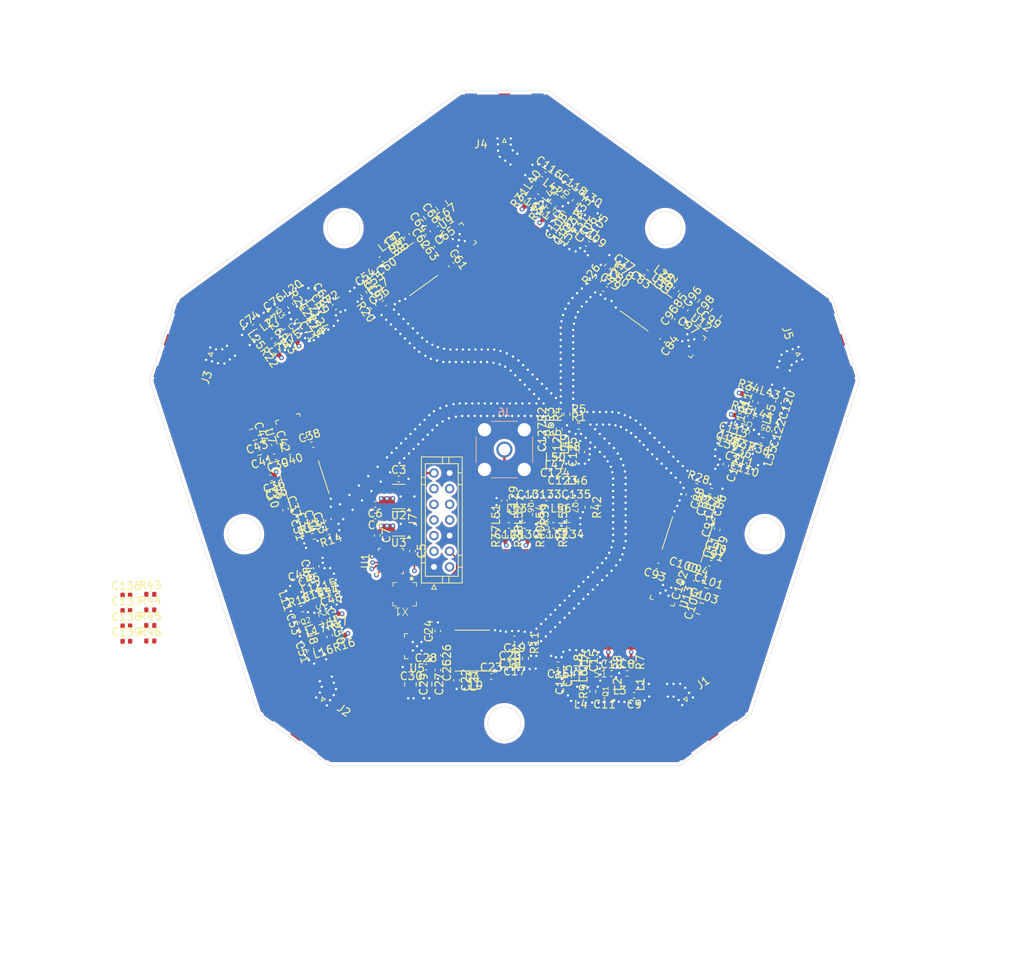
<source format=kicad_pcb>
(kicad_pcb (version 20240108) (generator "pcbnew") (generator_version "8.0")
  (layers (0 "F.Cu" signal) (1 "In1.Cu" signal) (2 "In2.Cu" signal) (31 "B.Cu" signal) (34 "B.Paste" user) (35 "F.Paste" user) (36 "B.SilkS" user "B.Silkscreen") (37 "F.SilkS" user "F.Silkscreen") (38 "B.Mask" user) (39 "F.Mask" user) (44 "Edge.Cuts" user))
  (net 0 "")
  (net 1 "GND")
  (net 2 "Net-(U2-BP)")
  (net 3 "Net-(U3-BP)")
  (net 4 "+3.3V-A")
  (net 5 "+3.3V-D")
  (net 6 "Net-(C8-Pad2)")
  (net 7 "/LNA/RF_in")
  (net 8 "Net-(Q1-B)")
  (net 9 "Net-(C10-Pad1)")
  (net 10 "/Filter/RF_in")
  (net 11 "Net-(Q1-C)")
  (net 12 "Net-(C12-Pad1)")
  (net 13 "Net-(C12-Pad2)")
  (net 14 "Net-(C14-Pad1)")
  (net 15 "Net-(C14-Pad2)")
  (net 16 "/AD8302/RF_in")
  (net 17 "Net-(C16-Pad1)")
  (net 18 "Net-(U4-INPA)")
  (net 19 "Net-(U4-OFSA)")
  (net 20 "Net-(U4-INPB)")
  (net 21 "RF_REF")
  (net 22 "Net-(U4-OFSB)")
  (net 23 "Net-(U4-VPOS)")
  (net 24 "Net-(U4-PFLT)")
  (net 25 "Net-(U4-MFLT)")
  (net 26 "Net-(U5-REFIN+{slash}OUT)")
  (net 27 "Net-(U6-INPA)")
  (net 28 "/AD8303/RF_in")
  (net 29 "Net-(U6-OFSA)")
  (net 30 "Net-(U6-INPB)")
  (net 31 "Net-(U6-OFSB)")
  (net 32 "Net-(U6-VPOS)")
  (net 33 "Net-(U6-PFLT)")
  (net 34 "Net-(U6-MFLT)")
  (net 35 "Net-(U7-REFIN+{slash}OUT)")
  (net 36 "Net-(C45-Pad2)")
  (net 37 "Net-(C45-Pad1)")
  (net 38 "Net-(C47-Pad1)")
  (net 39 "Net-(C47-Pad2)")
  (net 40 "Net-(C49-Pad1)")
  (net 41 "Net-(C50-Pad2)")
  (net 42 "Net-(Q2-B)")
  (net 43 "/LNA1/RF_in")
  (net 44 "Net-(C52-Pad1)")
  (net 45 "/Filter1/RF_in")
  (net 46 "Net-(Q2-C)")
  (net 47 "/AD8304/RF_in")
  (net 48 "Net-(U8-INPA)")
  (net 49 "Net-(U8-OFSA)")
  (net 50 "Net-(U8-INPB)")
  (net 51 "Net-(U8-OFSB)")
  (net 52 "Net-(U8-VPOS)")
  (net 53 "Net-(U8-PFLT)")
  (net 54 "Net-(U8-MFLT)")
  (net 55 "Net-(U9-REFIN+{slash}OUT)")
  (net 56 "Net-(C68-Pad2)")
  (net 57 "Net-(C68-Pad1)")
  (net 58 "Net-(C70-Pad1)")
  (net 59 "Net-(C70-Pad2)")
  (net 60 "Net-(C72-Pad1)")
  (net 61 "Net-(C73-Pad2)")
  (net 62 "/LNA2/RF_in")
  (net 63 "Net-(Q3-B)")
  (net 64 "Net-(C75-Pad1)")
  (net 65 "Net-(Q3-C)")
  (net 66 "/Filter2/RF_in")
  (net 67 "/AD8305/RF_in")
  (net 68 "Net-(U10-INPA)")
  (net 69 "Net-(U10-OFSA)")
  (net 70 "Net-(U10-INPB)")
  (net 71 "Net-(U10-OFSB)")
  (net 72 "Net-(U10-VPOS)")
  (net 73 "Net-(U10-PFLT)")
  (net 74 "Net-(U10-MFLT)")
  (net 75 "/AD8306/RF_in")
  (net 76 "Net-(U11-INPA)")
  (net 77 "Net-(U11-OFSA)")
  (net 78 "Net-(U11-INPB)")
  (net 79 "Net-(U11-OFSB)")
  (net 80 "Net-(U11-VPOS)")
  (net 81 "Net-(U11-PFLT)")
  (net 82 "Net-(U11-MFLT)")
  (net 83 "Net-(U12-REFIN+{slash}OUT)")
  (net 84 "Net-(U13-REFIN+{slash}OUT)")
  (net 85 "Net-(C105-Pad1)")
  (net 86 "Net-(C105-Pad2)")
  (net 87 "Net-(C107-Pad2)")
  (net 88 "Net-(C107-Pad1)")
  (net 89 "Net-(C109-Pad1)")
  (net 90 "Net-(C110-Pad2)")
  (net 91 "Net-(C110-Pad1)")
  (net 92 "Net-(C112-Pad1)")
  (net 93 "Net-(C112-Pad2)")
  (net 94 "Net-(C114-Pad1)")
  (net 95 "Net-(C115-Pad2)")
  (net 96 "Net-(Q4-B)")
  (net 97 "/LNA3/RF_in")
  (net 98 "Net-(C117-Pad1)")
  (net 99 "/Filter3/RF_in")
  (net 100 "Net-(Q4-C)")
  (net 101 "Net-(C119-Pad2)")
  (net 102 "/LNA4/RF_in")
  (net 103 "Net-(Q5-B)")
  (net 104 "Net-(C121-Pad1)")
  (net 105 "Net-(Q5-C)")
  (net 106 "/Filter4/RF_in")
  (net 107 "Net-(C123-Pad2)")
  (net 108 "Net-(C123-Pad1)")
  (net 109 "Net-(C125-Pad2)")
  (net 110 "Net-(C125-Pad1)")
  (net 111 "Net-(C127-Pad1)")
  (net 112 "Net-(C128-Pad2)")
  (net 113 "/LNA5/RF_in")
  (net 114 "Net-(Q6-B)")
  (net 115 "Net-(C130-Pad1)")
  (net 116 "/Filter5/RF_in")
  (net 117 "Net-(Q6-C)")
  (net 119 "Net-(Q1-E)")
  (net 125 "Net-(Q2-E)")
  (net 128 "Net-(U1-REGOUT)")
  (net 130 "Net-(Q3-E)")
  (net 131 "Net-(Q4-E)")
  (net 138 "Vin")
  (net 139 "/AD8302/V_REF")
  (net 140 "/AD8302/V_PHS")
  (net 141 "/AD8302/V_MAG")
  (net 142 "/AD8303/V_PHS")
  (net 143 "/AD8303/V_REF")
  (net 144 "/AD8303/V_MAG")
  (net 145 "/AD8304/V_MAG")
  (net 146 "/AD8304/V_PHS")
  (net 147 "/AD8304/V_REF")
  (net 148 "/AD8305/V_MAG")
  (net 149 "/AD8305/V_PHS")
  (net 150 "/AD8305/V_REF")
  (net 151 "/AD8306/V_MAG")
  (net 152 "/AD8306/V_PHS")
  (net 153 "/AD8306/V_REF")
  (net 154 "Net-(Q5-E)")
  (net 155 "Net-(Q6-E)")
  (net 156 "MOSI")
  (net 157 "SCK")
  (net 158 "CS5")
  (net 159 "MISO")
  (net 161 "Net-(U5-SDO)")
  (net 162 "MCLK")
  (net 163 "/ADC/MDAT")
  (net 166 "/ADC/CH0")
  (net 167 "CS0")
  (net 173 "Net-(U7-SDO)")
  (net 174 "/ADC1/MDAT")
  (net 175 "CS1")
  (net 178 "/ADC1/CH0")
  (net 184 "CS2")
  (net 187 "/ADC2/MDAT")
  (net 188 "Net-(U9-SDO)")
  (net 189 "/ADC2/CH0")
  (net 192 "CS3")
  (net 194 "/ADC3/CH0")
  (net 197 "/ADC3/MDAT")
  (net 200 "Net-(U12-SDO)")
  (net 201 "/ADC4/MDAT")
  (net 203 "/ADC4/CH0")
  (net 206 "Net-(U13-SDO)")
  (net 210 "CS4")
  (net 212 "MCLK_EN")
  (net 214 "/AD8302/RF_REF")
  (net 215 "/AD8303/RF_REF")
  (net 216 "/AD8304/RF_REF")
  (net 217 "/AD8305/RF_REF")
  (net 218 "/AD8306/RF_REF")
  (net 219 "/Filter5/RF_out")
  (net 220 "/LNA5/RF_out")
  (net 221 "Net-(C132-Pad2)")
  (net 222 "Net-(Q7-B)")
  (net 223 "Net-(C134-Pad1)")
  (net 224 "Net-(Q7-C)")
  (net 225 "Net-(Q7-E)")
  (net 226 "Net-(C136-Pad1)")
  (net 227 "Net-(C137-Pad1)")
  (net 228 "Net-(C138-Pad1)")
  (net 229 "Net-(C139-Pad1)")
  (footprint "Inductor_SMD:L_0402_1005Metric" (layer "F.Cu") (at 89.683302 69.524054 126)
    (property "Reference" "L23")
    (property "Value" "L")
  )
  (footprint "Capacitor_SMD:C_0402_1005Metric" (layer "F.Cu") (at 103.043199 113.731801)
    (property "Reference" "C28")
    (property "Value" "100nF")
  )
  (footprint "Capacitor_SMD:C_0402_1005Metric" (layer "F.Cu") (at 91.331051 67.708861 36)
    (property "Reference" "C72")
    (property "Value" "C")
  )
  (footprint "Connector_JST:JST_PHD_B14B-PHDSS_2x07_P2.00mm_Vertical" (layer "F.Cu") (at 104.07 100.925 90)
    (property "Reference" "J7")
    (property "Value" "Conn_01x14_Socket")
  )
  (footprint "Package_DFN_QFN:UQFN-20-1EP_3x3mm_P0.4mm_EP1.85x1.85mm" (layer "F.Cu") (at 85.829424 83.312433 108)
    (property "Reference" "U7")
    (property "Value" "MCP3461RT-E/NC")
  )
  (footprint "Capacitor_SMD:C_0402_1005Metric" (layer "F.Cu") (at 87.735111 95.849658 108)
    (property "Reference" "C31")
    (property "Value" "C_Small")
  )
  (footprint "Inductor_SMD:L_0402_1005Metric" (layer "F.Cu") (at 90.240131 103.100445 -162)
    (property "Reference" "L14")
    (property "Value" "L")
  )
  (footprint "Capacitor_SMD:C_0402_1005Metric" (layer "F.Cu") (at 119.52 87.75 180)
    (property "Reference" "C124")
    (property "Value" "C")
  )
  (footprint "Inductor_SMD:L_0402_1005Metric" (layer "F.Cu") (at 86.704675 66.249456 36)
    (property "Reference" "L20")
    (property "Value" "L")
  )
  (footprint "Inductor_SMD:L_0402_1005Metric" (layer "F.Cu") (at 124.345001 114.865 90)
    (property "Reference" "L6")
    (property "Value" "L")
  )
  (footprint "Resistor_SMD:R_0402_1005Metric" (layer "F.Cu") (at 87.179948 106.302828 18)
    (property "Reference" "R18")
    (property "Value" "50")
  )
  (footprint "Capacitor_SMD:C_0402_1005Metric" (layer "F.Cu") (at 122.345001 114.85 90)
    (property "Reference" "C13")
    (property "Value" "C")
  )
  (footprint "Capacitor_SMD:C_0402_1005Metric" (layer "F.Cu") (at 133.279886 71.968646 -126)
    (property "Reference" "C84")
    (property "Value" "C_Small")
  )
  (footprint "Capacitor_SMD:C_0402_1005Metric" (layer "F.Cu") (at 113.07 92.455 -90)
    (property "Reference" "C129")
    (property "Value" "43 pF")
  )
  (footprint "Capacitor_SMD:C_0402_1005Metric" (layer "F.Cu") (at 127.0125 64.942988 -36)
    (property "Reference" "C80")
    (property "Value" "C_Small")
  )
  (footprint "Inductor_SMD:L_0402_1005Metric" (layer "F.Cu") (at 88.742141 104.638633 18)
    (property "Reference" "L12")
    (property "Value" "L")
  )
  (footprint "Inductor_SMD:L_0402_1005Metric" (layer "F.Cu") (at 121.759038 56.484691 -126)
    (property "Reference" "L31")
    (property "Value" "L")
  )
  (footprint "Capacitor_SMD:C_0402_1005Metric" (layer "F.Cu") (at 128.765001 114.55)
    (property "Reference" "C8")
    (property "Value" "220 nF")
  )
  (footprint "Capacitor_SMD:C_0402_1005Metric" (layer "F.Cu") (at 114.363199 113.131801 180)
    (property "Reference" "C17")
    (property "Value" "C_Small")
  )
  (footprint "Inductor_SMD:L_0402_1005Metric" (layer "F.Cu") (at 116.065 94.225 90)
    (property "Reference" "L52")
    (property "Value" "200 nF")
  )
  (footprint "Resistor_SMD:R_0402_1005Metric" (layer "F.Cu") (at 115.763199 112.631801 90)
    (property "Reference" "R10")
    (property "Value" "50")
  )
  (footprint "Inductor_SMD:L_0402_1005Metric" (layer "F.Cu") (at 144.093553 84.144669 162)
    (property "Reference" "L37")
    (property "Value" "L")
  )
  (footprint "Capacitor_SMD:C_0402_1005Metric" (layer "F.Cu") (at 122.97 86.225 90)
    (property "Reference" "C125")
    (property "Value" "C")
  )
  (footprint "Capacitor_SMD:C_0402_1005Metric" (layer "F.Cu") (at 118.81182 54.714233 144)
    (property "Reference" "C117")
    (property "Value" "220 nF")
  )
  (footprint "Capacitor_SMD:C_0402_1005Metric" (layer "F.Cu") (at 106.292563 56.543758 36)
    (property "Reference" "C67")
    (property "Value" "100nF")
  )
  (footprint "Capacitor_SMD:C_0402_1005Metric" (layer "F.Cu") (at 141.963264 84.503957 -18)
    (property "Reference" "C113")
    (property "Value" "C")
  )
  (footprint "Capacitor_SMD:C_0402_1005Metric" (layer "F.Cu") (at 104.563199 109.131801 90)
    (property "Reference" "C24")
    (property "Value" "C_Small")
  )
  (footprint "Inductor_SMD:L_0402_1005Metric" (layer "F.Cu") (at 117.612178 52.112144 54)
    (property "Reference" "L40")
    (property "Value" "200 nF")
  )
  (footprint "Resistor_SMD:R_0402_1005Metric" (layer "F.Cu") (at 124.365001 116.85 90)
    (property "Reference" "R9")
    (property "Value" "50")
  )
  (footprint "Capacitor_SMD:C_0402_1005Metric" (layer "F.Cu") (at 148.089844 79.854623 -108)
    (property "Reference" "C120")
    (property "Value" "43 pF")
  )
  (footprint "Inductor_SMD:L_0402_1005Metric" (layer "F.Cu") (at 123.345001 114.85 90)
    (property "Reference" "L5")
    (property "Value" "L")
  )
  (footprint "Capacitor_SMD:C_0402_1005Metric" (layer "F.Cu") (at 141.388134 87.892058 -108)
    (property "Reference" "C114")
    (property "Value" "C")
  )
  (footprint "Capacitor_SMD:C_0402_1005Metric" (layer "F.Cu") (at 121.344998 95.615 180)
    (property "Reference" "C134")
    (property "Value" "220 nF")
  )
  (footprint "Resistor_SMD:R_0402_1005Metric" (layer "F.Cu") (at 145.976525 84.740711 162)
    (property "Reference" "R36")
    (property "Value" "50")
  )
  (footprint "Capacitor_SMD:C_0805_2012Metric" (layer "F.Cu") (at 138.498817 67.342799 54)
    (property "Reference" "C96")
    (property "Value" "10uF")
  )
  (footprint "Inductor_SMD:L_0402_1005Metric" (layer "F.Cu") (at 118.550138 53.28804 -36)
    (property "Reference" "L42")
    (property "Value" "200 nF")
  )
  (footprint "Inductor_SMD:L_0402_1005Metric" (layer "F.Cu") (at 109.463199 114.931801 180)
    (property "Reference" "L9")
    (property "Value" "3nH")
  )
  (footprint "Resistor_SMD:R_0402_1005Metric" (layer "F.Cu") (at 139.44134 91.235928 162)
    (property "Reference" "R27")
    (property "Value" "50")
  )
  (footprint "phase-detector:TSFP-4-1" (layer "F.Cu") (at 82.993207 69.545486 -54)
    (property "Reference" "Q3")
    (property "Value" "BFP740F")
  )
  (footprint "Capacitor_SMD:C_0402_1005Metric" (layer "F.Cu") (at 123.686797 59.615784 -36)
    (property "Reference" "C109")
    (property "Value" "C")
  )
  (footprint "Inductor_SMD:L_0402_1005Metric" (layer "F.Cu") (at 98.870876 60.461054 36)
    (property "Reference" "L19")
    (property "Value" "3nH")
  )
  (footprint "Package_SO:TSSOP-14_4.4x5mm_P0.65mm" (layer "F.Cu") (at 108.963199 111.631801 180)
    (property "Reference" "U4")
    (property "Value" "AD8302")
  )
  (footprint "Capacitor_SMD:C_0402_1005Metric" (layer "F.Cu") (at 136.218812 67.923561 54)
    (property "Reference" "C85")
    (property "Value" "C_Small")
  )
  (footprint "Capacitor_SMD:C_0402_1005Metric" (layer "F.Cu") (at 85.548184 86.200703 -162)
    (property "Reference" "C40")
    (property "Value" "10uF")
  )
  (footprint "phase-detector:MS148-10" (layer "F.Cu") (at 120.258562 55.147317 144)
    (property "Reference" "S4")
    (property "Value" "MS148-10")
  )
  (footprint "Inductor_SMD:L_0402_1005Metric" (layer "F.Cu") (at 122.345001 112.95 -90)
    (property "Reference" "L7")
    (property "Value" "L")
  )
  (footprint "Capacitor_SMD:C_0402_1005Metric" (layer "F.Cu") (at 89.022961 100.972418 108)
    (property "Reference" "C49")
    (property "Value" "C")
  )
  (footprint "Inductor_SMD:L_0402_1005Metric" (layer "F.Cu") (at 129.265001 115.950001 -90)
    (property "Reference" "L1")
    (property "Value" "200 nF")
  )
  (footprint "Capacitor_SMD:C_0402_1005Metric" (layer "F.Cu") (at 139.484245 92.721915 -108)
    (property "Reference" "C86")
    (property "Value" "C_Small")
  )
  (footprint "Resistor_SMD:R_0402_1005Metric" (layer "F.Cu") (at 88.643262 97.02663 18)
    (property "Reference" "R13")
    (property "Value" "50")
  )
  (footprint "Inductor_SMD:L_0402_1005Metric" (layer "F.Cu") (at 88.653933 107.926826 -162)
    (property "Reference" "L17")
    (property "Value" "200 nF")
  )
  (footprint "Resistor_SMD:R_0402_1005Metric" (layer "F.Cu") (at 121.744998 97.014999 90)
    (property "Reference" "R41")
    (property "Value" "10")
  )
  (footprint "Capacitor_SMD:C_0805_2012Metric" (layer "F.Cu") (at 103.063199 115.931801 -90)
    (property "Reference" "C27")
    (property "Value" "10uF")
  )
  (footprint "Capacitor_SMD:C_0805_2012Metric" (layer "F.Cu") (at 138.048842 106.243336 -18)
    (property "Reference" "C103")
    (property "Value" "10uF")
  )
  (footprint "Resistor_SMD:R_0402_1005Metric" (layer "F.Cu") (at 117.045 94.23 -90)
    (property "Reference" "R39")
    (property "Value" "50")
  )
  (footprint "Capacitor_SMD:C_0402_1005Metric" (layer "F.Cu") (at 90.109018 107.874625 -72)
    (property "Reference" "C52")
    (property "Value" "220 nF")
  )
  (footprint "Resistor_SMD:R_0402_1005Metric" (layer "F.Cu") (at 83.960364 73.428617 126)
    (property "Reference" "R22")
    (property "Value" "20k")
  )
  (footprint "Resistor_SMD:R_0402_1005Metric" (layer "F.Cu") (at 122.57 81.925)
    (property "Reference" "R5")
    (property "Value" "33")
  )
  (footprint "Inductor_SMD:L_0402_1005Metric" (layer "F.Cu") (at 145.738608 82.560483 -18)
    (property "Reference" "L44")
    (property "Value" "200 nF")
  )
  (footprint "Inductor_SMD:L_0402_1005Metric" (layer "F.Cu") (at 146.63476 79.80242 -18)
    (property "Reference" "L43")
    (property "Value" "200 nF")
  )
  (footprint "Resistor_SMD:R_0402_1005Metric" (layer "F.Cu") (at 126.365001 113.150001 -90)
    (property "Reference" "R8")
    (property "Value" "10")
  )
  (footprint "Inductor_SMD:L_0402_1005Metric" (layer "F.Cu") (at 121.97 85.225 90)
    (property "Reference" "L49")
    (property "Value" "L")
  )
  (footprint "Inductor_SMD:L_0402_1005Metric" (layer "F.Cu") (at 122.251463 59.209528 54)
    (property "Reference" "L34")
    (property "Value" "L")
  )
  (footprint "Capacitor_SMD:C_0402_1005Metric" (layer "F.Cu") (at 120.97 85.225 90)
    (property "Reference" "C126")
    (property "Value" "C")
  )
  (footprint "Capacitor_SMD:C_0402_1005Metric" (layer "F.Cu") (at 97.021721 65.265535 36)
    (property "Reference" "C55")
    (property "Value" "C_Small")
  )
  (footprint "Capacitor_SMD:C_0402_1005Metric" (layer "F.Cu") (at 85.154131 70.818441 -144)
    (property "Reference" "C75")
    (property "Value" "220 nF")
  )
  (footprint "Capacitor_SMD:C_0402_1005Metric" (layer "F.Cu") (at 125.865001 117.35 180)
    (property "Reference" "C11")
    (property "Value" "3.3 pF")
  )
  (footprint "Package_TO_SOT_SMD:SOT-23-5" (layer "F.Cu") (at 99.57 95.425 180)
    (property "Reference" "U3")
    (property "Value" "MIC5219-3.3YM5")
  )
  (footprint "Resistor_SMD:R_0402_1005Metric" (layer "F.Cu") (at 90.545374 96.408596 -162)
    (property "Reference" "R14")
    (property "Value" "50")
  )
  (footprint "Capacitor_SMD:C_0402_1005Metric" (layer "F.Cu") (at 137.396723 92.674515 -108)
    (property "Reference" "C89")
    (property "Value" "C_Small")
  )
  (footprint "Capacitor_SMD:C_0402_1005Metric" (layer "F.Cu") (at 64.75 106.5)
    (property "Reference" "C137")
    (property "Value" "10nF")
  )
  (footprint "Resistor_SMD:R_0402_1005Metric" (layer "F.Cu") (at 116.065 97.024999 90)
    (property "Reference" "R38")
    (property "Value" "10")
  )
  (footprint "Capacitor_SMD:C_0402_1005Metric" (layer "F.Cu") (at 120.495 88.725 180)
    (property "Reference" "C123")
    (property "Value" "C")
  )
  (footprint "phase-detector:MS148-10" (layer "F.Cu") (at 144.578516 83.250781 72)
    (property "Reference" "S5")
    (property "Value" "MS148-10")
  )
  (footprint "Capacitor_SMD:C_0402_1005Metric" (layer "F.Cu") (at 89.451812 94.660991 108)
    (property "Reference" "C34")
    (property "Value" "C_Small")
  )
  (footprint "Capacitor_SMD:C_0805_2012Metric" (layer "F.Cu") (at 80.947716 84.015369 -162)
    (property "Reference" "C43")
    (property "Value" "10uF")
  )
  (footprint "Capacitor_SMD:C_0402_1005Metric" (layer "F.Cu") (at 88.342208 111.497935 108)
    (property "Reference" "C51")
    (property "Value" "43 pF")
  )
  (footprint "phase-detector:TSFP-4-1" (layer "F.Cu") (at 119.354709 52.265708 -126)
    (property "Reference" "Q4")
    (property "Value" "BFP740F")
  )
  (footprint "Capacitor_SMD:C_0402_1005Metric" (layer "F.Cu") (at 113.665 95.625 180)
    (property "Reference" "C128")
    (property "Value" "220 nF")
  )
  (footprint "Capacitor_SMD:C_0402_1005Metric" (layer "F.Cu") (at 88.506937 94.989029 108)
    (property "Reference" "C32")
    (property "Value" "C_Small")
  )
  (footprint "Capacitor_SMD:C_0402_1005Metric" (layer "F.Cu") (at 88.775988 66.57394 -54)
    (property "Reference" "C68")
    (property "Value" "C")
  )
  (footprint "phase-detector:TSFP-4-1" (layer "F.Cu") (at 88.230604 109.536421 18)
    (property "Reference" "Q2")
    (property "Value" "BFP740F")
  )
  (footprint "phase-detector:TSFP-4-1" (layer "F.Cu") (at 120.344998 93.315 -90)
    (property "Reference" "Q7")
    (property "Value" "BFP740F")
  )
  (footprint "Capacitor_SMD:C_0402_1005Metric" (layer "F.Cu") (at 88.433124 103.687577 18)
    (property "Reference" "C46")
    (property "Value" "C")
  )
  (footprint "Inductor_SMD:L_0402_1005Metric" (layer "F.Cu") (at 89.482429 109.182251 108)
    (property "Reference" "L18")
    (property "Value" "200 nF")
  )
  (footprint "Connector_Coaxial:SMA_Amphenol_132289_EdgeMount" (layer "F.Cu") (at 113.07 42.925 90)
    (property "Reference" "J4")
    (property "Value" "Conn_Coaxial_Small")
  )
  (footprint "Resistor_SMD:R_0402_1005Metric" (layer "F.Cu") (at 121.07 81.425 90)
    (property "Reference" "R4")
    (property "Value" "33")
  )
  (footprint "Package_TO_SOT_SMD:SOT-23-5" (layer "F.Cu") (at 99.57 91.925 180)
    (property "Reference" "U2")
    (property "Value" "MIC5219-3.3YM5")
  )
  (footprint "Inductor_SMD:L_0402_1005Metric" (layer "F.Cu") (at 121.345001 112.935 -90)
    (property "Reference" "L8")
    (property "Value" "L")
  )
  (footprint "Resistor_SMD:R_0402_1005Metric" (layer "F.Cu") (at 67.81 110.405)
    (property "Reference" "R46")
    (property "Value" "50")
  )
  (footprint "Inductor_SMD:L_0402_1005Metric" (layer "F.Cu") (at 121.47 86.725)
    (property "Reference" "L48")
    (property "Value" "L")
  )
  (footprint "phase-detector:DSC1121" (layer "F.Cu") (at 100.32 104.425 180)
    (property "Reference" "X1")
    (property "Value" "~")
  )
  (footprint "Resistor_SMD:R_0402_1005Metric" (layer "F.Cu") (at 126.276143 62.553893 -126)
    (property "Reference" "R25")
    (property "Value" "50")
  )
  (footprint "Capacitor_SMD:C_0402_1005Metric" (layer "F.Cu") (at 127.584104 64.122216 -36)
    (property "Reference" "C78")
    (property "Value" "C_Small")
  )
  (footprint "Capacitor_SMD:C_0402_1005Metric" (layer "F.Cu") (at 83.536096 71.994011 -144)
    (property "Reference" "C73")
    (property "Value" "220 nF")
  )
  (footprint "Capacitor_SMD:C_0402_1005Metric" (layer "F.Cu") (at 118.111471 50.744408 -36)
    (property "Reference" "C116")
    (property "Value" "43 pF")
  )
  (footprint "Capacitor_SMD:C_0402_1005Metric" (layer "F.Cu") (at 135.110486 69.454485 54)
    (property "Reference" "C95")
    (property "Value" "10uF")
  )
  (footprint "Inductor_SMD:L_0402_1005Metric" (layer "F.Cu") (at 86.93966 69.150357 -54)
    (property "Reference" "L22")
    (property "Value" "L")
  )
  (footprint "Capacitor_SMD:C_0402_1005Metric" (layer "F.Cu") (at 145.148771 79.845324 72)
    (property "Reference" "C119")
    (property "Value" "220 nF")
  )
  (footprint "Capacitor_SMD:C_0402_1005Metric" (layer "F.Cu") (at 129.665 117.35 180)
    (property "Reference" "C9")
    (property "Value" "43 pF")
  )
  (footprint "Capacitor_SMD:C_0402_1005Metric" (layer "F.Cu") (at 96.57 94.425 180)
    (property "Reference" "C4")
    (property "Value" "470pF")
  )
  (footprint "Resistor_SMD:R_0402_1005Metric" (layer "F.Cu") (at 123.744998 93.315 -90)
    (property "Reference" "R42")
    (property "Value" "50")
  )
  (footprint "Resistor_SMD:R_0402_1005Metric" (layer "F.Cu") (at 86.300636 71.71595 126)
    (property "Reference" "R23")
    (property "Value" "10")
  )
  (footprint "Capacitor_SMD:C_0402_1005Metric" (layer "F.Cu") (at 116.565 92.825)
    (property "Reference" "C131")
    (property "Value" "3.3 pF")
  )
  (footprint "Capacitor_SMD:C_0402_1005Metric" (layer "F.Cu") (at 97.728062 67.224483 36)
    (property "Reference" "C56")
    (property "Value" "C_Small")
  )
  (footprint "Inductor_SMD:L_0402_1005Metric" (layer "F.Cu") (at 122.395 88.725 180)
    (property "Reference" "L46")
    (property "Value" "L")
  )
  (footprint "Resistor_SMD:R_0402_1005Metric" (layer "F.Cu") (at 120.07 81.425 90)
    (property "Reference" "R3")
    (property "Value" "33")
  )
  (footprint "Capacitor_SMD:C_0402_1005Metric" (layer "F.Cu") (at 101.32 98.905 -90)
    (property "Reference" "C5")
    (property "Value" "100nF")
  )
  (footprint "Capacitor_SMD:C_0402_1005Metric" (layer "F.Cu") (at 137.22187 69.134392 144)
    (property "Reference" "C97")
    (property "Value" "100nF")
  )
  (footprint "Capacitor_SMD:C_0402_1005Metric" (layer "F.Cu") (at 90.727052 109.776738 -72)
    (property "Reference" "C50")
    (property "Value" "220 nF")
  )
  (footprint "Resistor_SMD:R_0402_1005Metric" (layer "F.Cu") (at 115.763199 110.631801 -90)
    (property "Reference" "R11")
    (property "Value" "50")
  )
  (footprint "Inductor_SMD:L_0402_1005Metric" (layer "F.Cu") (at 89.94538 102.144754 -162)
    (property "Reference" "L15")
    (property "Value" "L")
  )
  (footprint "Capacitor_SMD:C_0402_1005Metric" (layer "F.Cu") (at 88.874285 70.111839 126)
    (property "Reference" "C71")
    (property "Value" "C")
  )
  (footprint "Capacitor_SMD:C_0402_1005Metric" (layer "F.Cu") (at 120.642245 58.021822 54)
    (property "Reference" "C108")
    (property "Value" "C")
  )
  (footprint "Capacitor_SMD:C_0805_2012Metric" (layer "F.Cu") (at 105.080337 54.705142 126)
    (property "Reference" "C66")
    (property "Value" "10uF")
  )
  (footprint "Inductor_SMD:L_0402_1005Metric" (layer "F.Cu") (at 139.681964 97.938323 -108)
    (property "Reference" "L29")
    (property "Value" "3nH")
  )
  (footprint "Capacitor_SMD:C_0402_1005Metric" (layer "F.Cu") (at 131.171544 63.267653 144)
    (property "Reference" "C83")
    (property "Value" "100nF")
  )
  (footprint "Resistor_SMD:R_0402_1005Metric" (layer "F.Cu") (at 115.960501 54.385482 54)
    (property "Reference" "R31")
    (property "Value" "20k")
  )
  (footprint "Capacitor_SMD:C_0402_1005Metric" (layer "F.Cu") (at 139.693967 99.519415 -18)
    (property "Reference" "C90")
    (property "Value" "10uF")
  )
  (footprint "Inductor_SMD:L_0402_1005Metric" (layer "F.Cu") (at 145.988767 86.353426 -108)
    (property "Reference" "L35")
    (property "Value" "L")
  )
  (footprint "Capacitor_SMD:C_0402_1005Metric" (layer "F.Cu") (at 106.244213 62.273204 -54)
    (property "Reference" "C61")
    (property "Value" "C_Small")
  )
  (footprint "Inductor_SMD:L_0402_1005Metric" (layer "F.Cu") (at 119.52 86.725 180)
    (property "Reference" "L47")
    (property "Value" "L")
  )
  (footprint "Inductor_SMD:L_0402_1005Metric" (layer "F.Cu") (at 86.205356 104.921381 108)
    (property "Reference" "L11")
    (property "Value" "L")
  )
  (footprint "Capacitor_SMD:C_0402_1005Metric" (layer "F.Cu") (at 121.185734 52.977991 -36)
    (property "Reference" "C118")
    (property "Value" "3.3 pF")
  )
  (footprint "Capacitor_SMD:C_0402_1005Metric" (layer "F.Cu") (at 134.232274 64.873369 54)
    (property "Reference" "C81")
    (property "Value" "10uF")
  )
  (footprint "Capacitor_SMD:C_0402_1005Metric" (layer "F.Cu") (at 122.568055 57.072476 -126)
    (property "Reference" "C106")
    (property "Value" "C")
  )
  (footprint "Package_SO:TSSOP-14_4.4x5mm_P0.65mm" (layer "F.Cu") (at 131.189674 67.359849 -36)
    (property "Reference" "U10")
    (property "Value" "AD8302")
  )
  (footprint "Capacitor_SMD:C_0402_1005Metric" (layer "F.Cu") (at 136.631076 91.794865 -108)
    (property "Reference" "C88")
    (property "Value" "C_Small")
  )
  (footprint "Capacitor_SMD:C_0402_1005Metric" (layer "F.Cu") (at 97.317564 61.589602 -144)
    (property "Reference" "C60")
    (property "Value" "100nF")
  )
  (footprint "Capacitor_SMD:C_0402_1005Metric" (layer "F.Cu") (at 119.07 84.325 90)
    (property "Reference" "C127")
    (property "Value" "C")
  )
  (footprint "Resistor_SMD:R_0402_1005Metric" (layer "F.Cu") (at 122.105367 54.264178 -126)
    (property "Reference" "R33")
    (property "Value" "50")
  )
  (footprint "phase-detector:MS148-10" (layer "F.Cu") (at 86.021904 69.588473 -144)
    (property "Reference" "S3")
    (property "Value" "MS148-10")
  )
  (footprint "Resistor_SMD:R_0402_1005Metric" (layer "F.Cu") (at 67.81 106.425)
    (property "Reference" "R44")
    (property "Value" "50")
  )
  (footprint "Capacitor_SMD:C_0402_1005Metric" (layer "F.Cu") (at 132.651654 100.806202 162)
    (property "Reference" "C93")
    (property "Value" "C_Small")
  )
  (footprint "Capacitor_SMD:C_0402_1005Metric" (layer "F.Cu") (at 114.363199 110.131801 180)
    (property "Reference" "C19")
    (property "Value" "C_Small")
  )
  (footprint "Capacitor_SMD:C_0402_1005Metric" (layer "F.Cu") (at 117.193786 53.538661 144)
    (property "Reference" "C115")
    (property "Value" "220 nF")
  )
  (footprint "Capacitor_SMD:C_0402_1005Metric" (layer "F.Cu") (at 97.625686 66.062795 36)
    (property "Reference" "C57")
    (property "Value" "C_Small")
  )
  (footprint "Inductor_SMD:L_0402_1005Metric" (layer "F.Cu") (at 82.308688 71.155279 126)
    (property "Reference" "L25")
    (property "Value" "200 nF")
  )
  (footprint "Connector_Coaxial:SMA_Amphenol_132289_EdgeMount" (layer "F.Cu") (at 153.96543 72.637269 18)
    (property "Reference" "J5")
    (property "Value" "Conn_Coaxial_Small")
  )
  (footprint "Capacitor_SMD:C_0402_1005Metric" (layer "F.Cu") (at 137.406936 102.351286 -18)
    (property "Reference" "C94")
    (property "Value" "C_Small")
  )
  (footprint "Inductor_SMD:L_0402_1005Metric" (layer "F.Cu") (at 120.958838 55.88477 -126)
    (property "Reference" "L32")
    (property "Value" "L")
  )
  (footprint "Package_DFN_QFN:UQFN-20-1EP_3x3mm_P0.4mm_EP1.85x1.85mm" (layer "F.Cu") (at 136.580641 71.956453 -36)
    (property "Reference" "U12")
    (property "Value" "MCP3461RT-E/NC")
  )
  (footprint "phase-detector:TSFP-4-1" (layer "F.Cu") (at 127.765001 116.85 90)
    (property "Reference" "Q1")
    (property "Value" "BFP740F")
  )
  (footprint "Capacitor_SMD:C_0402_1005Metric" (layer "F.Cu") (at 144.530736 81.747437 72)
    (property "Reference" "C121")
    (property "Value" "220 nF")
  )
  (footprint "Capacitor_SMD:C_0402_1005Metric" (layer "F.Cu") (at 83.260954 89.522581 -162)
    (property "Reference" "C36")
    (property "Value" "100nF")
  )
  (footprint "Inductor_SMD:L_0402_1005Metric" (layer "F.Cu") (at 119.57 85.725 180)
    (property "Reference" "L50")
    (property "Value" "L")
  )
  (footprint "Resistor_SMD:R_0402_1005Metric" (layer "F.Cu") (at 122.57 82.925)
    (property "Reference" "R1")
    (property "Value" "33")
  )
  (footprint "Capacitor_SMD:C_0805_2012Metric" (layer "F.Cu") (at 138.666876 104.341224 -18)
    (property "Reference" "C101")
    (property "Value" "10uF")
  )
  (footprint "Capacitor_SMD:C_0402_1005Metric" (layer "F.Cu") (at 122.244998 92.815)
    (property "Reference" "C135")
    (property "Value" "3.3 pF")
  )
  (footprint "Capacitor_SMD:C_0402_1005Metric" (layer "F.Cu") (at 81.162184 70.257769 36)
    (property "Reference" "C74")
    (property "Value" "43 pF")
  )
  (footprint "Capacitor_SMD:C_0402_1005Metric" (layer "F.Cu") (at 135.611492 101.771276 -18)
    (property "Reference" "C100")
    (property "Value" "10uF")
  )
  (footprint "Package_SO:TSSOP-14_4.4x5mm_P0.65mm" (layer "F.Cu") (at 87.493002 90.250428 108)
    (property "Reference" "U6")
    (property "Value" "AD8302")
  )
  (footprint "Inductor_SMD:L_0402_1005Metric" (layer "F.Cu") (at 90.501136 68.948404 126)
    (property "Reference" "L24")
    (property "Value" "L")
  )
  (footprint "Capacitor_SMD:C_0402_1005Metric" (layer "F.Cu") (at 119.344998 95.615 180)
    (property "Reference" "C132")
    (property "Value" "220 nF")
  )
  (footprint "Capacitor_SMD:C_0402_1005Metric" (layer "F.Cu") (at 119.945001 113.45 180)
    (property "Reference" "C16")
    (property "Value" "C")
  )
  (footprint "Capacitor_SMD:C_0402_1005Metric" (layer "F.Cu") (at 125.939304 65.399334 -36)
    (property "Reference" "C79")
    (property "Value" "C_Small")
  )
  (footprint "Capacitor_SMD:C_0402_1005Metric" (layer "F.Cu") (at 123.976613 56.835065 -126)
    (property "Reference" "C105")
    (property "Value" "C")
  )
  (footprint "Capacitor_SMD:C_0805_2012Metric" (layer "F.Cu") (at 81.565749 85.917481 -162)
    (property "Reference" "C41")
    (property "Value" "10uF")
  )
  (footprint "Resistor_SMD:R_0402_1005Metric" (layer "F.Cu") (at 92.222549 109.816552 -162)
    (property "Reference" "R16")
    (property "Value" "20k")
  )
  (footprint "phase-detector:MS148-10" (layer "F.Cu") (at 118.02 95.125 180)
    (property "Reference" "S6")
    (property "Value" "MS148-10")
  )
  (footprint "Capacitor_SMD:C_0805_2012Metric" (layer "F.Cu") (at 101.063199 115.931801 -90)
    (property "Reference" "C29")
    (property "Value" "10uF")
  )
  (footprint "Resistor_SMD:R_0402_1005Metric" (layer "F.Cu") (at 113.165 97.034999 90)
    (property "Reference" "R37")
    (property "Value" "20k")
  )
  (footprint "Inductor_SMD:L_0402_1005Metric" (layer "F.Cu") (at 127.815001 115.55 180)
    (property "Reference" "L3")
    (property "Value" "200 nF")
  )
  (footprint "Capacitor_SMD:C_0402_1005Metric" (layer "F.Cu") (at 104.563199 114.131801 -90)
    (property "Reference" "C25")
    (property "Value" "C_Small")
  )
  (footprint "Capacitor_SMD:C_0402_1005Metric" (layer "F.Cu") (at 87.167944 107.883922 108)
    (property "Reference" "C53")
    (property "Value" "3.3 pF")
  )
  (footprint "Resistor_SMD:R_0402_1005Metric" (layer "F.Cu") (at 91.31689 107.061579 -162)
    (property "Reference" "R17")
    (property "Value" "10")
  )
  (footprint "Connector_Coaxial:SMA_Amphenol_132289_EdgeMount" (layer "F.Cu") (at 87.795234 120.71273 -126)
    (property "Reference" "J2")
    (property "Value" "Conn_Coaxial_Small")
  )
  (footprint "Capacitor_SMD:C_0402_1005Metric" (layer "F.Cu") (at 103.305287 58.22812 126)
    (property "Reference" "C62")
    (property "Value" "C_Small")
  )
  (footprint "Capacitor_SMD:C_0402_1005Metric" (layer "F.Cu") (at 64.75 108.47)
    (property "Reference" "C138")
    (property "Value" "10nF")
  )
  (footprint "Resistor_SMD:R_0402_1005Metric" (layer "F.Cu") (at 67.81 108.415)
    (property "Reference" "R45")
    (property "Value" "50")
  )
  (footprint "Capacitor_SMD:C_0402_1005Metric" (layer "F.Cu") (at 88.510968 85.293238 18)
    (property "Reference" "C38")
    (property "Value" "C_Small")
  )
  (footprint "Capacitor_SMD:C_0402_1005Metric" (layer "F.Cu") (at 138.353958 92.964511 -108)
    (property "Reference" "C87")
    (property "Value" "C_Small")
  )
  (footprint "Capacitor_SMD:C_0402_1005Metric" (layer "F.Cu") (at 123.345001 112.95 -90)
    (property "Reference" "C15")
    (property "Value" "C")
  )
  (footprint "Capacitor_SMD:C_0402_1005Metric" (layer "F.Cu") (at 119.844984 57.417857 -126)
    (property "Reference" "C107")
    (property "Value" "C")
  )
  (footprint "Capacitor_SMD:C_0402_1005Metric" (layer "F.Cu") (at 83.569971 90.473638 -162)
    (property "Reference" "C35")
    (property "Value" "10uF")
  )
  (footprint "Inductor_SMD:L_0402_1005Metric" (layer "F.Cu") (at 121.451262 58.609608 54)
    (property "Reference" "L33")
    (property "Value" "L")
  )
  (footprint "Inductor_SMD:L_0402_1005Metric" (layer "F.Cu") (at 120.294998 94.615)
    (property "Reference" "L56")
    (property "Value" "200 nF")
  )
  (footprint "Inductor_SMD:L_0402_1005Metric" (layer "F.Cu") (at 83.716877 70.626598 36)
    (property "Reference" "L27")
    (property "Value" "200 nF")
  )
  (footprint "Resistor_SMD:R_0402_1005Metric" (layer "F.Cu") (at 143.962291 78.934082 -18)
    (property "Reference" "R34")
    (property "Value" "20k")
  )
  (footprint "Inductor_SMD:L_0402_1005Metric" (layer "F.Cu") (at 114.615 94.625)
    (property "Reference" "L53")
    (property "Value" "200 nF")
  )
  (footprint "Package_DFN_QFN:UQFN-20-1EP_3x3mm_P0.4mm_EP1.85x1.85mm" (layer "F.Cu") (at 133.686282 103.942627 -108)
    (property "Reference" "U13")
    (property "Value" "MCP3461RT-E/NC")
  )
  (footprint "Capacitor_SMD:C_0402_1005Metric" (layer "F.Cu") (at 115.665 95.625 180)
    (property "Reference" "C130")
    (property "Value" "220 nF")
  )
  (footprint "Resistor_SMD:R_0402_1005Metric" (layer "F.Cu") (at 129.265001 113.140001 -90)
    (property "Reference" "R7")
    (property "Value" "20k")
  )
  (footprint "Inductor_SMD:L_0402_1005Metric" (layer "F.Cu") (at 121.744998 94.215 90)
    (property "Reference" "L55")
    (property "Value" "200 nF")
  )
  (footprint "Capacitor_SMD:C_0402_1005Metric" (layer "F.Cu") (at 83.651893 85.218622 -72)
    (property "Reference" "C42")
    (property "Value" "100nF")
  )
  (footprint "Inductor_SMD:L_0402_1005Metric" (layer "F.Cu") (at 123.645145 54.764859 -36)
    (property "Reference" "L30")
    (property "Value" "L")
  )
  (footprint "Inductor_SMD:L_0402_1005Metric" (layer "F.Cu") (at 87.757494 68.574707 -54)
    (property "Reference" "L21")
    (property "Value" "L")
  )
  (footprint "Capacitor_SMD:C_0805_2012Metric" (layer "F.Cu") (at 103.462304 55.880712 126)
    (property "Reference" "C64")
    (property "Value" "10uF")
  )
  (footprint "Capacitor_SMD:C_0402_1005Metric" (layer "F.Cu") (at 142.291302 83.55908 162)
    (property "Reference" "C112")
    (property "Value" "C")
  )
  (footprint "Resistor_SMD:R_0402_1005Metric" (layer "F.Cu") (at 119.07 81.425 90)
    (property "Reference" "R2")
    (property "Value" "33")
  )
  (footprint "Connector_Coaxial:SMA_Amphenol_132289_EdgeMount" (layer "F.Cu") (at 138.344766 120.71273 -54)
    (property "Reference" "J1")
    (property "Value" "Conn_Coaxial_Small")
  )
  (footprint "Capacitor_SMD:C_0402_1005Metric" (layer "F.Cu") (at 139.38495 100.470472 -18)
    (property "Reference" "C91")
    (property "Value" "100nF")
  )
  (footprint "Sensor_Motion:InvenSense_QFN-24_3x3mm_P0.4mm" (layer "F.Cu") (at 98.57 100.175 90)
    (property "Reference" "U1")
    (property "Value" "ICM-20948")
  )
  (footprint "Capacitor_SMD:C_0402_1005Metric" (layer "F.Cu") (at 87.15403 103.051717 18)
    (property "Reference" "C45")
    (property "Value" "C")
  )
  (footprint "Capacitor_SMD:C_0402_1005Metric" (layer "F.Cu") (at 104.771612 57.648793 -144)
    (property "Reference" "C65")
    (property "Value" "100nF")
  )
  (footprint "Package_DFN_QFN:UQFN-20-1EP_3x3mm_P0.4mm_EP1.85x1.85mm" (layer "F.Cu") (at 101.903199 111.071801 180)
    (property "Reference" "U5")
    (property "Value" "MCP3461RT-E/NC")
  )
  (footprint "Capacitor_SMD:C_0402_1005Metric" (layer "F.Cu") (at 140.275276 96.112294 72)
    (property "Reference" "C92")
    (property "Value" "100nF")
  )
  (footprint "Inductor_SMD:L_0402_1005Metric" (layer "F.Cu") (at 119.958326 53.816723 54)
    (property "Reference" "L41")
    (property "Value" "200 nF")
  )
  (footprint "Capacitor_SMD:C_0402_1005Metric" (layer "F.Cu") (at 104.563199 112.231801 -90)
    (property "Reference" "C26")
    (property "Value" "10uF")
  )
  (footprint "Inductor_SMD:L_0402_1005Metric" (layer "F.Cu") (at 126.365001 115.95 -90)
    (property "Reference" "L2")
    (property "Value" "200 nF")
  )
  (footprint "Inductor_SMD:L_0402_1005Metric" (layer "F.Cu") (at 143.770271 85.09109 162)
    (property "Reference" "L36")
    (property "Value" "L")
  )
  (footprint "Capacitor_SMD:C_0402_1005Metric" (layer "F.Cu") (at 111.383199 114.931801)
    (property "Reference" "C23")
    (property "Value" "100nF")
  )
  (footprint "Resistor_SMD:R_0402_1005Metric" (layer "F.Cu") (at 143.075651 81.695236 -18)
    (property "Reference" "R35")
    (property "Value" "10")
  )
  (footprint "phase-detector:TSFP-4-1" (layer "F.Cu") (at 114.665 93.325 -90)
    (property "Reference" "Q6")
    (property "Value" "BFP740F")
  )
  (footprint "Inductor_SMD:L_0402_1005Metric" (layer "F.Cu") (at 89.036892 105.594325 18)
    (property "Reference" "L13")
    (property "Value" "L")
  )
  (footprint "Inductor_SMD:L_0402_1005Metric" (layer "F.Cu") (at 113.165 94.224999 90)
    (property "Reference" "L51")
    (property "Value" "200 nF")
  )
  (footprint "Resistor_SMD:R_0402_1005Metric" (layer "F.Cu") (at 85.743866 67.547017 -54)
    (property "Reference" "R24")
    (property "Value" "50")
  )
  (footprint "Inductor_SMD:L_0402_1005Metric" (layer "F.Cu") (at 84.654838 69.450703 126)
    (property "Reference" "L26")
    (property "Value" "200 nF")
  )
  (footprint "Capacitor_SMD:C_0402_1005Metric" (layer "F.Cu") (at 146.91558 83.468635 -108)
    (property "Reference" "C122")
    (property "Value" "3.3 pF")
  )
  (footprint "Inductor_SMD:L_0402_1005Metric" (layer "F.Cu") (at 118.844998 94.214999 90)
    (property "Reference" "L54")
    (property "Value" "200 nF")
  )
  (footprint "Capacitor_SMD:C_0402_1005Metric" (layer "F.Cu") (at 83.070941 83.430638 108)
    (property "Reference" "C44")
    (property "Value" "100nF")
  )
  (footprint "Capacitor_SMD:C_0402_1005Metric" (layer "F.Cu") (at 126.765001 114.55)
    (property "Reference" "C10")
    (property "Value" "220 nF")
  )
  (footprint "Capacitor_SMD:C_0402_1005Metric" (layer "F.Cu") (at 64.75 110.44)
    (property "Reference" "C139")
    (property "Value" "10nF")
  )
  (footprint "Capacitor_SMD:C_0402_1005Metric" (layer "F.Cu") (at 136.568371 103.680408 72)
    (property "Reference" "C102")
    (property "Value" "100nF")
  )
  (footprint "Capacitor_SMD:C_0402_1005Metric" (layer "F.Cu") (at 121.345001 115.87 90)
    (property "Reference" "C12")
    (property "Value" "C")
  )
  (footprint "Resistor_SMD:R_0402_1005Metric" (layer "F.Cu") (at 125.100573 64.171926 54)
    (property "Reference" "R26")
    (property "Value" "50")
  )
  (footprint "Inductor_SMD:L_0402_1005Metric" (layer "F.Cu") (at 122.830001 117.35 180)
    (property "Reference" "L4")
    (property "Value" "L")
  )
  (footprint "Inductor_SMD:L_0402_1005Metric" (layer "F.Cu") (at 89.55008 110.68489 -162)
    (property "Reference" "L16")
    (property "Value" "200 nF")
  )
  (footprint "phase-detector:TSFP-4-1" (layer "F.Cu") (at 147.027184 81.507119 162)
    (property "Reference" "Q5")
    (property "Value" "BFP740F")
  )
  (footprint "Inductor_SMD:L_0402_1005Metric" (layer "F.Cu") (at 141.654247 85.455013 -18)
    (property "Reference" "L38")
    (property "Value" "L")
  )
  (footprint "Connector_Coaxial:SMA_Amphenol_132289_EdgeMount" (layer "F.Cu") (at 72.17457 72.637269 162)
    (property "Reference" "J3")
    (property "Value" "Conn_Coaxial_Small")
  )
  (footprint "Capacitor_SMD:C_0402_1005Metric" (layer "F.Cu") (at 144.122313 87.3084 162)
    (property "Reference" "C110")
    (property "Value" "C")
  )
  (footprint "Capacitor_SMD:C_0402_1005Metric" (layer "F.Cu") (at 99.57 89.675)
    (property "Reference" "C3")
    (property "Value" "470pF")
  )
  (footprint "Capacitor_SMD:C_0402_1005Metric" (layer "F.Cu") (at 95.964706 64.797433 36)
    (property "Reference" "C54")
    (property "Value" "C_Small")
  )
  (footprint "Capacitor_SMD:C_0402_1005Metric" (layer "F.Cu") (at 85.102338 93.571741 -72)
    (property "Reference" "C37")
    (property "Value" "100nF")
  )
  (footprint "Resistor_SMD:R_0402_1005Metric" (layer "F.Cu") (at 120.07 83.325 90)
    (property "Reference" "R6")
    (property "Value" "33")
  )
  (footprint "Capacitor_SMD:C_0402_1005Metric" (layer "F.Cu") (at 90.549149 104.051502 -162)
    (property "Reference" "C48")
    (property "Value" "C")
  )
  (footprint "Resistor_SMD:R_0402_1005Metric" (layer "F.Cu") (at 118.312528 56.08197 54)
    (property "Reference" "R32")
    (property "Value" "10")
  )
  (footprint "Capacitor_SMD:C_0402_1005Metric" (layer "F.Cu") (at 143.461254 86.042146 162)
    (property "Reference" "C111")
    (property "Value" "C")
  )
  (footprint "Inductor_SMD:L_0402_1005Metric" (layer "F.Cu") (at 141.330964 86.401434 -18)
    (property "Reference" "L39")
    (property "Value" "L")
  )
  (footprint "Capacitor_SMD:C_0402_1005Metric" (layer "F.Cu") (at 90.839144 105.008739 18)
    (property "Reference" "C47")
    (property "Value" "C")
  )
  (footprint "Capacitor_SMD:C_0402_1005Metric" (layer "F.Cu") (at 64.75 104.53)
    (property "Reference" "C136")
    (property "Value" "10nF")
  )
  (footprint "phase-detector:MS148-10" (layer "F.Cu") (at 125.345 115.05)
    (property "Reference" "S1")
    (property "Value" "MS148-10")
  )
  (footprint "Capacitor_SMD:C_0402_1005Metric" (layer "F.Cu") (at 88.566511 67.986921 -54)
    (property "Reference" "C69")
    (property "Value" "C")
  )
  (footprint "Capacitor_SMD:C_0402_1005Metric" (layer "F.Cu") (at 113.783199 112.131801 180)
    (property "Reference" "C18")
    (property "Value" "C_Small")
  )
  (footprint "Package_SO:TSSOP-14_4.4x5mm_P0.65mm" (layer "F.Cu") (at 101.215075 62.836917 36)
    (property "Reference" "U8")
    (property "Value" "AD8302")
  )
  (footprint "Capacitor_SMD:C_0402_1005Metric" (layer "F.Cu") (at 96.82 96.905 -90)
    (property "Reference" "C7")
    (property "Value" "2.2 uF")
  )
  (footprint "Capacitor_SMD:C_0402_1005Metric" (layer "F.Cu") (at 84.236447 68.024186 36)
    (property "Reference" "C76")
    (property "Value" "3.3 pF")
  )
  (footprint "Inductor_SMD:L_0402_1005Metric" (layer "F.Cu") (at 145.806261 81.057845 -108)
    (property "Reference" "L45")
    (property "Value" "200 nF")
  )
  (footprint "Capacitor_SMD:C_0402_1005Metric" (layer "F.Cu") (at 135.041291 65.461154 54)
    (property "Reference" "C82")
    (property "Value" "100nF")
  )
  (footprint "Capacitor_SMD:C_0402_1005Metric" (layer "F.Cu") (at 96.55 92.925 180)
    (property "Reference" "C6")
    (property "Value" "2.2 uF")
  )
  (footprint "Capacitor_SMD:C_0402_1005Metric" (layer "F.Cu") (at 88.053512 70.683444 -54)
    (property "Reference" "C70")
    (property "Value" "C")
  )
  (footprint "Inductor_SMD:L_0402_1005Metric" (layer "F.Cu") (at 132.724857 64.3962 -36)
    (property "Reference" "L28")
    (property "Value" "3nH")
  )
  (footprint "Capacitor_SMD:C_0402_1005Metric" (layer "F.Cu") (at 106.963199 115.431801 -90)
    (property "Reference" "C22")
    (property "Value" "100nF")
  )
  (footprint "Capacitor_SMD:C_0402_1005Metric" (layer "F.Cu") (at 138.742821 70.239428 -36)
    (property "Reference" "C99")
    (property "Value" "100nF")
  )
  (footprint "Capacitor_SMD:C_0402_1005Metric" (layer "F.Cu") (at 90.588279 94.922608 108)
    (property "Reference" "C33")
    (property "Value" "C_Small")
  )
  (footprint "Capacitor_SMD:C_0402_1005Metric" (layer "F.Cu") (at 124.345001 112.97 90)
    (property "Reference" "C14")
    (property "Value" "C")
  )
  (footprint "phase-detector:MS148-10" (layer "F.Cu") (at 89.169963 106.602549 -72)
    (property "Reference" "S2")
    (property "Value" "MS148-10")
  )
  (footprint "Resistor_SMD:R_0402_1005Metric" (layer "F.Cu") (at 67.81 104.435)
    (property "Reference" "R43")
    (property "Value" "50")
  )
  (footprint "Capacitor_SMD:C_0402_1005Metric" (layer "F.Cu") (at 99.790508 59.174868 126)
    (property "Reference" "C58")
    (property "Value" "10uF")
  )
  (footprint "Capacitor_SMD:C_0402_1005Metric" (layer "F.Cu") (at 113.763199 111.131801 180)
    (property "Reference" "C20")
    (property "Value" "C_Small")
  )
  (footprint "Inductor_SMD:L_0402_1005Metric" (layer "F.Cu") (at 84.509024 91.745713 108)
    (property "Reference" "L10")
    (property "Value" "3nH")
  )
  (footprint "Resistor_SMD:R_0402_1005Metric" (layer "F.Cu") (at 95.125975 66.024841 -54)
    (property "Reference" "R19")
    (property "Value" "50")
  )
  (footprint "Resistor_SMD:R_0402_1005Metric" (layer "F.Cu") (at 96.301545 67.642874 126)
    (property "Reference" "R20")
    (property "Value" "50")
  )
  (footprint "Capacitor_SMD:C_0402_1005Metric" (layer "F.Cu") (at 118.444999 92.815)
    (property "Reference" "C133")
    (property "Value" "43 pF")
  )
  (footprint "Capacitor_SMD:C_0402_1005Metric" (layer "F.Cu") (at 100.599525 58.587083 126)
    (property "Reference" "C59")
    (property "Value" "100nF")
  )
  (footprint "Resistor_SMD:R_0402_1005Metric" (layer "F.Cu") (at 118.844998 97.024999 90)
    (property "Reference" "R40")
    (property "Value" "20k")
  )
  (footprint "Capacitor_SMD:C_0402_1005Metric" (layer "F.Cu") (at 135.98742 105.468393 -108)
    (property "Reference" "C104")
    (property "Value" "100nF")
  )
  (footprint "Capacitor_SMD:C_0402_1005Metric" (layer "F.Cu") (at 101.163199 113.731801 180)
    (property "Reference" "C30")
    (property "Value" "100nF")
  )
  (footprint "Capacitor_SMD:C_0402_1005Metric" (layer "F.Cu") (at 127.702659 62.972284 -36)
    (property "Reference" "C77")
    (property "Value" "C_Small")
  )
  (footprint "Resistor_SMD:R_0402_1005Metric" (layer "F.Cu") (at 137.539228 90.617894 -18)
    (property "Reference" "R28")
    (property "Value" "50")
  )
  (footprint "Package_SO:TSSOP-14_4.4x5mm_P0.65mm" (layer "F.Cu") (at 136.388969 97.394095 -108)
    (property "Reference" "U11")
    (property "Value" "AD8302")
  )
  (footprint "Capacitor_SMD:C_0402_1005Metric" (layer "F.Cu") (at 107.963199 115.431801 -90)
    (property "Reference" "C21")
    (property "Value" "10uF")
  )
  (footprint "Package_DFN_QFN:UQFN-20-1EP_3x3mm_P0.4mm_EP1.85x1.85mm" (layer "F.Cu") (at 107.2574 59.130703 36)
    (property "Reference" "U9")
    (property "Value" "MCP3461RT-E/NC")
  )
  (footprint "Capacitor_SMD:C_0402_1005Metric" (layer "F.Cu") (at 83.755687 86.838322 -162)
    (property "Reference" "C39")
    (property "Value" "C_Small")
  )
  (footprint "Capacitor_SMD:C_0805_2012Metric" (layer "F.Cu") (at 140.116851 68.518369 54)
    (property "Reference" "C98")
    (property "Value" "10uF")
  )
  (footprint "Capacitor_SMD:C_0402_1005Metric" (layer "F.Cu") (at 104.423584 59.755753 126)
    (property "Reference" "C63")
    (property "Value" "10uF")
  )
  (footprint "Connector_Coaxial:SMA_Amphenol_132291-12_Vertical" (layer "B.Cu") (at 113.07 85.925 180)
    (property "Reference" "J6")
    (property "Value" "Conn_Coaxial_Small")
  )
  (gr_line (start 158.459707 77.131546) (end 144.622381 119.718454) (stroke (width 0.05)) (layer "Edge.Cuts"))
  (gr_line (start 118.733119 40.039497) (end 154.959707 66.359653) (stroke (width 0.05)) (layer "Edge.Cuts"))
  (gr_circle (center 92.497516 57.609405) (end 90.79858 58.843754) (stroke (width 0.05)) (fill none) (layer "Edge.Cuts"))
  (gr_line (start 158.459707 77.131546) (end 154.959707 66.359653) (stroke (width 0.05)) (layer "Edge.Cuts"))
  (gr_circle (center 146.356978 96.740595) (end 147.005914 94.743376) (stroke (width 0.05)) (fill none) (layer "Edge.Cuts"))
  (gr_circle (center 113.07 120.925) (end 115.17 120.925) (stroke (width 0.05)) (fill none) (layer "Edge.Cuts"))
  (gr_circle (center 133.642484 57.609405) (end 131.943548 56.375056) (stroke (width 0.05)) (fill none) (layer "Edge.Cuts"))
  (gr_circle (center 79.783022 96.740595) (end 80.431958 98.737813) (stroke (width 0.05)) (fill none) (layer "Edge.Cuts"))
  (gr_line (start 71.180293 66.359653) (end 107.406881 40.039497) (stroke (width 0.05)) (layer "Edge.Cuts"))
  (gr_line (start 118.733119 40.039497) (end 107.406881 40.039497) (stroke (width 0.05)) (layer "Edge.Cuts"))
  (gr_line (start 135.459262 126.37585) (end 90.680738 126.37585) (stroke (width 0.05)) (layer "Edge.Cuts"))
  (gr_line (start 67.680293 77.131546) (end 71.180293 66.359653) (stroke (width 0.05)) (layer "Edge.Cuts"))
  (gr_line (start 135.459262 126.37585) (end 144.622381 119.718454) (stroke (width 0.05)) (layer "Edge.Cuts"))
  (gr_line (start 67.680293 77.131546) (end 81.517619 119.718454) (stroke (width 0.05)) (layer "Edge.Cuts"))
  (gr_line (start 81.517619 119.718454) (end 90.680738 126.37585) (stroke (width 0.05)) (layer "Edge.Cuts"))
  (segment (start 97.07 99.575) (end 96.17 99.575) (width 0.2) (layer "F.Cu") (net 1))
  (via (at 112.07 92.125) (size 0.6) (drill 0.3) (layers "F.Cu" "B.Cu") (net 1))
  (via (at 123.17 105.025) (size 0.6) (drill 0.3) (layers "F.Cu" "B.Cu") (net 1))
  (via (at 90.808877 101.080845) (size 0.6) (drill 0.3) (layers "F.Cu" "B.Cu") (net 1))
  (via (at 101.47 85.825) (size 0.6) (drill 0.3) (layers "F.Cu" "B.Cu") (net 1))
  (via (at 101.903199 111.071801) (size 0.6) (drill 0.3) (layers "F.Cu" "B.Cu") (net 1))
  (via (at 96.67 66.825) (size 0.6) (drill 0.3) (layers "F.Cu" "B.Cu") (net 1))
  (via (at 140.00703 86.754604) (size 0.6) (drill 0.3) (layers "F.Cu" "B.Cu") (net 1))
  (via (at 87.734416 66.867159) (size 0.6) (drill 0.3) (layers "F.Cu" "B.Cu") (net 1))
  (via (at 120.39 116.115) (size 0.6) (drill 0.3) (layers "F.Cu" "B.Cu") (net 1))
  (via (at 117.77 108.225) (size 0.6) (drill 0.3) (layers "F.Cu" "B.Cu") (net 1))
  (via (at 85.145259 103.972528) (size 0.6) (drill 0.3) (layers "F.Cu" "B.Cu") (net 1))
  (via (at 85.956359 102.520834) (size 0.6) (drill 0.3) (layers "F.Cu" "B.Cu") (net 1))
  (via (at 120.639999 96.44) (size 0.6) (drill 0.3) (layers "F.Cu" "B.Cu") (net 1))
  (via (at 95.593091 63.889207) (size 0.6) (drill 0.3) (layers "F.Cu" "B.Cu") (net 1))
  (via (at 92.309766 108.742008) (size 0.6) (drill 0.3) (layers "F.Cu" "B.Cu") (net 1))
  (via (at 98.57 69.925) (size 0.6) (drill 0.3) (layers "F.Cu" "B.Cu") (net 1))
  (via (at 88.606624 102.91095) (size 0.6) (drill 0.3) (layers "F.Cu" "B.Cu") (net 1))
  (via (at 150.656291 72.797287) (size 0.6) (drill 0.3) (layers "F.Cu" "B.Cu") (net 1))
  (via (at 125.29 113.915) (size 0.6) (drill 0.3) (layers "F.Cu" "B.Cu") (net 1))
  (via (at 124.07 82.725) (size 0.6) (drill 0.3) (layers "F.Cu" "B.Cu") (net 1))
  (via (at 138.460296 102.689757) (size 0.6) (drill 0.3) (layers "F.Cu" "B.Cu") (net 1))
  (via (at 117.1728 55.779238) (size 0.6) (drill 0.3) (layers "F.Cu" "B.Cu") (net 1))
  (via (at 144.236255 83.155346) (size 0.6) (drill 0.3) (layers "F.Cu" "B.Cu") (net 1))
  (via (at 114.87 92.025) (size 0.6) (drill 0.3) (layers "F.Cu" "B.Cu") (net 1))
  (via (at 120.17 105.825) (size 0.6) (drill 0.3) (layers "F.Cu" "B.Cu") (net 1))
  (via (at 140.317187 85.120467) (size 0.6) (drill 0.3) (layers "F.Cu" "B.Cu") (net 1))
  (via (at 117.126161 51.258426) (size 0.6) (drill 0.3) (layers "F.Cu" "B.Cu") (net 1))
  (via (at 100.47 84.525) (size 0.6) (drill 0.3) (layers "F.Cu" "B.Cu") (net 1))
  (via (at 102.87 82.125) (size 0.6) (drill 0.3) (layers "F.Cu" "B.Cu") (net 1))
  (via (at 116.525587 55.30901) (size 0.6) (drill 0.3) (layers "F.Cu" "B.Cu") (net 1))
  (via (at 123.350155 60.564005) (size 0.6) (drill 0.3) (layers "F.Cu" "B.Cu") (net 1))
  (via (at 114.133221 47.662448) (size 0.6) (drill 0.3) (layers "F.Cu" "B.Cu") (net 1))
  (via (at 136.690606 72.712231) (size 0.6) (drill 0.3) (layers "F.Cu" "B.Cu") (net 1))
  (via (at 149.117598 78.811143) (size 0.6) (drill 0.3) (layers "F.Cu" "B.Cu") (net 1))
  (via (at 133.87 115.885) (size 0.6) (drill 0.3) (layers "F.Cu" "B.Cu") (net 1))
  (via (at 124.67 65.825) (size 0.6) (drill 0.3) (layers "F.Cu" "B.Cu") (net 1))
  (via (at 145.496246 87.917795) (size 0.6) (drill 0.3) (layers "F.Cu" "B.Cu") (net 1))
  (via (at 128.57 95.925) (size 0.6) (drill 0.3) (layers "F.Cu" "B.Cu") (net 1))
  (via (at 87.568371 112.206758) (size 0.6) (drill 0.3) (layers "F.Cu" "B.Cu") (net 1))
  (via (at 97.27 90.025) (size 0.6) (drill 0.3) (layers "F.Cu" "B.Cu") (net 1))
  (via (at 87.467574 105.489121) (size 0.6) (drill 0.3) (layers "F.Cu" "B.Cu") (net 1))
  (via (at 76.467466 74.880028) (size 0.6) (drill 0.3) (layers "F.Cu" "B.Cu") (net 1))
  (via (at 85.771369 69.226627) (size 0.6) (drill 0.3) (layers "F.Cu" "B.Cu") (net 1))
  (via (at 90.587688 67.0685) (size 0.6) (drill 0.3) (layers "F.Cu" "B.Cu") (net 1))
  (via (at 99.82 95.425) (size 0.6) (drill 0.3) (layers "F.Cu" "B.Cu") (net 1))
  (via (at 140.318729 93.238256) (size 0.6) (drill 0.3) (layers "F.Cu" "B.Cu") (net 1))
  (via (at 121.87 77.025) (size 0.6) (drill 0.3) (layers "F.Cu" "B.Cu") (net 1))
  (via (at 112.481588 48.489619) (size 0.6) (drill 0.3) (layers "F.Cu" "B.Cu") (net 1))
  (via (at 106.07 74.725) (size 0.6) (drill 0.3) (layers "F.Cu" "B.Cu") (net 1))
  (via (at 124.97 101.025) (size 0.6) (drill 0.3) (layers "F.Cu" "B.Cu") (net 1))
  (via (at 126.97 95.225) (size 0.6) (drill 0.3) (layers "F.Cu" "B.Cu") (net 1))
  (via (at 95.77 68.525) (size 0.6) (drill 0.3) (layers "F.Cu" "B.Cu") (net 1))
  (via (at 117.438869 49.45847) (size 0.6) (drill 0.3) (layers "F.Cu" "B.Cu") (net 1))
  (via (at 102.657219 57.347701) (size 0.6) (drill 0.3) (layers "F.Cu" "B.Cu") (net 1))
  (via (at 121.66 114.445) (size 0.6) (drill 0.3) (layers "F.Cu" "B.Cu") (net 1))
  (via (at 79.53467 71.267177) (size 0.6) (drill 0.3) (layers "F.Cu" "B.Cu") (net 1))
  (via (at 123.87 87.225) (size 0.6) (drill 0.3) (layers "F.Cu" "B.Cu") (net 1))
  (via (at 86.008075 107.3723) (size 0.6) (drill 0.3) (layers "F.Cu" "B.Cu") (net 1))
  (via (at 118.37 107.625) (size 0.6) (drill 0.3) (layers "F.Cu" "B.Cu") (net 1))
  (via (at 118.771877 57.287135) (size 0.6) (drill 0.3) (layers "F.Cu" "B.Cu") (net 1))
  (via (at 111.77 114.125) (size 0.6) (drill 0.3) (layers "F.Cu" "B.Cu") (net 1))
  (via (at 104.47 82.825) (size 0.6) (drill 0.3) (layers "F.Cu" "B.Cu") (net 1))
  (via (at 145.600453 83.940326) (size 0.6) (drill 0.3) (layers "F.Cu" "B.Cu") (net 1))
  (via (at 95.67 89.325) (size 0.6) (drill 0.3) (layers "F.Cu" "B.Cu") (net 1))
  (via (at 115.07 77.025) (size 0.6) (drill 0.3) (layers "F.Cu" "B.Cu") (net 1))
  (via (at 120.364999 95.665) (size 0.6) (drill 0.3) (layers "F.Cu" "B.Cu") (net 1))
  (via (at 122.57 105.625) (size 0.6) (drill 0.3) (layers "F.Cu" "B.Cu") (net 1))
  (via (at 99.17 70.525) (size 0.6) (drill 0.3) (layers "F.Cu" "B.Cu") (net 1))
  (via (at 103.27 84.025) (size 0.6) (drill 0.3) (layers "F.Cu" "B.Cu") (net 1))
  (via (at 91.97 96.225) (size 0.6) (drill 0.3) (layers "F.Cu" "B.Cu") (net 1))
  (via (at 90.257138 106.275589) (size 0.6) (drill 0.3) (layers "F.Cu" "B.Cu") (net 1))
  (via (at 112.57 73.325) (size 0.6) (drill 0.3) (layers "F.Cu" "B.Cu") (net 1))
  (via (at 87.434307 101.956502) (size 0.6) (drill 0.3) (layers "F.Cu" "B.Cu") (net 1))
  (via (at 118.37 109.825) (size 0.6) (drill 0.3) (layers "F.Cu" "B.Cu") (net 1))
  (via (at 87.240333 111.261881) (size 0.6) (drill 0.3) (layers "F.Cu" "B.Cu") (net 1))
  (via (at 89.937332 71.039084) (size 0.6) (drill 0.3) (layers "F.Cu" "B.Cu") (net 1))
  (via (at 121.379644 60.281889) (size 0.6) (drill 0.3) (layers "F.Cu" "B.Cu") (net 1))
  (via (at 110.87 74.725) (size 0.6) (drill 0.3) (layers "F.Cu" "B.Cu") (net 1))
  (via (at 120.87 67.925) (size 0.6) (drill 0.3) (layers "F.Cu" "B.Cu") (net 1))
  (via (at 106.57 80.125) (size 0.6) (drill 0.3) (layers "F.Cu" "B.Cu") (net 1))
  (via (at 86.649901 109.05639) (size 0.6) (drill 0.3) (layers "F.Cu" "B.Cu") (net 1))
  (via (at 120.27 75.125) (size 0.6) (drill 0.3) (layers "F.Cu" "B.Cu") (net 1))
  (via (at 87.148651 71.062749) (size 0.6) (drill 0.3) (layers "F.Cu" "B.Cu") (net 1))
  (via (at 87.104901 67.225643) (size 0.6) (drill 0.3) (layers "F.Cu" "B.Cu") (net 1))
  (via (at 120.764999 95.115) (size 0.6) (drill 0.3) (layers "F.Cu" "B.Cu") (net 1))
  (via (at 120.27 71.125) (size 0.6) (drill 0.3) (layers "F.Cu" "B.Cu") (net 1))
  (via (at 122.87 83.925) (size 0.6) (drill 0.3) (layers "F.Cu" "B.Cu") (net 1))
  (via (at 133.17 87.725) (size 0.6) (drill 0.3) (layers "F.Cu" "B.Cu") (net 1))
  (via (at 112.57 109.125) (size 0.6) (drill 0.3) (layers "F.Cu" "B.Cu") (net 1))
  (via (at 91.54207 116.556719) (size 0.6) (drill 0.3) (layers "F.Cu" "B.Cu") (net 1))
  (via (at 89.87 95.825) (size 0.6) (drill 0.3) (layers "F.Cu" "B.Cu") (net 1))
  (via (at 90.055338 112.02957) (size 0.6) (drill 0.3) (layers "F.Cu" "B.Cu") (net 1))
  (via (at 126.07 99.825) (size 0.6) (drill 0.3) (layers "F.Cu" "B.Cu") (net 1))
  (via (at 122.07 91.825) (size 0.6) (drill 0.3) (layers "F.Cu" "B.Cu") (net 1))
  (via (at 113.37 73.625) (size 0.6) (drill 0.3) (layers "F.Cu" "B.Cu") (net 1))
  (via (at 128.17 99.325) (size 0.6) (drill 0.3) (layers "F.Cu" "B.Cu") (net 1))
  (via (at 117.989595 54.178654) (size 0.6) (drill 0.3) (layers "F.Cu" "B.Cu") (net 1))
  (via (at 97.47886 62.469673) (size 0.6) (drill 0.3) (layers "F.Cu" "B.Cu") (net 1))
  (via (at 84.31275 66.819206) (size 0.6) (drill 0.3) (layers "F.Cu" "B.Cu") (net 1))
  (via (at 115.67 81.625) (size 0.6) (drill 0.3) (layers "F.Cu" "B.Cu") (net 1))
  (via (at 134.67 86.825) (size 0.6) (drill 0.3) (layers "F.Cu" "B.Cu") (net 1))
  (via (at 119.204626 56.674494) (size 0.6) (drill 0.3) (layers "F.Cu" "B.Cu") (net 1))
  (via (at 122.37 65.925) (size 0.6) (drill 0.3) (layers "F.Cu" "B.Cu") (net 1))
  (via (at 108.97 80.025) (size 0.6) (drill 0.3) (layers "F.Cu" "B.Cu") (net 1))
  (via (at 85.081558 71.909464) (size 0.6) (drill 0.3) (layers "F.Cu" "B.Cu") (net 1))
  (via (at 127.57 86.425) (size 0.6) (drill 0.3) (layers "F.Cu" "B.Cu") (net 1))
  (via (at 117.07 113.935) (size 0.6) (drill 0.3) (layers "F.Cu" "B.Cu") (net 1))
  (via (at 122.77 84.825) (size 0.6) (drill 0.3) (layers "F.Cu" "B.Cu") (net 1))
  (via (at 116.47 91.925) (size 0.6) (drill 0.3) (layers "F.Cu" "B.Cu") (net 1))
  (via (at 121.27 91.925) (size 0.6) (drill 0.3) (layers "F.Cu" "B.Cu") (net 1))
  (via (at 133.96 117.515) (size 0.6) (drill 0.3) (layers "F.Cu" "B.Cu") (net 1))
  (via (at 127.87 100.025) (size 0.6) (drill 0.3) (layers "F.Cu" "B.Cu") (net 1))
  (via (at 125.29 112.445) (size 0.6) (drill 0.3) (layers "F.Cu" "B.Cu") (net 1))
  (via (at 121.87 71.425) (size 0.6) (drill 0.3) (layers "F.Cu" "B.Cu") (net 1))
  (via (at 123.737854 61.068177) (size 0.6) (drill 0.3) (layers "F.Cu" "B.Cu") (net 1))
  (via (at 121.97 104.025) (size 0.6) (drill 0.3) (layers "F.Cu" "B.Cu") (net 1))
  (via (at 128.57 91.925) (size 0.6) (drill 0.3) (layers "F.Cu" "B.Cu") (net 1))
  (via (at 132.57 87.125) (size 0.6) (drill 0.3) (layers "F.Cu" "B.Cu") (net 1))
  (via (at 114.87 81.625) (size 0.6) (drill 0.3) (layers "F.Cu" "B.Cu") (net 1))
  (via (at 88.09145 72.071179) (size 0.6) (drill 0.3) (layers "F.Cu" "B.Cu") (net 1))
  (via (at 121.27 67.225) (size 0.6) (drill 0.3) (layers "F.Cu" "B.Cu") (net 1))
  (via (at 140.945 90.925) (size 0.6) (drill 0.3) (layers "F.Cu" "B.Cu") (net 1))
  (via (at 115.737502 50.830459) (size 0.6) (drill 0.3) (layers "F.Cu" "B.Cu") (net 1))
  (via (at 89.966263 67.421107) (size 0.6) (drill 0.3) (layers "F.Cu" "B.Cu") (net 1))
  (via (at 123.682832 53.624155) (size 0.6) (drill 0.3) (layers "F.Cu" "B.Cu") (net 1))
  (via (at 96.47 69.025) (size 0.6) (drill 0.3) (layers "F.Cu" "B.Cu") (net 1))
  (via (at 126.703773 63.416859) (size 0.6) (drill 0.3) (layers "F.Cu" "B.Cu") (net 1))
  (via (at 150.414149 74.642786) (size 0.6) (drill 0.3) (layers "F.Cu" "B.Cu") (net 1))
  (via (at 119.97 84.725) (size 0.6) (drill 0.3) (layers "F.Cu" "B.Cu") (net 1))
  (via (at 81.134096 72.107557) (size 0.6) (drill 0.3) (layers "F.Cu" "B.Cu") (net 1))
  (via (at 107.97 116.525) (size 0.6) (drill 0.3) (layers "F.Cu" "B.Cu") (net 1))
  (via (at 135.57 90.125) (size 0.6) (drill 0.3) (layers "F.Cu" "B.Cu") (net 1))
  (via (at 123.76 116.325) (size 0.6) (drill 0.3) (layers "F.Cu" "B.Cu") (net 1))
  (via (at 90.870469 92.209414) (size 0.6) (drill 0.3) (layers "F.Cu" "B.Cu") (net 1))
  (via (at 114.57 80.025) (size 0.6) (drill 0.3) (layers "F.Cu" "B.Cu") (net 1))
  (via (at 113.87 75.825) (size 0.6) (drill 0.3) (layers "F.Cu" "B.Cu") (net 1))
  (via (at 116.07 75.725) (size 0.6) (drill 0.3) (layers "F.Cu" "B.Cu") (net 1))
  (via (at 121.87 70.625) (size 0.6) (drill 0.3) (layers "F.Cu" "B.Cu") (net 1))
  (via (at 114.07 81.625) (size 0.6) (drill 0.3) (layers "F.Cu" "B.Cu") (net 1))
  (via (at 128.57 96.725) (size 0.6) (drill 0.3) (layers "F.Cu" "B.Cu") (net 1))
  (via (at 89.670485 104.405339) (size 0.6) (drill 0.3) (layers "F.Cu" "B.Cu") (net 1))
  (via (at 77.008704 73.090038) (size 0.6) (drill 0.3) (layers "F.Cu" "B.Cu") (net 1))
  (via (at 127.745 114.5) (size 0.6) (drill 0.3) (layers "F.Cu" "B.Cu") (net 1))
  (via (at 86.391923 65.308597) (size 0.6) (drill 0.3) (layers "F.Cu" "B.Cu") (net 1))
  (via (at 126.495 61.05) (size 0.6) (drill 0.3) (layers "F.Cu" "B.Cu") (net 1))
  (via (at 119.4 114.415) (size 0.6) (drill 0.3) (layers "F.Cu" "B.Cu") (net 1))
  (via (at 117.77 110.425) (size 0.6) (drill 0.3) (layers "F.Cu" "B.Cu") (net 1))
  (via (at 117.130001 96.98) (size 0.6) (drill 0.3) (layers "F.Cu" "B.Cu") (net 1))
  (via (at 115.37 80.025) (size 0.6) (drill 0.3) (layers "F.Cu" "B.Cu") (net 1))
  (via (at 129.17 81.825) (size 0.6) (drill 0.3) (layers "F.Cu" "B.Cu") (net 1))
  (via (at 121.77 87.725) (size 0.6) (drill 0.3) (layers "F.Cu" "B.Cu") (net 1))
  (via (at 101.57 91.925) (size 0.6) (drill 0.3) (layers "F.Cu" "B.Cu") (net 1))
  (via (at 102.77 117.725) (size 0.6) (drill 0.3) (layers "F.Cu" "B.Cu") (net 1))
  (via (at 101.37 111.625) (size 0.6) (drill 0.3) (layers "F.Cu" "B.Cu") (net 1))
  (via (at 107.67 81.625) (size 0.6) (drill 0.3) (layers "F.Cu" "B.Cu") (net 1))
  (via (at 108.57 73.125) (size 0.6) (drill 0.3) (layers "F.Cu" "B.Cu") (net 1))
  (via (at 102.17 73.425) (size 0.6) (drill 0.3) (layers "F.Cu" "B.Cu") (net 1))
  (via (at 109.27 74.725) (size 0.6) (drill 0.3) (layers "F.Cu" "B.Cu") (net 1))
  (via (at 85.684301 103.366284) (size 0.6) (drill 0.3) (layers "F.Cu" "B.Cu") (net 1))
  (via (at 120.639999 97.44) (size 0.6) (drill 0.3) (layers "F.Cu" "B.Cu") (net 1))
  (via (at 134.97 89.525) (size 0.6) (drill 0.3) (layers "F.Cu" "B.Cu") (net 1))
  (via (at 132.87 85.025) (size 0.6) (drill 0.3) (layers "F.Cu" "B.Cu") (net 1))
  (via (at 140.042504 93.926587) (size 0.6) (drill 0.3) (layers "F.Cu" "B.Cu") (net 1))
  (via (at 113.879953 46.922208) (size 0.6) (drill 0.3) (layers "F.Cu" "B.Cu") (net 1))
  (via (at 128.37 98.525) (size 0.6) (drill 0.3) (layers "F.Cu" "B.Cu") (net 1))
  (via (at 100.82 89.675) (size 0.6) (drill 0.3) (layers "F.Cu" "B.Cu") (net 1))
  (via (at 90.944989 106.062608) (size 0.6) (drill 0.3) (layers "F.Cu" "B.Cu") (net 1))
  (via (at 116.27 80.025) (size 0.6) (drill 0.3) (layers "F.Cu" "B.Cu") (net 1))
  (via (at 125.97 64.225) (size 0.6) (drill 0.3) (layers "F.Cu" "B.Cu") (net 1))
  (via (at 122.97 65.325) (size 0.6) (drill 0.3) (layers "F.Cu" "B.Cu") (net 1))
  (via (at 100.77 69.825) (size 0.6) (drill 0.3) (layers "F.Cu" "B.Cu") (net 1))
  (via (at 119.77 89.625) (size 0.6) (drill 0.3) (layers "F.Cu" "B.Cu") (net 1))
  (via (at 120.855003 51.680863) (size 0.6) (drill 0.3) (layers "F.Cu" "B.Cu") (net 1))
  (via (at 149.174144 73.346141) (size 0.6) (drill 0.3) (layers "F.Cu" "B.Cu") (net 1))
  (via (at 99.67 87.625) (size 0.6) (drill 0.3) (layers "F.Cu" "B.Cu") (net 1))
  (via (at 89.719673 116.255109) (size 0.6) (drill 0.3) (layers "F.Cu" "B.Cu") (net 1))
  (via (at 140.595276 87.177058) (size 0.6) (drill 0.3) (layers "F.Cu" "B.Cu") (net 1))
  (via (at 112.270001 93.82) (size 0.6) (drill 0.3) (layers "F.Cu" "B.Cu") (net 1))
  (via (at 143.200507 85.436952) (size 0.6) (drill 0.3) (layers "F.Cu" "B.Cu") (net 1))
  (via (at 130.87 85.325) (size 0.6) (drill 0.3) (layers "F.Cu" "B.Cu") (net 1))
  (via (at 145.185495 81.350334) (size 0.6) (drill 0.3) (layers "F.Cu" "B.Cu") (net 1))
  (via (at 135.55 115.875) (size 0.6) (drill 0.3) (layers "F.Cu" "B.Cu") (net 1))
  (via (at 108.010168 59.259668) (size 0.6) (drill 0.3) (layers "F.Cu" "B.Cu") (net 1))
  (via (at 105.27 74.725) (size 0.6) (drill 0.3) (layers "F.Cu" "B.Cu") (net 1))
  (via (at 93.27 91.725) (size 0.6) (drill 0.3) (layers "F.Cu" "B.Cu") (net 1))
  (via (at 101.57 72.925) (size 0.6) (drill 0.3) (layers "F.Cu" "B.Cu") (net 1))
  (via (at 92.728136 68.109117) (size 0.6) (drill 0.3) (layers "F.Cu" "B.Cu") (net 1))
  (via (at 140.556913 92.537564) (size 0.6) (drill 0.3) (layers "F.Cu" "B.Cu") (net 1))
  (via (at 117.27 81.625) (size 0.6) (drill 0.3) (layers "F.Cu" "B.Cu") (net 1))
  (via (at 121.87 73.025) (size 0.6) (drill 0.3) (layers "F.Cu" "B.Cu") (net 1))
  (via (at 117.168756 55.7763) (size 0.6) (drill 0.3) (layers "F.Cu" "B.Cu") (net 1))
  (via (at 101.57 95.425) (size 0.6) (drill 0.3) (layers "F.Cu" "B.Cu") (net 1))
  (via (at 89.358741 67.91194) (size 0.6) (drill 0.3) (layers "F.Cu" "B.Cu") (net 1))
  (via (at 120.206336 51.246661) (size 0.6) (drill 0.3) (layers "F.Cu" "B.Cu") (net 1))
  (via (at 123.67 81.125) (size 0.6) (drill 0.3) (layers "F.Cu" "B.Cu") (net 1))
  (via (at 118.47 78.125) (size 0.6) (drill 0.3) (layers "F.Cu" "B.Cu") (net 1))
  (via (at 117.100001 95.48) (size 0.6) (drill 0.3) (layers "F.Cu" "B.Cu") (net 1))
  (via (at 94.42956 64.771644) (size 0.6) (drill 0.3) (layers "F.Cu" "B.Cu") (net 1))
  (via (at 102.27 82.725) (size 0.6) (drill 0.3) (layers "F.Cu" "B.Cu") (net 1))
  (via (at 117.140001 96.26) (size 0.6) (drill 0.3) (layers "F.Cu" "B.Cu") (net 1))
  (via (at 118.17 85.225) (size 0.6) (drill 0.3) (layers "F.Cu" "B.Cu") (net 1))
  (via (at 124.55 111.565) (size 0.6) (drill 0.3) (layers "F.Cu" "B.Cu") (net 1))
  (via (at 142.882097 84.734161) (size 0.6) (drill 0.3) (layers "F.Cu" "B.Cu") (net 1))
  (via (at 121.723558 52.237741) (size 0.6) (drill 0.3) (layers "F.Cu" "B.Cu") (net 1))
  (via (at 131.58 117.505) (size 0.6) (drill 0.3) (layers "F.Cu" "B.Cu") (net 1))
  (via (at 144.060212 88.292369) (size 0.6) (drill 0.3) (layers "F.Cu" "B.Cu") (net 1))
  (via (at 128.47 88.725) (size 0.6) (drill 0.3) (layers "F.Cu" "B.Cu") (net 1))
  (via (at 143.48207 82.952355) (size 0.6) (drill 0.3) (layers "F.Cu" "B.Cu") (net 1))
  (via (at 129.18 118.325) (size 0.6) (drill 0.3) (layers "F.Cu" "B.Cu") (net 1))
  (via (at 126.97 89.625) (size 0.6) (drill 0.3) (layers "F.Cu" "B.Cu") (net 1))
  (via (at 118.27 82.425) (size 0.6) (drill 0.3) (layers "F.Cu" "B.Cu") (net 1))
  (via (at 86.919466 109.788944) (size 0.6) (drill 0.3) (layers "F.Cu" "B.Cu") (net 1))
  (via (at 135.97 90.825) (size 0.6) (drill 0.3) (layers "F.Cu" "B.Cu") (net 1))
  (via (at 120.57 68.725) (size 0.6) (drill 0.3) (layers "F.Cu" "B.Cu") (net 1))
  (via (at 114.97 111.025) (size 0.6) (drill 0.3) (layers "F.Cu" "B.Cu") (net 1))
  (via (at 122.17 69.025) (size 0.6) (drill 0.3) (layers "F.Cu" "B.Cu") (net 1))
  (via (at 143.02397 80.511322) (size 0.6) (drill 0.3) (layers "F.Cu" "B.Cu") (net 1))
  (via (at 108.47 74.725) (size 0.6) (drill 0.3) (layers "F.Cu" "B.Cu") (net 1))
  (via (at 124.066104 58.710922) (size 0.6) (drill 0.3) (layers "F.Cu" "B.Cu") (net 1))
  (via (at 86.975663 96.6293) (size 0.6) (drill 0.3) (layers "F.Cu" "B.Cu") (net 1))
  (via (at 122.121816 57.916349) (size 0.6) (drill 0.3) (layers "F.Cu" "B.Cu") (net 1))
  (via (at 125.257594 56.560585) (size 0.6) (drill 0.3) (layers "F.Cu" "B.Cu") (net 1))
  (via (at 148.272122 81.995742) (size 0.6) (drill 0.3) (layers "F.Cu" "B.Cu") (net 1))
  (via (at 91.630469 105.745251) (size 0.6) (drill 0.3) (layers "F.Cu" "B.Cu") (net 1))
  (via (at 102.67 84.625) (size 0.6) (drill 0.3) (layers "F.Cu" "B.Cu") (net 1))
  (via (at 142.084017 82.4981) (size 0.6) (drill 0.3) (layers "F.Cu" "B.Cu") (net 1))
  (via (at 133.47 85.625) (size 0.6) (drill 0.3) (layers "F.Cu" "B.Cu") (net 1))
  (via (at 121.42 111.555) (size 0.6) (drill 0.3) (layers "F.Cu" "B.Cu") (net 1))
  (via (at 101.67 83.325) (size 0.6) (drill 0.3) (layers "F.Cu" "B.Cu") (net 1))
  (via (at 128.451598 62.3382) (size 0.6) (drill 0.3) (layers "F.Cu" "B.Cu") (net 1))
  (via (at 126.27 87.425) (size 0.6) (drill 0.3) (layers "F.Cu" "B.Cu") (net 1))
  (via (at 97.57 97.425) (size 0.6) (drill 0.3) (layers "F.Cu" "B.Cu") (net 1))
  (via (at 124.37 103.825) (size 0.6) (drill 0.3) (layers "F.Cu" "B.Cu") (net 1))
  (via (at 77.285008 74.916444) (size 0.6) (drill 0.3) (layers "F.Cu" "B.Cu") (net 1))
  (via (at 122.178229 60.577799) (size 0.6) (drill 0.3) (layers "F.Cu" "B.Cu") (net 1))
  (via (at 143.271184 79.750476) (size 0.6) (drill 0.3) (layers "F.Cu" "B.Cu") (net 1))
  (via (at 122.84 114.415) (size 0.6) (drill 0.3) (layers "F.Cu" "B.Cu") (net 1))
  (via (at 93.345 65.675) (size 0.6) (drill 0.3) (layers "F.Cu" "B.Cu") (net 1))
  (via (at 102.97 73.925) (size 0.6) (drill 0.3) (layers "F.Cu" "B.Cu") (net 1))
  (via (at 100.17 69.225) (size 0.6) (drill 0.3) (layers "F.Cu" "B.Cu") (net 1))
  (via (at 147.798396 83.744966) (size 0.6) (drill 0.3) (layers "F.Cu" "B.Cu") (net 1))
  (via (at 89.231186 68.672091) (size 0.6) (drill 0.3) (layers "F.Cu" "B.Cu") (net 1))
  (via (at 89.441473 111.661236) (size 0.6) (drill 0.3) (layers "F.Cu" "B.Cu") (net 1))
  (via (at 102.47 111.625) (size 0.6) (drill 0.3) (layers "F.Cu" "B.Cu") (net 1))
  (via (at 137.77 91.425) (size 0.6) (drill 0.3) (layers "F.Cu" "B.Cu") (net 1))
  (via (at 114.87 114.095) (size 0.6) (drill 0.3) (layers "F.Cu" "B.Cu") (net 1))
  (via (at 75.702955 74.644394) (size 0.6) (drill 0.3) (layers "F.Cu" "B.Cu") (net 1))
  (via (at 122.29028 55.04746) (size 0.6) (drill 0.3) (layers "F.Cu" "B.Cu") (net 1))
  (via (at 113.77 80.025) (size 0.6) (drill 0.3) (layers "F.Cu" "B.Cu") (net 1))
  (via (at 101.07 83.925) (size 0.6) (drill 0.3) (layers "F.Cu" "B.Cu") (net 1))
  (via (at 124.29 118.275) (size 0.6) (drill 0.3) (layers "F.Cu" "B.Cu") (net 1))
  (via (at 137.33717 71.822312) (size 0.6) (drill 0.3) (layers "F.Cu" "B.Cu") (net 1))
  (via (at 110.97 73.125) (size 0.6) (drill 0.3) (layers "F.Cu" "B.Cu") (net 1))
  (via (at 84.421483 72.370496) (size 0.6) (drill 0.3) (layers "F.Cu" "B.Cu") (net 1))
  (via (at 86.554769 67.625337) (size 0.6) (drill 0.3) (layers "F.Cu" "B.Cu") (net 1))
  (via (at 103.87 72.525) (size 0.6) (drill 0.3) (layers "F.Cu" "B.Cu") (net 1))
  (via (at 134.37 88.925) (size 0.6) (drill 0.3) (layers "F.Cu" "B.Cu") (net 1))
  (via (at 118.17 85.925) (size 0.6) (drill 0.3) (layers "F.Cu" "B.Cu") (net 1))
  (via (at 128.57 92.725) (size 0.6) (drill 0.3) (layers "F.Cu" "B.Cu") (net 1))
  (via (at 135.800688 72.065667) (size 0.6) (drill 0.3) (layers "F.Cu" "B.Cu") (net 1))
  (via (at 125.97 66.625) (size 0.6) (drill 0.3) (layers "F.Cu" "B.Cu") (net 1))
  (via (at 148.878306 80.61551) (size 0.6) (drill 0.3) (layers "F.Cu" "B.Cu") (net 1))
  (via (at 90.023847 103.680678) (size 0.6) (drill 0.3) (layers "F.Cu" "B.Cu") (net 1))
  (via (at 126.97 94.425) (size 0.6) (drill 0.3) (layers "F.Cu" "B.Cu") (net 1))
  (via (at 127.07 85.725) (size 0.6) (drill 0.3) (layers "F.Cu" "B.Cu") (net 1))
  (via (at 121.231986 54.37745) (size 0.6) (drill 0.3) (layers "F.Cu" "B.Cu") (net 1))
  (via (at 119.07 78.725) (size 0.6) (drill 0.3) (layers "F.Cu" "B.Cu") (net 1))
  (via (at 148.84008 78.079581) (size 0.6) (drill 0.3) (layers "F.Cu" "B.Cu") (net 1))
  (via (at 134.69 115.885) (size 0.6) (drill 0.3) (layers "F.Cu" "B.Cu") (net 1))
  (via (at 125.27 86.225) (size 0.6) (drill 0.3) (layers "F.Cu" "B.Cu") (net 1))
  (via (at 106.17 73.125) (size 0.6) (drill 0.3) (layers "F.Cu" "B.Cu") (net 1))
  (via (at 119.461515 58.838844) (size 0.6) (drill 0.3) (layers "F.Cu" "B.Cu") (net 1))
  (via (at 124.07 66.425) (size 0.6) (drill 0.3) (layers "F.Cu" "B.Cu") (net 1))
  (via (at 120.17 108.025) (size 0.6) (drill 0.3) (layers "F.Cu" "B.Cu") (net 1))
  (via (at 75.483977 72.862864) (size 0.6) (drill 0.3) (layers "F.Cu" "B.Cu") (net 1))
  (via (at 119.67 79.325) (size 0.6) (drill 0.3) (layers "F.Cu" "B.Cu") (net 1))
  (via (at 127.67 81.225) (size 0.6) (drill 0.3) (layers "F.Cu" "B.Cu") (net 1))
  (via (at 128.57 89.525) (size 0.6) (drill 0.3) (layers "F.Cu" "B.Cu") (net 1))
  (via (at 119.07 88.425) (size 0.6) (drill 0.3) (layers "F.Cu" "B.Cu") (net 1))
  (via (at 149.931148 73.087405) (size 0.6) (drill 0.3) (layers "F.Cu" "B.Cu") (net 1))
  (via (at 116.27 78.225) (size 0.6) (drill 0.3) (layers "F.Cu" "B.Cu") (net 1))
  (via (at 134.7 117.515) (size 0.6) (drill 0.3) (layers "F.Cu" "B.Cu") (net 1))
  (via (at 126.97 91.225) (size 0.6) (drill 0.3) (layers "F.Cu" "B.Cu") (net 1))
  (via (at 114.87 109.125) (size 0.6) (drill 0.3) (layers "F.Cu" "B.Cu") (net 1))
  (via (at 89.812719 108.580745) (size 0.6) (drill 0.3) (layers "F.Cu" "B.Cu") (net 1))
  (via (at 89.489468 117.002843) (size 0.6) (drill 0.3) (layers "F.Cu" "B.Cu") (net 1))
  (via (at 117.760586 54.970221) (size 0.6) (drill 0.3) (layers "F.Cu" "B.Cu") (net 1))
  (via (at 88.785851 106.795698) (size 0.6) (drill 0.3) (layers "F.Cu" "B.Cu") (net 1))
  (via (at 116.47 109.325) (size 0.6) (drill 0.3) (layers "F.Cu" "B.Cu") (net 1))
  (via (at 122.88418 57.802761) (size 0.6) (drill 0.3) (layers "F.Cu" "B.Cu") (net 1))
  (via (at 118.97 107.025) (size 0.6) (drill 0.3) (layers "F.Cu" "B.Cu") (net 1))
  (via (at 102.47 110.525) (size 0.6) (drill 0.3) (layers "F.Cu" "B.Cu") (net 1))
  (via (at 142.365921 87.973183) (size 0.6) (drill 0.3) (layers "F.Cu" "B.Cu") (net 1))
  (via (at 120.37 69.525) (size 0.6) (drill 0.3) (layers "F.Cu" "B.Cu") (net 1))
  (via (at 142.137489 88.708586) (size 0.6) (drill 0.3) (layers "F.Cu" "B.Cu") (net 1))
  (via (at 121.227942 54.374512) (size 0.6) (drill 0.3) (layers "F.Cu" "B.Cu") (net 1))
  (via (at 128.67 83.425) (size 0.6) (drill 0.3) (layers "F.Cu" "B.Cu") (net 1))
  (via (at 94.32 67) (size 0.6) (drill 0.3) (layers "F.Cu" "B.Cu") (net 1))
  (via (at 84.40387 70.764044) (size 0.6) (drill 0.3) (layers "F.Cu" "B.Cu") (net 1))
  (via (at 92.238726 104.769534) (size 0.6) (drill 0.3) (layers "F.Cu" "B.Cu") (net 1))
  (via (at 96.07885 65.884812) (size 0.6) (drill 0.3) (layers "F.Cu" "B.Cu") (net 1))
  (via (at 140.382294 87.864909) (size 0.6) (drill 0.3) (layers "F.Cu" "B.Cu") (net 1))
  (via (at 91.254802 117.322994) (size 0.6) (drill 0.3) (layers "F.Cu" "B.Cu") (net 1))
  (via (at 88.910787 65.270834) (size 0.6) (drill 0.3) (layers "F.Cu" "B.Cu") (net 1))
  (via (at 127.47 112.725) (size 0.6) (drill 0.3) (layers "F.Cu" "B.Cu") (net 1))
  (via (at 125.27 83.925) (size 0.6) (drill 0.3) (layers "F.Cu" "B.Cu") (net 1))
  (via (at 92.170681 105.401492) (size 0.6) (drill 0.3) (layers "F.Cu" "B.Cu") (net 1))
  (via (at 89.064633 69.497657) (size 0.6) (drill 0.3) (layers "F.Cu" "B.Cu") (net 1))
  (via (at 95.57 67.825) (size 0.6) (drill 0.3) (layers "F.Cu" "B.Cu") (net 1))
  (via (at 131.37 85.925) (size 0.6) (drill 0.3) (layers "F.Cu" "B.Cu") (net 1))
  (via (at 131.07 83.225) (size 0.6) (drill 0.3) (layers "F.Cu" "B.Cu") (net 1))
  (via (at 91.281014 101.789638) (size 0.6) (drill 0.3) (layers "F.Cu" "B.Cu") (net 1))
  (via (at 144.22224 80.059493) (size 0.6) (drill 0.3) (layers "F.Cu" "B.Cu") (net 1))
  (via (at 89.852661 100.403164) (size 0.6) (drill 0.3) (layers "F.Cu" "B.Cu") (net 1))
  (via (at 145.091189 85.798921) (size 0.6) (drill 0.3) (layers "F.Cu" "B.Cu") (net 1))
  (via (at 121.87 75.425) (size 0.6) (drill 0.3) (layers "F.Cu" "B.Cu") (net 1))
  (via (at 88.421735 68.629797) (size 0.6) (drill 0.3) (layers "F.Cu" "B.Cu") (net 1))
  (via (at 92.47 94.825) (size 0.6) (drill 0.3) (layers "F.Cu" "B.Cu") (net 1))
  (via (at 104.57 108.025) (size 0.6) (drill 0.3) (layers "F.Cu" "B.Cu") (net 1))
  (via (at 90.378329 118.638211) (size 0.6) (drill 0.3) (layers "F.Cu" "B.Cu") (net 1))
  (via (at 129.020882 62.813612) (size 0.6) (drill 0.3) (layers "F.Cu" "B.Cu") (net 1))
  (via (at 99.82 91.925) (size 0.6) (drill 0.3) (layers "F.Cu" "B.Cu") (net 1))
  (via (at 125.87 118.265) (size 0.6) (drill 0.3) (layers "F.Cu" "B.Cu") (net 1))
  (via (at 123.97 64.025) (size 0.6) (drill 0.3) (layers "F.Cu" "B.Cu") (net 1))
  (via (at 126.97 97.625) (size 0.6) (drill 0.3) (layers "F.Cu" "B.Cu") (net 1))
  (via (at 104.57 72.825) (size 0.6) (drill 0.3) (layers "F.Cu" "B.Cu") (net 1))
  (via (at 123.08 116.325) (size 0.6) (drill 0.3) (layers "F.Cu" "B.Cu") (net 1))
  (via (at 120.77 107.425) (size 0.6) (drill 0.3) (layers "F.Cu" "B.Cu") (net 1))
  (via (at 128.57 90.325) (size 0.6) (drill 0.3) (layers "F.Cu" "B.Cu") (net 1))
  (via (at 119.67 91.925) (size 0.6) (drill 0.3) (layers "F.Cu" "B.Cu") (net 1))
  (via (at 87.13579 71.053552) (size 0.6) (drill 0.3) (layers "F.Cu" "B.Cu") (net 1))
  (via (at 81.346566 71.353695) (size 0.6) (drill 0.3) (layers "F.Cu" "B.Cu") (net 1))
  (via (at 114.731893 48.097409) (size 0.6) (drill 0.3) (layers "F.Cu" "B.Cu") (net 1))
  (via (at 127.47 113.725) (size 0.6) (drill 0.3) (layers "F.Cu" "B.Cu") (net 1))
  (via (at 96.895479 63.214902) (size 0.6) (drill 0.3) (layers "F.Cu" "B.Cu") (net 1))
  (via (at 125.37 66.125) (size 0.6) (drill 0.3) (layers "F.Cu" "B.Cu") (net 1))
  (via (at 122.07 89.725) (size 0.6) (drill 0.3) (layers "F.Cu" "B.Cu") (net 1))
  (via (at 105.67 80.325) (size 0.6) (drill 0.3) (layers "F.Cu" "B.Cu") (net 1))
  (via (at 136.580641 71.956453) (size 0.6) (drill 0.3) (layers "F.Cu" "B.Cu") (net 1))
  (via (at 123.41 113.895) (size 0.6) (drill 0.3) (layers "F.Cu" "B.Cu") (net 1))
  (via (at 88.184232 101.481516) (size 0.6) (drill 0.3) (layers "F.Cu" "B.Cu") (net 1))
  (via (at 151.155462 74.39998) (size 0.6) (drill 0.3) (layers "F.Cu" "B.Cu") (net 1))
  (via (at 111.67 81.625) (size 0.6) (drill 0.3) (layers "F.Cu" "B.Cu") (net 1))
  (via (at 120.47 116.845) (size 0.6) (drill 0.3) (layers "F.Cu" "B.Cu") (net 1))
  (via (at 122.840412 55.447154) (size 0.6) (drill 0.3) (layers "F.Cu" "B.Cu") (net 1))
  (via (at 116.3 113.975) (size 0.6) (drill 0.3) (layers "F.Cu" "B.Cu") (net 1))
  (via (at 88.713504 71.940608) (size 0.6) (drill 0.3) (layers "F.Cu" "B.Cu") (net 1))
  (via (at 120.27 77.525) (size 0.6) (drill 0.3) (layers "F.Cu" "B.Cu") (net 1))
  (via (at 113.183221 48.987024) (size 0.6) (drill 0.3) (layers "F.Cu" "B.Cu") (net 1))
  (via (at 126.9 118.205) (size 0.6) (drill 0.3) (layers "F.Cu" "B.Cu") (net 1))
  (via (at 117.756541 54.967283) (size 0.6) (drill 0.3) (layers "F.Cu" "B.Cu") (net 1))
  (via (at 133.686282 103.942627) (size 0.6) (drill 0.3) (layers "F.Cu" "B.Cu") (net 1))
  (via (at 130.47 82.725) (size 0.6) (drill 0.3) (layers "F.Cu" "B.Cu") (net 1))
  (via (at 124.67 85.625) (size 0.6) (drill 0.3) (layers "F.Cu" "B.Cu") (net 1))
  (via (at 112.07 93.025) (size 0.6) (drill 0.3) (layers "F.Cu" "B.Cu") (net 1))
  (via (at 84.403545 71.444117) (size 0.6) (drill 0.3) (layers "F.Cu" "B.Cu") (net 1))
  (via (at 143.471016 82.95402) (size 0.6) (drill 0.3) (layers "F.Cu" "B.Cu") (net 1))
  (via (at 107.363605 58.36975) (size 0.6) (drill 0.3) (layers "F.Cu" "B.Cu") (net 1))
  (via (at 125.1 118.295) (size 0.6) (drill 0.3) (layers "F.Cu" "B.Cu") (net 1))
  (via (at 118.17 84.425) (size 0.6) (drill 0.3) (layers "F.Cu" "B.Cu") (net 1))
  (via (at 131.67 83.825) (size 0.6) (drill 0.3) (layers "F.Cu" "B.Cu") (net 1))
  (via (at 86.242703 69.866857) (size 0.6) (drill 0.3) (layers "F.Cu" "B.Cu") (net 1))
  (via (at 147.31966 85.250726) (size 0.6) (drill 0.3) (layers "F.Cu" "B.Cu") (net 1))
  (via (at 124.443308 54.176673) (size 0.6) (drill 0.3) (layers "F.Cu" "B.Cu") (net 1))
  (via (at 149.55973 75.816186) (size 0.6) (drill 0.3) (layers "F.Cu" "B.Cu") (net 1))
  (via (at 122.364134 52.666065) (size 0.6) (drill 0.3) (layers "F.Cu" "B.Cu") (net 1))
  (via (at 129.87 84.325) (size 0.6) (drill 0.3) (layers "F.Cu" "B.Cu") (net 1))
  (via (at 139.661422 94.549304) (size 0.6) (drill 0.3) (layers "F.Cu" "B.Cu") (net 1))
  (via (at 114.960001 96.45) (size 0.6) (drill 0.3) (layers "F.Cu" "B.Cu") (net 1))
  (via (at 112.251442 46.90093) (size 0.6) (drill 0.3) (layers "F.Cu" "B.Cu") (net 1))
  (via (at 139.627492 95.49511) (size 0.6) (drill 0.3) (layers "F.Cu" "B.Cu") (net 1))
  (via (at 102.57 71.625) (size 0.6) (drill 0.3) (layers "F.Cu" "B.Cu") (net 1))
  (via (at 107.12025 59.906232) (size 0.6) (drill 0.3) (layers "F.Cu" "B.Cu") (net 1))
  (via (at 91.67 97.025) (size 0.6) (drill 0.3) (layers "F.Cu" "B.Cu") (net 1))
  (via (at 134.387556 103.574515) (size 0.6) (drill 0.3) (layers "F.Cu" "B.Cu") (net 1))
  (via (at 125.13 111.825) (size 0.6) (drill 0.3) (layers "F.Cu" "B.Cu") (net 1))
  (via (at 126.07 81.125) (size 0.6) (drill 0.3) (layers "F.Cu" "B.Cu") (net 1))
  (via (at 91.204753 66.607816) (size 0.6) (drill 0.3) (layers "F.Cu" "B.Cu") (net 1))
  (via (at 142.520788 85.878519) (size 0.6) (drill 0.3) (layers "F.Cu" "B.Cu") (net 1))
  (via (at 118.853299 58.434031) (size 0.6) (drill 0.3) (layers "F.Cu" "B.Cu") (net 1))
  (via (at 117.27 76.925) (size 0.6) (drill 0.3) (layers "F.Cu" "B.Cu") (net 1))
  (via (at 131.54 115.885) (size 0.6) (drill 0.3) (layers "F.Cu" "B.Cu") (net 1))
  (via (at 134.808005 93.824017) (size 0.6) (drill 0.3) (layers "F.Cu" "B.Cu") (net 1))
  (via (at 136.864343 67.028938) (size 0.6) (drill 0.3) (layers "F.Cu" "B.Cu") (net 1))
  (via (at 109.77 80.025) (size 0.6) (drill 0.3) (layers "F.Cu" "B.Cu") (net 1))
  (via (at 105.37 73.025) (size 0.6) (drill 0.3) (layers "F.Cu" "B.Cu") (net 1))
  (via (at 121.37 83.625) (size 0.6) (drill 0.3) (layers "F.Cu" "B.Cu") (net 1))
  (via (at 121.37 104.625) (size 0.6) (drill 0.3) (layers "F.Cu" "B.Cu") (net 1))
  (via (at 140.821364 83.633489) (size 0.6) (drill 0.3) (layers "F.Cu" "B.Cu") (net 1))
  (via (at 123.77 102.225) (size 0.6) (drill 0.3) (layers "F.Cu" "B.Cu") (net 1))
  (via (at 96.17 99.575) (size 0.6) (drill 0.3) (layers "F.Cu" "B.Cu") (net 1))
  (via (at 121.6 118.065) (size 0.6) (drill 0.3) (layers "F.Cu" "B.Cu") (net 1))
  (via (at 125.060503 54.909387) (size 0.6) (drill 0.3) (layers "F.Cu" "B.Cu") (net 1))
  (via (at 92.128834 68.322043) (size 0.6) (drill 0.3) (layers "F.Cu" "B.Cu") (net 1))
  (via (at 121.145118 57.219097) (size 0.6) (drill 0.3) (layers "F.Cu" "B.Cu") (net 1))
  (via (at 89.286453 71.487254) (size 0.6) (drill 0.3) (layers "F.Cu" "B.Cu") (net 1))
  (via (at 87.236198 97.301701) (size 0.6) (drill 0.3) (layers "F.Cu" "B.Cu") (net 1))
  (via (at 125.395 62.3) (size 0.6) (drill 0.3) (layers "F.Cu" "B.Cu") (net 1))
  (via (at 106.87 81.725) (size 0.6) (drill 0.3) (layers "F.Cu" "B.Cu") (net 1))
  (via (at 147.981696 75.398083) (size 0.6) (drill 0.3) (layers "F.Cu" "B.Cu") (net 1))
  (via (at 96.07 93.675) (size 0.6) (drill 0.3) (layers "F.Cu" "B.Cu") (net 1))
  (via (at 126.17 102.025) (size 0.6) (drill 0.3) (layers "F.Cu" "B.Cu") (net 1))
  (via (at 143.963972 80.822004) (size 0.6) (drill 0.3) (layers "F.Cu" "B.Cu") (net 1))
  (via (at 103.87 83.425) (size 0.6) (drill 0.3) (layers "F.Cu" "B.Cu") (net 1))
  (via (at 121.87 80.225) (size 0.6) (drill 0.3) (layers "F.Cu" "B.Cu") (net 1))
  (via (at 124.77 63.625) (size 0.6) (drill 0.3) (layers "F.Cu" "B.Cu") (net 1))
  (via (at 120.57 89.625) (size 0.6) (drill 0.3) (layers "F.Cu" "B.Cu") (net 1))
  (via (at 122.57 103.425) (size 0.6) (drill 0.3) (layers "F.Cu" "B.Cu") (net 1))
  (via (at 128.57 95.125) (size 0.6) (drill 0.3) (layers "F.Cu" "B.Cu") (net 1))
  (via (at 120.27 71.925) (size 0.6) (drill 0.3) (layers "F.Cu" "B.Cu") (net 1))
  (via (at 101.37 110.525) (size 0.6) (drill 0.3) (layers "F.Cu" "B.Cu") (net 1))
  (via (at 99.07 67.325) (size 0.6) (drill 0.3) (layers "F.Cu" "B.Cu") (net 1))
  (via (at 128.57 91.125) (size 0.6) (drill 0.3) (layers "F.Cu" "B.Cu") (net 1))
  (via (at 82.29602 68.432774) (size 0.6) (drill 0.3) (layers "F.Cu" "B.Cu") (net 1))
  (via (at 115.085001 95.125) (size 0.6) (drill 0.3) (layers "F.Cu" "B.Cu") (net 1))
  (via (at 113.27 109.225) (size 0.6) (drill 0.3) (layers "F.Cu" "B.Cu") (net 1))
  (via (at 90.290191 112.752373) (size 0.6) (drill 0.3) (layers "F.Cu" "B.Cu") (net 1))
  (via (at 80.197066 69.797064) (size 0.6) (drill 0.3) (layers "F.Cu" "B.Cu") (net 1))
  (via (at 90.87 93.225) (size 0.6) (drill 0.3) (layers "F.Cu" "B.Cu") (net 1))
  (via (at 126.77 101.425) (size 0.6) (drill 0.3) (layers "F.Cu" "B.Cu") (net 1))
  (via (at 125.67 82.725) (size 0.6) (drill 0.3) (layers "F.Cu" "B.Cu") (net 1))
  (via (at 118.260206 49.672025) (size 0.6) (drill 0.3) (layers "F.Cu" "B.Cu") (net 1))
  (via (at 87.936777 100.752292) (size 0.6) (drill 0.3) (layers "F.Cu" "B.Cu") (net 1))
  (via (at 99.77 71.125) (size 0.6) (drill 0.3) (layers "F.Cu" "B.Cu") (net 1))
  (via (at 147.296506 79.076377) (size 0.6) (drill 0.3) (layers "F.Cu" "B.Cu") (net 1))
  (via (at 93.67 93.625) (size 0.6) (drill 0.3) (layers "F.Cu" "B.Cu") (net 1))
  (via (at 131.97 86.525) (size 0.6) (drill 0.3) (layers "F.Cu" "B.Cu") (net 1))
  (via (at 113.87811 46.142146) (size 0.6) (drill 0.3) (layers "F.Cu" "B.Cu") (net 1))
  (via (at 98.47 88.825) (size 0.6) (drill 0.3) (layers "F.Cu" "B.Cu") (net 1))
  (via (at 87.495 97.925) (size 0.6) (drill 0.3) (layers "F.Cu" "B.Cu") (net 1))
  (via (at 124.97 103.225) (size 0.6) (drill 0.3) (layers "F.Cu" "B.Cu") (net 1))
  (via (at 119.200582 56.671556) (size 0.6) (drill 0.3) (layers "F.Cu" "B.Cu") (net 1))
  (via (at 126.97 96.025) (size 0.6) (drill 0.3) (layers "F.Cu" "B.Cu") (net 1))
  (via (at 87.257442 104.842402) (size 0.6) (drill 0.3) (layers "F.Cu" "B.Cu") (net 1))
  (via (at 100.37 71.725) (size 0.6) (drill 0.3) (layers "F.Cu" "B.Cu") (net 1))
  (via (at 103.57 112.725) (size 0.6) (drill 0.3) (layers "F.Cu" "B.Cu") (net 1))
  (via (at 106.87 74.725) (size 0.6) (drill 0.3) (layers "F.Cu" "B.Cu") (net 1))
  (via (at 94.845 66.625) (size 0.6) (drill 0.3) (layers "F.Cu" "B.Cu") (net 1))
  (via (at 86.517659 94.475413) (size 0.6) (drill 0.3) (layers "F.Cu" "B.Cu") (net 1))
  (via (at 100.07 113.725) (size 0.6) (drill 0.3) (layers "F.Cu" "B.Cu") (net 1))
  (via (at 128.27 112.725) (size 0.6) (drill 0.3) (layers "F.Cu" "B.Cu") (net 1))
  (via (at 85.631447 65.861116) (size 0.6) (drill 0.3) (layers "F.Cu" "B.Cu") (net 1))
  (via (at 100.27 87.025) (size 0.6) (drill 0.3) (layers "F.Cu" "B.Cu") (net 1))
  (via (at 85.776793 106.595764) (size 0.6) (drill 0.3) (layers "F.Cu" "B.Cu") (net 1))
  (via (at 143.012916 80.512987) (size 0.6) (drill 0.3) (layers "F.Cu" "B.Cu") (net 1))
  (via (at 122.21 113.905) (size 0.6) (drill 0.3) (layers "F.Cu" "B.Cu") (net 1))
  (via (at 121.07 82.825) (size 0.6) (drill 0.3) (layers "F.Cu" "B.Cu") (net 1))
  (via (at 121.87 74.625) (size 0.6) (drill 0.3) (layers "F.Cu" "B.Cu") (net 1))
  (via (at 118.97 109.225) (size 0.6) (drill 0.3) (layers "F.Cu" "B.Cu") (net 1))
  (via (at 120.088883 59.319374) (size 0.6) (drill 0.3) (layers "F.Cu" "B.Cu") (net 1))
  (via (at 91.55222 68.753338) (size 0.6) (drill 0.3) (layers "F.Cu" "B.Cu") (net 1))
  (via (at 119.635922 56.09788) (size 0.6) (drill 0.3) (layers "F.Cu" "B.Cu") (net 1))
  (via (at 135.773637 102.868271) (size 0.6) (drill 0.3) (layers "F.Cu" "B.Cu") (net 1))
  (via (at 127.97 83.025) (size 0.6) (drill 0.3) (layers "F.Cu" "B.Cu") (net 1))
  (via (at 85.989179 93.690296) (size 0.6) (drill 0.3) (layers "F.Cu" "B.Cu") (net 1))
  (via (at 112.17 80.025) (size 0.6) (drill 0.3) (layers "F.Cu" "B.Cu") (net 1))
  (via (at 121.97 69.825) (size 0.6) (drill 0.3) (layers "F.Cu" "B.Cu") (net 1))
  (via (at 114.13 114.085) (size 0.6) (drill 0.3) (layers "F.Cu" "B.Cu") (net 1))
  (via (at 122.47 68.325) (size 0.6) (drill 0.3) (layers "F.Cu" "B.Cu") (net 1))
  (via (at 86.625909 102.219167) (size 0.6) (drill 0.3) (layers "F.Cu" "B.Cu") (net 1))
  (via (at 123.538724 58.228873) (size 0.6) (drill 0.3) (layers "F.Cu" "B.Cu") (net 1))
  (via (at 128.57 93.525) (size 0.6) (drill 0.3) (layers "F.Cu" "B.Cu") (net 1))
  (via (at 120.6 111.785) (size 0.6) (drill 0.3) (layers "F.Cu" "B.Cu") (net 1))
  (via (at 120.97 87.725) (size 0.6) (drill 0.3) (layers "F.Cu" "B.Cu") (net 1))
  (via (at 81.687804 68.837586) (size 0.6) (drill 0.3) (layers "F.Cu" "B.Cu") (net 1))
  (via (at 111.67 74.825) (size 0.6) (drill 0.3) (layers "F.Cu" "B.Cu") (net 1))
  (via (at 86.229842 69.85766) (size 0.6) (drill 0.3) (layers "F.Cu" "B.Cu") (net 1))
  (via (at 121.37 89.625) (size 0.6) (drill 0.3) (layers "F.Cu" "B.Cu") (net 1))
  (via (at 129.87 82.225) (size 0.6) (drill 0.3) (layers "F.Cu" "B.Cu") (net 1))
  (via (at 145.19655 81.348668) (size 0.6) (drill 0.3) (layers "F.Cu" "B.Cu") (net 1))
  (via (at 125.87 84.525) (size 0.6) (drill 0.3) (layers "F.Cu" "B.Cu") (net 1))
  (via (at 127.305783 67.76022) (size 0.6) (drill 0.3) (layers "F.Cu" "B.Cu") (net 1))
  (via (at 92.037831 107.90508) (size 0.6) (drill 0.3) (layers "F.Cu" "B.Cu") (net 1))
  (via (at 125.01 116.245) (size 0.6) (drill 0.3) (layers "F.Cu" "B.Cu") (net 1))
  (via (at 113.39 114.035) (size 0.6) (drill 0.3) (layers "F.Cu" "B.Cu") (net 1))
  (via (at 125.27 81.125) (size 0.6) (drill 0.3) (layers "F.Cu" "B.Cu") (net 1))
  (via (at 103.67 74.325) (size 0.6) (drill 0.3) (layers "F.Cu" "B.Cu") (net 1))
  (via (at 85.57766 68.415593) (size 0.6) (drill 0.3) (layers "F.Cu" "B.Cu") (net 1))
  (via (at 122.57 87.725) (size 0.6) (drill 0.3) (layers "F.Cu" "B.Cu") (net 1))
  (via (at 128.27 113.725) (size 0.6) (drill 0.3) (layers "F.Cu" "B.Cu") (net 1))
  (via (at 141.018415 82.929947) (size 0.6) (drill 0.3) (layers "F.Cu" "B.Cu") (net 1))
  (via (at 144.797075 80.798286) (size 0.6) (drill 0.3) (layers "F.Cu" "B.Cu") (net 1))
  (via (at 116.48 112.305) (size 0.6) (drill 0.3) (layers "F.Cu" "B.Cu") (net 1))
  (via (at 110.57 80.025) (size 0.6) (drill 0.3) (layers "F.Cu" "B.Cu") (net 1))
  (via (at 91.75951 103.327019) (size 0.6) (drill 0.3) (layers "F.Cu" "B.Cu") (net 1))
  (via (at 121.19 117.365) (size 0.6) (drill 0.3) (layers "F.Cu" "B.Cu") (net 1))
  (via (at 119.07 82.825) (size 0.6) (drill 0.3) (layers "F.Cu" "B.Cu") (net 1))
  (via (at 120.27 74.325) (size 0.6) (drill 0.3) (layers "F.Cu" "B.Cu") (net 1))
  (via (at 88.266244 69.385523) (size 0.6) (drill 0.3) (layers "F.Cu" "B.Cu") (net 1))
  (via (at 88.022646 65.273351) (size 0.6) (drill 0.3) (layers "F.Cu" "B.Cu") (net 1))
  (via (at 120.516462 54.809364) (size 0.6) (drill 0.3) (layers "F.Cu" "B.Cu") (net 1))
  (via (at 100.97 72.325) (size 0.6) (drill 0.3) (layers "F.Cu" "B.Cu") (net 1))
  (via (at 85.669343 72.718481) (size 0.6) (drill 0.3) (layers "F.Cu" "B.Cu") (net 1))
  (via (at 136.19 116.385) (size 0.6) (drill 0.3) (layers "F.Cu" "B.Cu") (net 1))
  (via (at 126.77 66.925) (size 0.6) (drill 0.3) (layers "F.Cu" "B.Cu") (net 1))
  (via (at 133.001476 104.280758) (size 0.6) (drill 0.3) (layers "F.Cu" "B.Cu") (net 1))
  (via (at 84.434344 72.379692) (size 0.6) (drill 0.3) (layers "F.Cu" "B.Cu") (net 1))
  (via (at 130.16 116.355) (size 0.6) (drill 0.3) (layers "F.Cu" "B.Cu") (net 1))
  (via (at 88.999796 104.023926) (size 0.6) (drill 0.3) (layers "F.Cu" "B.Cu") (net 1))
  (via (at 90.568365 70.580612) (size 0.6) (drill 0.3) (layers "F.Cu" "B.Cu") (net 1))
  (via (at 110.87 81.625) (size 0.6) (drill 0.3) (layers "F.Cu" "B.Cu") (net 1))
  (via (at 89.03245 117.63501) (size 0.6) (drill 0.3) (layers "F.Cu" "B.Cu") (net 1))
  (via (at 117.949999 93.81) (size 0.6) (drill 0.3) (layers "F.Cu" "B.Cu") (net 1))
  (via (at 139.395 90.35) (size 0.6) (drill 0.3) (layers "F.Cu" "B.Cu") (net 1))
  (via (at 99.67 66.925) (size 0.6) (drill 0.3) (layers "F.Cu" "B.Cu") (net 1))
  (via (at 118.636484 53.968809) (size 0.6) (drill 0.3) (layers "F.Cu" "B.Cu") (net 1))
  (via (at 90.434685 108.715125) (size 0.6) (drill 0.3) (layers "F.Cu" "B.Cu") (net 1))
  (via (at 111.87 109.025) (size 0.6) (drill 0.3) (layers "F.Cu" "B.Cu") (net 1))
  (via (at 125.87 86.825) (size 0.6) (drill 0.3) (layers "F.Cu" "B.Cu") (net 1))
  (via (at 114.160001 97.45) (size 0.6) (drill 0.3) (layers "F.Cu" "B.Cu") (net 1))
  (via (at 115.67 77.625) (size 0.6) (drill 0.3) (layers "F.Cu" "B.Cu") (net 1))
  (via (at 121.911906 57.133445) (size 0.6) (drill 0.3) (layers "F.Cu" "B.Cu") (net 1))
  (via (at 104.57 115.225) (size 0.6) (drill 0.3) (layers "F.Cu" "B.Cu") (net 1))
  (via (at 110.17 73.125) (size 0.6) (drill 0.3) (layers "F.Cu" "B.Cu") (net 1))
  (via (at 120.88 114.485) (size 0.6) (drill 0.3) (layers "F.Cu" "B.Cu") (net 1))
  (via (at 114.685001 95.675) (size 0.6) (drill 0.3) (layers "F.Cu" "B.Cu") (net 1))
  (via (at 125.33 114.695) (size 0.6) (drill 0.3) (layers "F.Cu" "B.Cu") (net 1))
  (via (at 144.978079 83.396379) (size 0.6) (drill 0.3) (layers "F.Cu" "B.Cu") (net 1))
  (via (at 138.752755 91.909299) (size 0.6) (drill 0.3) (layers "F.Cu" "B.Cu") (net 1))
  (via (at 114.07 109.125) (size 0.6) (drill 0.3) (layers "F.Cu" "B.Cu") (net 1))
  (via (at 115.47 75.125) (size 0.6) (drill 0.3) (layers "F.Cu" "B.Cu") (net 1))
  (via (at 87.72 98.5) (size 0.6) (drill 0.3) (layers "F.Cu" "B.Cu") (net 1))
  (via (at 133.77 88.325) (size 0.6) (drill 0.3) (layers "F.Cu" "B.Cu") (net 1))
  (via (at 120.38 112.475) (size 0.6) (drill 0.3) (layers "F.Cu" "B.Cu") (net 1))
  (via (at 103.17 72.125) (size 0.6) (drill 0.3) (layers "F.Cu" "B.Cu") (net 1))
  (via (at 123.97 85.825) (size 0.6) (drill 0.3) (layers "F.Cu" "B.Cu") (net 1))
  (via (at 84.391009 70.754847) (size 0.6) (drill 0.3) (layers "F.Cu" "B.Cu") (net 1))
  (via (at 136.67 117.025) (size 0.6) (drill 0.3) (layers "F.Cu" "B.Cu") (net 1))
  (via (at 114.91 112.185) (size 0.6) (drill 0.3) (layers "F.Cu" "B.Cu") (net 1))
  (via (at 148.491334 73.797218) (size 0.6) (drill 0.3) (layers "F.Cu" "B.Cu") (net 1))
  (via (at 100.77 117.725) (size 0.6) (drill 0.3) (layers "F.Cu" "B.Cu") (net 1))
  (via (at 119.66 112.485) (size 0.6) (drill 0.3) (layers "F.Cu" "B.Cu") (net 1))
  (via (at 111.37 80.025) (size 0.6) (drill 0.3) (layers "F.Cu" "B.Cu") (net 1))
  (via (at 120.27 75.925) (size 0.6) (drill 0.3) (layers "F.Cu" "B.Cu") (net 1))
  (via (at 86.27455 108.095343) (size 0.6) (drill 0.3) (layers "F.Cu" "B.Cu") (net 1))
  (via (at 126.87 88.825) (size 0.6) (drill 0.3) (layers "F.Cu" "B.Cu") (net 1))
  (via (at 127.858804 61.895148) (size 0.6) (drill 0.3) (layers "F.Cu" "B.Cu") (net 1))
  (via (at 87.954652 106.729303) (size 0.6) (drill 0.3) (layers "F.Cu" "B.Cu") (net 1))
  (via (at 86.720675 70.465182) (size 0.6) (drill 0.3) (layers "F.Cu" "B.Cu") (net 1))
  (via (at 128.27 87.925) (size 0.6) (drill 0.3) (layers "F.Cu" "B.Cu") (net 1))
  (via (at 89.904209 66.502059) (size 0.6) (drill 0.3) (layers "F.Cu" "B.Cu") (net 1))
  (via (at 121.87 76.225) (size 0.6) (drill 0.3) (layers "F.Cu" "B.Cu") (net 1))
  (via (at 147.588985 84.48655) (size 0.6) (drill 0.3) (layers "F.Cu" "B.Cu") (net 1))
  (via (at 118.07 91.925) (size 0.6) (drill 0.3) (layers "F.Cu" "B.Cu") (net 1))
  (via (at 102.658723 57.338201) (size 0.6) (drill 0.3) (layers "F.Cu" "B.Cu") (net 1))
  (via (at 130.97 117.995) (size 0.6) (drill 0.3) (layers "F.Cu" "B.Cu") (net 1))
  (via (at 119.17 89.225) (size 0.6) (drill 0.3) (layers "F.Cu" "B.Cu") (net 1))
  (via (at 135.34 117.965) (size 0.6) (drill 0.3) (layers "F.Cu" "B.Cu") (net 1))
  (via (at 103.47 117.725) (size 0.6) (drill 0.3) (layers "F.Cu" "B.Cu") (net 1))
  (via (at 101.47 117.725) (size 0.6) (drill 0.3) (layers "F.Cu" "B.Cu") (net 1))
  (via (at 117.130205 51.261364) (size 0.6) (drill 0.3) (layers "F.Cu" "B.Cu") (net 1))
  (via (at 84.979809 66.35928) (size 0.6) (drill 0.3) (layers "F.Cu" "B.Cu") (net 1))
  (via (at 117.993639 54.181592) (size 0.6) (drill 0.3) (layers "F.Cu" "B.Cu") (net 1))
  (via (at 122.07 80.925) (size 0.6) (drill 0.3) (layers "F.Cu" "B.Cu") (net 1))
  (via (at 106.97 73.125) (size 0.6) (drill 0.3) (layers "F.Cu" "B.Cu") (net 1))
  (via (at 91.779808 69.440873) (size 0.6) (drill 0.3) (layers "F.Cu" "B.Cu") (net 1))
  (via (at 127.68 118.175) (size 0.6) (drill 0.3) (layers "F.Cu" "B.Cu") (net 1))
  (via (at 98.07 86.925) (size 0.6) (drill 0.3) (layers "F.Cu" "B.Cu") (net 1))
  (via (at 89.491 115.551327) (size 0.6) (drill 0.3) (layers "F.Cu" "B.Cu") (net 1))
  (via (at 121.285188 58.013062) (size 0.6) (drill 0.3) (layers "F.Cu" "B.Cu") (net 1))
  (via (at 134.047638 104.620677) (size 0.6) (drill 0.3) (layers "F.Cu" "B.Cu") (net 1))
  (via (at 112.199605 46.121627) (size 0.6) (drill 0.3) (layers "F.Cu" "B.Cu") (net 1))
  (via (at 146.794811 86.930765) (size 0.6) (drill 0.3) (layers "F.Cu" "B.Cu") (net 1))
  (via (at 85.068697 71.900267) (size 0.6) (drill 0.3) (layers "F.Cu" "B.Cu") (net 1))
  (via (at 107.67 74.725) (size 0.6) (drill 0.3) (layers "F.Cu" "B.Cu") (net 1))
  (via (at 78.638278 73.920874) (size 0.6) (drill 0.3) (layers "F.Cu" "B.Cu") (net 1))
  (via (at 120.39 115.265) (size 0.6) (drill 0.3) (layers "F.Cu" "B.Cu") (net 1))
  (via (at 137.17 117.625) (size 0.6) (drill 0.3) (layers "F.Cu" "B.Cu") (net 1))
  (via (at 125.57 102.625) (size 0.6) (drill 0.3) (layers "F.Cu" "B.Cu") (net 1))
  (via (at 108.47 81.625) (size 0.6) (drill 0.3) (layers "F.Cu" "B.Cu") (net 1))
  (via (at 106.473686 59.016313) (size 0.6) (drill 0.3) (layers "F.Cu" "B.Cu") (net 1))
  (via (at 135.87 88.025) (size 0.6) (drill 0.3) (layers "F.Cu" "B.Cu") (net 1))
  (via (at 116.67 76.325) (size 0.6) (drill 0.3) (layers "F.Cu" "B.Cu") (net 1))
  (via (at 117.113372 54.499993) (size 0.6) (drill 0.3) (layers "F.Cu" "B.Cu") (net 1))
  (via (at 122.97 67.625) (size 0.6) (drill 0.3) (layers "F.Cu" "B.Cu") (net 1))
  (via (at 112.17 94.625) (size 0.6) (drill 0.3) (layers "F.Cu" "B.Cu") (net 1))
  (via (at 94.47 90.525) (size 0.6) (drill 0.3) (layers "F.Cu" "B.Cu") (net 1))
  (via (at 126.77 98.425) (size 0.6) (drill 0.3) (layers "F.Cu" "B.Cu") (net 1))
  (via (at 128.47 81.525) (size 0.6) (drill 0.3) (layers "F.Cu" "B.Cu") (net 1))
  (via (at 97.97 69.325) (size 0.6) (drill 0.3) (layers "F.Cu" "B.Cu") (net 1))
  (via (at 126.97 92.025) (size 0.6) (drill 0.3) (layers "F.Cu" "B.Cu") (net 1))
  (via (at 148.23509 74.618217) (size 0.6) (drill 0.3) (layers "F.Cu" "B.Cu") (net 1))
  (via (at 113.27 81.625) (size 0.6) (drill 0.3) (layers "F.Cu" "B.Cu") (net 1))
  (via (at 140.022603 88.38943) (size 0.6) (drill 0.3) (layers "F.Cu" "B.Cu") (net 1))
  (via (at 120.27 72.725) (size 0.6) (drill 0.3) (layers "F.Cu" "B.Cu") (net 1))
  (via (at 145.611507 83.93866) (size 0.6) (drill 0.3) (layers "F.Cu" "B.Cu") (net 1))
  (via (at 122.819999 96.25) (size 0.6) (drill 0.3) (layers "F.Cu" "B.Cu") (net 1))
  (via (at 122.779999 95.47) (size 0.6) (drill 0.3) (layers "F.Cu" "B.Cu") (net 1))
  (via (at 91.87 95.425) (size 0.6) (drill 0.3) (layers "F.Cu" "B.Cu") (net 1))
  (via (at 147.052155 78.339818) (size 0.6) (drill 0.3) (layers "F.Cu" "B.Cu") (net 1))
  (via (at 120.062034 55.443335) (size 0.6) (drill 0.3) (layers "F.Cu" "B.Cu") (net 1))
  (via (at 148.05962 82.746837) (size 0.6) (drill 0.3) (layers "F.Cu" "B.Cu") (net 1))
  (via (at 119.57 108.625) (size 0.6) (drill 0.3) (layers "F.Cu" "B.Cu") (net 1))
  (via (at 87.111035 104.13292) (size 0.6) (drill 0.3) (layers "F.Cu" "B.Cu") (net 1))
  (via (at 83.70744 67.296071) (size 0.6) (drill 0.3) (layers "F.Cu" "B.Cu") (net 1))
  (via (at 128.57 94.325) (size 0.6) (drill 0.3) (layers "F.Cu" "B.Cu") (net 1))
  (via (at 120.27 79.925) (size 0.6) (drill 0.3) (layers "F.Cu" "B.Cu") (net 1))
  (via (at 122.761784 60.14889) (size 0.6) (drill 0.3) (layers "F.Cu" "B.Cu") (net 1))
  (via (at 126.97 92.825) (size 0.6) (drill 0.3) (layers "F.Cu" "B.Cu") (net 1))
  (via (at 120.57 91.925) (size 0.6) (drill 0.3) (layers "F.Cu" "B.Cu") (net 1))
  (via (at 126.87 81.125) (size 0.6) (drill 0.3) (layers "F.Cu" "B.Cu") (net 1))
  (via (at 145.301321 85.152202) (size 0.6) (drill 0.3) (layers "F.Cu" "B.Cu") (net 1))
  (via (at 129.49536 63.368472) (size 0.6) (drill 0.3) (layers "F.Cu" "B.Cu") (net 1))
  (via (at 124.47 81.125) (size 0.6) (drill 0.3) (layers "F.Cu" "B.Cu") (net 1))
  (via (at 107.2574 59.130703) (size 0.6) (drill 0.3) (layers "F.Cu" "B.Cu") (net 1))
  (via (at 121.87 79.425) (size 0.6) (drill 0.3) (layers "F.Cu" "B.Cu") (net 1))
  (via (at 114.87 74.525) (size 0.6) (drill 0.3) (layers "F.Cu" "B.Cu") (net 1))
  (via (at 104.87 80.625) (size 0.6) (drill 0.3) (layers "F.Cu" "B.Cu") (net 1))
  (via (at 120.17 114.405) (size 0.6) (drill 0.3) (layers "F.Cu" "B.Cu") (net 1))
  (via (at 128.57 97.625) (size 0.6) (drill 0.3) (layers "F.Cu" "B.Cu") (net 1))
  (via (at 127.97 87.125) (size 0.6) (drill 0.3) (layers "F.Cu" "B.Cu") (net 1))
  (via (at 115.67 91.925) (size 0.6) (drill 0.3) (layers "F.Cu" "B.Cu") (net 1))
  (via (at 89.527675 106.554665) (size 0.6) (drill 0.3) (layers "F.Cu" "B.Cu") (net 1))
  (via (at 117.27 91.925) (size 0.6) (drill 0.3) (layers "F.Cu" "B.Cu") (net 1))
  (via (at 113.846615 49.469008) (size 0.6) (drill 0.3) (layers "F.Cu" "B.Cu") (net 1))
  (via (at 110.07 81.625) (size 0.6) (drill 0.3) (layers "F.Cu" "B.Cu") (net 1))
  (via (at 99.57 68.625) (size 0.6) (drill 0.3) (layers "F.Cu" "B.Cu") (net 1))
  (via (at 112.47 75.025) (size 0.6) (drill 0.3) (layers "F.Cu" "B.Cu") (net 1))
  (via (at 146.288682 87.744174) (size 0.6) (drill 0.3) (layers "F.Cu" "B.Cu") (net 1))
  (via (at 130.18 118.305) (size 0.6) (drill 0.3) (layers "F.Cu" "B.Cu") (net 1))
  (via (at 126.47 82.725) (size 0.6) (drill 0.3) (layers "F.Cu" "B.Cu") (net 1))
  (via (at 120.27 79.125) (size 0.6) (drill 0.3) (layers "F.Cu" "B.Cu") (net 1))
  (via (at 123.97 91.825) (size 0.6) (drill 0.3) (layers "F.Cu" "B.Cu") (net 1))
  (via (at 122.36 116.245) (size 0.6) (drill 0.3) (layers "F.Cu" "B.Cu") (net 1))
  (via (at 85.009269 73.179513) (size 0.6) (drill 0.3) (layers "F.Cu" "B.Cu") (net 1))
  (via (at 136.447251 71.175748) (size 0.6) (drill 0.3) (layers "F.Cu" "B.Cu") (net 1))
  (via (at 117.07 110.825) (size 0.6) (drill 0.3) (layers "F.Cu" "B.Cu") (net 1))
  (via (at 126.47 85.125) (size 0.6) (drill 0.3) (layers "F.Cu" "B.Cu") (net 1))
  (via (at 117.17 108.825) (size 0.6) (drill 0.3) (layers "F.Cu" "B.Cu") (net 1))
  (via (at 119.839999 96.44) (size 0.6) (drill 0.3) (layers "F.Cu" "B.Cu") (net 1))
  (via (at 88.76184 113.291023) (size 0.6) (drill 0.3) (layers "F.Cu" "B.Cu") (net 1))
  (via (at 116.352355 51.277175) (size 0.6) (drill 0.3) (layers "F.Cu" "B.Cu") (net 1))
  (via (at 89.404592 65.814394) (size 0.6) (drill 0.3) (layers "F.Cu" "B.Cu") (net 1))
  (via (at 91.013411 114.962035) (size 0.6) (drill 0.3) (layers "F.Cu" "B.Cu") (net 1))
  (via (at 126.97 96.825) (size 0.6) (drill 0.3) (layers "F.Cu" "B.Cu") (net 1))
  (via (at 100.87 86.425) (size 0.6) (drill 0.3) (layers "F.Cu" "B.Cu") (net 1))
  (via (at 120.77 105.225) (size 0.6) (drill 0.3) (layers "F.Cu" "B.Cu") (net 1))
  (via (at 89.195 97.6) (size 0.6) (drill 0.3) (layers "F.Cu" "B.Cu") (net 1))
  (via (at 85.504378 105.822078) (size 0.6) (drill 0.3) (layers "F.Cu" "B.Cu") (net 1))
  (via (at 90.794454 117.977272) (size 0.6) (drill 0.3) (layers "F.Cu" "B.Cu") (net 1))
  (via (at 81.359427 71.362892) (size 0.6) (drill 0.3) (layers "F.Cu" "B.Cu") (net 1))
  (via (at 109.37 73.125) (size 0.6) (drill 0.3) (layers "F.Cu" "B.Cu") (net 1))
  (via (at 94.988541 64.316078) (size 0.6) (drill 0.3) (layers "F.Cu" "B.Cu") (net 1))
  (via (at 138.448731 102.682635) (size 0.6) (drill 0.3) (layers "F.Cu" "B.Cu") (net 1))
  (via (at 114.17 74.025) (size 0.6) (drill 0.3) (layers "F.Cu" "B.Cu") (net 1))
  (via (at 112.68 113.865) (size 0.6) (drill 0.3) (layers "F.Cu" "B.Cu") (net 1))
  (via (at 117.87 94.625) (size 0.6) (drill 0.3) (layers "F.Cu" "B.Cu") (net 1))
  (via (at 140.041681 85.903664) (size 0.6) (drill 0.3) (layers "F.Cu" "B.Cu") (net 1))
  (via (at 85.213902 104.928085) (size 0.6) (drill 0.3) (layers "F.Cu" "B.Cu") (net 1))
  (via (at 85.78423 69.235824) (size 0.6) (drill 0.3) (layers "F.Cu" "B.Cu") (net 1))
  (via (at 99.27 85.725) (size 0.6) (drill 0.3) (layers "F.Cu" "B.Cu") (net 1))
  (via (at 100.395663 66.654438) (size 0.6) (drill 0.3) (layers "F.Cu" "B.Cu") (net 1))
  (via (at 118.640528 53.971747) (size 0.6) (drill 0.3) (layers "F.Cu" "B.Cu") (net 1))
  (via (at 123.37 87.725) (size 0.6) (drill 0.3) (layers "F.Cu" "B.Cu") (net 1))
  (via (at 123.007682 53.158351) (size 0.6) (drill 0.3) (layers "F.Cu" "B.Cu") (net 1))
  (via (at 140.55822 84.378643) (size 0.6) (drill 0.3) (layers "F.Cu" "B.Cu") (net 1))
  (via (at 108.17 80.025) (size 0.6) (drill 0.3) (layers "F.Cu" "B.Cu") (net 1))
  (via (at 94.87 92.425) (size 0.6) (drill 0.3) (layers "F.Cu" "B.Cu") (net 1))
  (via (at 118.17 83.625) (size 0.6) (drill 0.3) (layers "F.Cu" "B.Cu") (net 1))
  (via (at 114.160001 96.45) (size 0.6) (drill 0.3) (layers "F.Cu" "B.Cu") (net 1))
  (via (at 123.03 111.575) (size 0.6) (drill 0.3) (layers "F.Cu" "B.Cu") (net 1))
  (via (at 127.2528 61.504304) (size 0.6) (drill 0.3) (layers "F.Cu" "B.Cu") (net 1))
  (via (at 110.07 74.725) (size 0.6) (drill 0.3) (layers "F.Cu" "B.Cu") (net 1))
  (via (at 82.90942 67.950031) (size 0.6) (drill 0.3) (layers "F.Cu" "B.Cu") (net 1))
  (via (at 87.59758 71.663634) (size 0.6) (drill 0.3) (layers "F.Cu" "B.Cu") (net 1))
  (via (at 117.17 80.025) (size 0.6) (drill 0.3) (layers "F.Cu" "B.Cu") (net 1))
  (via (at 126.97 90.425) (size 0.6) (drill 0.3) (layers "F.Cu" "B.Cu") (net 1))
  (via (at 126.67 88.125) (size 0.6) (drill 0.3) (layers "F.Cu" "B.Cu") (net 1))
  (via (at 112.97 80.025) (size 0.6) (drill 0.3) (layers "F.Cu" "B.Cu") (net 1))
  (via (at 89.290154 103.267162) (size 0.6) (drill 0.3) (layers "F.Cu" "B.Cu") (net 1))
  (via (at 85.02213 73.188709) (size 0.6) (drill 0.3) (layers "F.Cu" "B.Cu") (net 1))
  (via (at 120.27 73.525) (size 0.6) (drill 0.3) (layers "F.Cu" "B.Cu") (net 1))
  (via (at 123.099999 93.92) (size 0.6) (drill 0.3) (layers "F.Cu" "B.Cu") (net 1))
  (via (at 125.3 113.195) (size 0.6) (drill 0.3) (layers "F.Cu" "B.Cu") (net 1))
  (via (at 120.057989 55.440397) (size 0.6) (drill 0.3) (layers "F.Cu" "B.Cu") (net 1))
  (via (at 132.27 84.425) (size 0.6) (drill 0.3) (layers "F.Cu" "B.Cu") (net 1))
  (via (at 123.47 84.425) (size 0.6) (drill 0.3) (layers "F.Cu" "B.Cu") (net 1))
  (via (at 91.518477 102.585194) (size 0.6) (drill 0.3) (layers "F.Cu" "B.Cu") (net 1))
  (via (at 112.263588 47.700837) (size 0.6) (drill 0.3) (layers "F.Cu" "B.Cu") (net 1))
  (via (at 123.47 118.295) (size 0.6) (drill 0.3) (layers "F.Cu" "B.Cu") (net 1))
  (via (at 104.937203 58.772958) (size 0.6) (drill 0.3) (layers "F.Cu" "B.Cu") (net 1))
  (via (at 147.287008 77.617015) (size 0.6) (drill 0.3) (layers "F.Cu" "B.Cu") (net 1))
  (via (at 123.57 67.025) (size 0.6) (drill 0.3) (layers "F.Cu" "B.Cu") (net 1))
  (via (at 91.35871 109.051025) (size 0.6) (drill 0.3) (layers "F.Cu" "B.Cu") (net 1))
  (via (at 142.8004 82.720352) (size 0.6) (drill 0.3) (layers "F.Cu" "B.Cu") (net 1))
  (via (at 142.789345 82.722018) (size 0.6) (drill 0.3) (layers "F.Cu" "B.Cu") (net 1))
  (via (at 101.37 70.425) (size 0.6) (drill 0.3) (layers "F.Cu" "B.Cu") (net 1))
  (via (at 135.47 92.425) (size 0.6) (drill 0.3) (layers "F.Cu" "B.Cu") (net 1))
  (via (at 135.17 93.125) (size 0.6) (drill 0.3) (layers "F.Cu" "B.Cu") (net 1))
  (via (at 124.07 85.025) (size 0.6) (drill 0.3) (layers "F.Cu" "B.Cu") (net 1))
  (via (at 114.07 91.925) (size 0.6) (drill 0.3) (layers "F.Cu" "B.Cu") (net 1))
  (via (at 74.945776 74.452876) (size 0.6) (drill 0.3) (layers "F.Cu" "B.Cu") (net 1))
  (via (at 109.27 81.625) (size 0.6) (drill 0.3) (layers "F.Cu" "B.Cu") (net 1))
  (via (at 124.980751 55.716691) (size 0.6) (drill 0.3) (layers "F.Cu" "B.Cu") (net 1))
  (via (at 137.07 89.225) (size 0.6) (drill 0.3) (layers "F.Cu" "B.Cu") (net 1))
  (via (at 96.87 88.125) (size 0.6) (drill 0.3) (layers "F.Cu" "B.Cu") (net 1))
  (via (at 77.607377 72.655077) (size 0.6) (drill 0.3) (layers "F.Cu" "B.Cu") (net 1))
  (via (at 96.221153 63.494697) (size 0.6) (drill 0.3) (layers "F.Cu" "B.Cu") (net 1))
  (via (at 106.97 116.525) (size 0.6) (drill 0.3) (layers "F.Cu" "B.Cu") (net 1))
  (via (at 116.657354 49.49634) (size 0.6) (drill 0.3) (layers "F.Cu" "B.Cu") (net 1))
  (via (at 116.47 81.625) (size 0.6) (drill 0.3) (layers "F.Cu" "B.Cu") (net 1))
  (via (at 121.87 77.825) (size 0.6) (drill 0.3) (layers "F.Cu" "B.Cu") (net 1))
  (via (at 144.786021 80.799952) (size 0.6) (drill 0.3) (layers "F.Cu" "B.Cu") (net 1))
  (via (at 87.116517 110.492486) (size 0.6) (drill 0.3) (layers "F.Cu" "B.Cu") (net 1))
  (via (at 144.779204 88.441867) (size 0.6) (drill 0.3) (layers "F.Cu" "B.Cu") (net 1))
  (via (at 88.327548 102.181487) (size 0.6) (drill 0.3) (layers "F.Cu" "B.Cu") (net 1))
  (via (at 120.27 76.725) (size 0.6) (drill 0.3) (layers "F.Cu" "B.Cu") (net 1))
  (via (at 124.37 101.625) (size 0.6) (drill 0.3) (layers "F.Cu" "B.Cu") (net 1))
  (via (at 107.77 73.125) (size 0.6) (drill 0.3) (layers "F.Cu" "B.Cu") (net 1))
  (via (at 121.87 78.625) (size 0.6) (drill 0.3) (layers "F.Cu" "B.Cu") (net 1))
  (via (at 87.2795 64.948031) (size 0.6) (drill 0.3) (layers "F.Cu" "B.Cu") (net 1))
  (via (at 147.307561 79.074711) (size 0.6) (drill 0.3) (layers "F.Cu" "B.Cu") (net 1))
  (via (at 86.575382 95.203196) (size 0.6) (drill 0.3) (layers "F.Cu" "B.Cu") (net 1))
  (via (at 105.97 81.925) (size 0.6) (drill 0.3) (layers "F.Cu" "B.Cu") (net 1))
  (via (at 123.77 104.425) (size 0.6) (drill 0.3) (layers "F.Cu" "B.Cu") (net 1))
  (via (at 79.740156 70.51221) (size 0.6) (drill 0.3) (layers "F.Cu" "B.Cu") (net 1))
  (via (at 119.57 106.425) (size 0.6) (drill 0.3) (layers "F.Cu" "B.Cu") (net 1))
  (via (at 124.694924 59.155427) (size 0.6) (drill 0.3) (layers "F.Cu" "B.Cu") (net 1))
  (via (at 116.37 110.925) (size 0.6) (drill 0.3) (layers "F.Cu" "B.Cu") (net 1))
  (via (at 127.345 115.05) (size 0.6) (drill 0.3) (layers "F.Cu" "B.Cu") (net 1))
  (via (at 130.78 115.885) (size 0.6) (drill 0.3) (layers "F.Cu" "B.Cu") (net 1))
  (via (at 136.203897 69.639266) (size 0.6) (drill 0.3) (layers "F.Cu" "B.Cu") (net 1))
  (via (at 116.87 78.825) (size 0.6) (drill 0.3) (layers "F.Cu" "B.Cu") (net 1))
  (via (at 135.8 118.595) (size 0.6) (drill 0.3) (layers "F.Cu" "B.Cu") (net 1))
  (via (at 144.211186 80.061159) (size 0.6) (drill 0.3) (layers "F.Cu" "B.Cu") (net 1))
  (via (at 88.107322 112.862297) (size 0.6) (drill 0.3) (layers "F.Cu" "B.Cu") (net 1))
  (via (at 144.792612 86.45896) (size 0.6) (drill 0.3) (layers "F.Cu" "B.Cu") (net 1))
  (via (at 122.83 113.335) (size 0.6) (drill 0.3) (layers "F.Cu" "B.Cu") (net 1))
  (via (at 117.16 112.305) (size 0.6) (drill 0.3) (layers "F.Cu" "B.Cu") (net 1))
  (via (at 77.974884 74.402858) (size 0.6) (drill 0.3) (layers "F.Cu" "B.Cu") (net 1))
  (via (at 101.97 71.025) (size 0.6) (drill 0.3) (layers "F.Cu" "B.Cu") (net 1))
  (via (at 82.718094 87.182607) (size 0.6) (drill 0.3) (layers "F.Cu" "B.Cu") (net 1))
  (via (at 97.37 68.725) (size 0.6) (drill 0.3) (layers "F.Cu" "B.Cu") (net 1))
  (via (at 93.895 65.225) (size 0.6) (drill 0.3) (layers "F.Cu" "B.Cu") (net 1))
  (via (at 143.975027 80.820339) (size 0.6) (drill 0.3) (layers "F.Cu" "B.Cu") (net 1))
  (via (at 124.893233 57.19819) (size 0.6) (drill 0.3) (layers "F.Cu" "B.Cu") (net 1))
  (via (at 80.519243 72.554274) (size 0.6) (drill 0.3) (layers "F.Cu" "B.Cu") (net 1))
  (via (at 124.67 83.325) (size 0.6) (drill 0.3) (layers "F.Cu" "B.Cu") (net 1))
  (via (at 118.07 80.025) (size 0.6) (drill 0.3) (layers "F.Cu" "B.Cu") (net 1))
  (via (at 86.756501 95.922429) (size 0.6) (drill 0.3) (layers "F.Cu" "B.Cu") (net 1))
  (via (at 148.526236 81.310742) (size 0.6) (drill 0.3) (layers "F.Cu" "B.Cu") (net 1))
  (via (at 121.77 66.525) (size 0.6) (drill 0.3) (layers "F.Cu" "B.Cu") (net 1))
  (via (at 89.835351 99.767396) (size 0.6) (drill 0.3) (layers "F.Cu" "B.Cu") (net 1))
  (via (at 118.87 91.925) (size 0.6) (drill 0.3) (layers "F.Cu" "B.Cu") (net 1))
  (via (at 121.97 106.225) (size 0.6) (drill 0.3) (layers "F.Cu" "B.Cu") (net 1))
  (via (at 133.341394 103.234596) (size 0.6) (drill 0.3) (layers "F.Cu" "B.Cu") (net 1))
  (via (at 122.25 111.575) (size 0.6) (drill 0.3) (layers "F.Cu" "B.Cu") (net 1))
  (via (at 76.22643 73.102163) (size 0.6) (drill 0.3) (layers "F.Cu" "B.Cu") (net 1))
  (via (at 115.67 109.225) (size 0.6) (drill 0.3) (layers "F.Cu" "B.Cu") (net 1))
  (via (at 91.984613 104.084534) (size 0.6) (drill 0.3) (layers "F.Cu" "B.Cu") (net 1))
  (via (at 118.536893 57.882771) (size 0.6) (drill 0.3) (layers "F.Cu" "B.Cu") (net 1))
  (via (at 127.27 82.825) (size 0.6) (drill 0.3) (layers "F.Cu" "B.Cu") (net 1))
  (via (at 91.266805 115.741901) (size 0.6) (drill 0.3) (layers "F.Cu" "B.Cu") (net 1))
  (via (at 149.168302 79.658273) (size 0.6) (drill 0.3) (layers "F.Cu" "B.Cu") (net 1))
  (via (at 114.960001 97.45) (size 0.6) (drill 0.3) (layers "F.Cu" "B.Cu") (net 1))
  (via (at 144.225201 83.157011) (size 0.6) (drill 0.3) (layers "F.Cu" "B.Cu") (net 1))
  (via (at 122.53 118.295) (size 0.6) (drill 0.3) (layers "F.Cu" "B.Cu") (net 1))
  (via (at 142.170276 85.112724) (size 0.6) (drill 0.3) (layers "F.Cu" "B.Cu") (net 1))
  (via (at 128.41 118.205) (size 0.6) (drill 0.3) (layers "F.Cu" "B.Cu") (net 1))
  (via (at 142.661408 87.322654) (size 0.6) (drill 0.3) (layers "F.Cu" "B.Cu") (net 1))
  (via (at 121.87 73.825) (size 0.6) (drill 0.3) (layers "F.Cu" "B.Cu") (net 1))
  (via (at 143.260129 79.752142) (size 0.6) (drill 0.3) (layers "F.Cu" "B.Cu") (net 1))
  (via (at 120.27 70.325) (size 0.6) (drill 0.3) (layers "F.Cu" "B.Cu") (net 1))
  (via (at 123.57 64.725) (size 0.6) (drill 0.3) (layers "F.Cu" "B.Cu") (net 1))
  (via (at 124.87 82.725) (size 0.6) (drill 0.3) (layers "F.Cu" "B.Cu") (net 1))
  (via (at 140.741363 91.840443) (size 0.6) (drill 0.3) (layers "F.Cu" "B.Cu") (net 1))
  (via (at 116.521542 55.306072) (size 0.6) (drill 0.3) (layers "F.Cu" "B.Cu") (net 1))
  (via (at 118.07 81.625) (size 0.6) (drill 0.3) (layers "F.Cu" "B.Cu") (net 1))
  (via (at 85.656482 72.709284) (size 0.6) (drill 0.3) (layers "F.Cu" "B.Cu") (net 1))
  (via (at 117.87 77.525) (size 0.6) (drill 0.3) (layers "F.Cu" "B.Cu") (net 1))
  (via (at 141.44492 82.458679) (size 0.6) (drill 0.3) (layers "F.Cu" "B.Cu") (net 1))
  (via (at 115.59 114.055) (size 0.6) (drill 0.3) (layers "F.Cu" "B.Cu") (net 1))
  (via (at 117.109328 54.497055) (size 0.6) (drill 0.3) (layers "F.Cu" "B.Cu") (net 1))
  (via (at 80.994327 69.193099) (size 0.6) (drill 0.3) (layers "F.Cu" "B.Cu") (net 1))
  (via (at 123.17 102.825) (size 0.6) (drill 0.3) (layers "F.Cu" "B.Cu") (net 1))
  (via (at 117.47 79.425) (size 0.6) (drill 0.3) (layers "F.Cu" "B.Cu") (net 1))
  (via (at 119.080979 50.24363) (size 0.6) (drill 0.3) (layers "F.Cu" "B.Cu") (net 1))
  (via (at 123.375881 55.935081) (size 0.6) (drill 0.3) (layers "F.Cu" "B.Cu") (net 1))
  (via (at 135.27 87.425) (size 0.6) (drill 0.3) (layers "F.Cu" "B.Cu") (net 1))
  (via (at 86.733536 70.474379) (size 0.6) (drill 0.3) (layers "F.Cu" "B.Cu") (net 1))
  (via (at 126.47 99.125) (size 0.6) (drill 0.3) (layers "F.Cu" "B.Cu") (net 1))
  (via (at 122.809999 96.97) (size 0.6) (drill 0.3) (layers "F.Cu" "B.Cu") (net 1))
  (via (at 92.07 92.925) (size 0.6) (drill 0.3) (layers "F.Cu" "B.Cu") (net 1))
  (via (at 98.97 68.025) (size 0.6) (drill 0.3) (layers "F.Cu" "B.Cu") (net 1))
  (via (at 119.633387 50.793307) (size 0.6) (drill 0.3) (layers "F.Cu" "B.Cu") (net 1))
  (via (at 135.67 91.625) (size 0.6) (drill 0.3) (layers "F.Cu" "B.Cu") (net 1))
  (via (at 121.37 106.825) (size 0.6) (drill 0.3) (layers "F.Cu" "B.Cu") (net 1))
  (via (at 98.67 86.325) (size 0.6) (drill 0.3) (layers "F.Cu" "B.Cu") (net 1))
  (via (at 123.82 111.595) (size 0.6) (drill 0.3) (layers "F.Cu" "B.Cu") (net 1))
  (via (at 130.38439 63.693012) (size 0.6) (drill 0.3) (layers "F.Cu" "B.Cu") (net 1))
  (via (at 126.97 93.625) (size 0.6) (drill 0.3) (layers "F.Cu" "B.Cu") (net 1))
  (via (at 91.086774 108.214097) (size 0.6) (drill 0.3) (layers "F.Cu" "B.Cu") (net 1))
  (via (at 120.97 84.225) (size 0.6) (drill 0.3) (layers "F.Cu" "B.Cu") (net 1))
  (via (at 112.47 81.625) (size 0.6) (drill 0.3) (layers "F.Cu" "B.Cu") (net 1))
  (via (at 104.47 74.525) (size 0.6) (drill 0.3) (layers "F.Cu" "B.Cu") (net 1))
  (via (at 111.77 73.125) (size 0.6) (drill 0.3) (layers "F.Cu" "B.Cu") (net 1))
  (via (at 123.97 86.525) (size 0.6) (drill 0.3) (layers "F.Cu" "B.Cu") (net 1))
  (via (at 90.77 97.225) (size 0.6) (drill 0.3) (layers "F.Cu" "B.Cu") (net 1))
  (via (at 130.37 84.825) (size 0.6) (drill 0.3) (layers "F.Cu" "B.Cu") (net 1))
  (via (at 91.251605 70.10893) (size 0.6) (drill 0.3) (layers "F.Cu" "B.Cu") (net 1))
  (via (at 134.07 86.225) (size 0.6) (drill 0.3) (layers "F.Cu" "B.Cu") (net 1))
  (via (at 103.47 81.525) (size 0.6) (drill 0.3) (layers "F.Cu" "B.Cu") (net 1))
  (via (at 119.05 112.305) (size 0.6) (drill 0.3) (layers "F.Cu" "B.Cu") (net 1))
  (via (at 125.57 100.425) (size 0.6) (drill 0.3) (layers "F.Cu" "B.Cu") (net 1))
  (via (at 96.07 91.225) (size 0.6) (drill 0.3) (layers "F.Cu" "B.Cu") (net 1))
  (via (at 142.864399 86.568469) (size 0.6) (drill 0.3) (layers "F.Cu" "B.Cu") (net 1))
  (via (at 120.719916 59.777847) (size 0.6) (drill 0.3) (layers "F.Cu" "B.Cu") (net 1))
  (via (at 99.87 85.125) (size 0.6) (drill 0.3) (layers "F.Cu" "B.Cu") (net 1))
  (via (at 122.17 83.925) (size 0.6) (drill 0.3) (layers "F.Cu" "B.Cu") (net 1))
  (via (at 119.839999 97.44) (size 0.6) (drill 0.3) (layers "F.Cu" "B.Cu") (net 1))
  (via (at 120.27 78.325) (size 0.6) (drill 0.3) (layers "F.Cu" "B.Cu") (net 1))
  (via (at 114.47 76.425) (size 0.6) (drill 0.3) (layers "F.Cu" "B.Cu") (net 1))
  (via (at 125.33 115.475) (size 0.6) (drill 0.3) (layers "F.Cu" "B.Cu") (net 1))
  (via (at 104.07 81.025) (size 0.6) (drill 0.3) (layers "F.Cu" "B.Cu") (net 1))
  (via (at 122.87 81.025) (size 0.6) (drill 0.3) (layers "F.Cu" "B.Cu") (net 1))
  (via (at 113.17 75.325) (size 0.6) (drill 0.3) (layers "F.Cu" "B.Cu") (net 1))
  (via (at 147.085287 86.036772) (size 0.6) (drill 0.3) (layers "F.Cu" "B.Cu") (net 1))
  (via (at 85.590521 68.42479) (size 0.6) (drill 0.3) (layers "F.Cu" "B.Cu") (net 1))
  (via (at 136.855876 67.035147) (size 0.6) (drill 0.3) (layers "F.Cu" "B.Cu") (net 1))
  (via (at 136.47 88.625) (size 0.6) (drill 0.3) (layers "F.Cu" "B.Cu") (net 1))
  (via (at 143.251814 88.029705) (size 0.6) (drill 0.3) (layers "F.Cu" "B.Cu") (net 1))
  (via (at 129.27 83.825) (size 0.6) (drill 0.3) (layers "F.Cu" "B.Cu") (net 1))
  (via (at 122.779999 94.69) (size 0.6) (drill 0.3) (layers "F.Cu" "B.Cu") (net 1))
  (via (at 137.77 89.725) (size 0.6) (drill 0.3) (layers "F.Cu" "B.Cu") (net 1))
  (via (at 107.37 80.025) (size 0.6) (drill 0.3) (layers "F.Cu" "B.Cu") (net 1))
  (via (at 121.87 72.225) (size 0.6) (drill 0.3) (layers "F.Cu" "B.Cu") (net 1))
  (via (at 84.390684 71.43492) (size 0.6) (drill 0.3) (layers "F.Cu" "B.Cu") (net 1))
  (via (at 127.37 100.725) (size 0.6) (drill 0.3) (layers "F.Cu" "B.Cu") (net 1))
  (via (at 102.07 85.225) (size 0.6) (drill 0.3) (layers "F.Cu" "B.Cu") (net 1))
  (via (at 149.788402 75.112404) (size 0.6) (drill 0.3) (layers "F.Cu" "B.Cu") (net 1))
  (via (at 144.967025 83.398045) (size 0.6) (drill 0.3) (layers "F.Cu" "B.Cu") (net 1))
  (via (at 88.804541 96.07712) (size 0.6) (drill 0.3) (layers "F.Cu" "B.Cu") (net 1))
  (via (at 90.084664 101.084835) (size 0.6) (drill 0.3) (layers "F.Cu" "B.Cu") (net 1))
  (via (at 124.393615 57.885855) (size 0.6) (drill 0.3) (layers "F.Cu" "B.Cu") (net 1))
  (via (at 119.631877 56.094942) (size 0.6) (drill 0.3) (layers "F.Cu" "B.Cu") (net 1))
  (via (at 120.520506 54.812302) (size 0.6) (drill 0.3) (layers "F.Cu" "B.Cu") (net 1))
  (via (at 105.17 82.325) (size 0.6) (drill 0.3) (layers "F.Cu" "B.Cu") (net 1))
  (segment (start 98.4325 90.3325) (end 99.09 89.675) (width 0.3317) (layer "F.Cu") (net 2))
  (segment (start 98.4325 90.975) (end 98.4325 90.3325) (width 0.3317) (layer "F.Cu") (net 2))
  (segment (start 98.3825 94.425) (end 98.4325 94.475) (width 0.3317) (layer "F.Cu") (net 3))
  (segment (start 97.05 94.425) (end 98.3825 94.425) (width 0.3317) (layer "F.Cu") (net 3))
  (segment (start 137.133336 104.368677) (end 137.763372 104.047658) (width 0.3317) (layer "F.Cu") (net 4))
  (segment (start 92.29898 106.90398) (end 92.32 106.925) (width 0.3317) (layer "F.Cu") (net 4))
  (segment (start 99.267673 60.148042) (end 99.263249 60.175978) (width 0.3317) (layer "F.Cu") (net 4))
  (segment (start 82.052244 86.040924) (end 82.052244 87.709036) (width 0.3317) (layer "F.Cu") (net 4))
  (segment (start 102.303199 113.471801) (end 102.563199 113.731801) (width 0.2) (layer "F.Cu") (net 4))
  (segment (start 113.165 98.015) (end 113.32 98.17) (width 0.3317) (layer "F.Cu") (net 4))
  (segment (start 138.051037 68.809767) (end 137.940421 68.111366) (width 0.3317) (layer "F.Cu") (net 4))
  (segment (start 107.963199 114.951801) (end 108.958199 114.951801) (width 0.3317) (layer "F.Cu") (net 4))
  (segment (start 143.477252 78.776483) (end 143.171483 78.776483) (width 0.3317) (layer "F.Cu") (net 4))
  (segment (start 105.15994 57.366656) (end 104.719101 56.759894) (width 0.3317) (layer "F.Cu") (net 4))
  (segment (start 137.667719 69.779698) (end 137.610198 69.416529) (width 0.2) (layer "F.Cu") (net 4))
  (segment (start 116.065 97.534999) (end 116.065 97.925) (width 0.3317) (layer "F.Cu") (net 4))
  (segment (start 84.026478 90.325308) (end 84.33395 91.271609) (width 0.3317) (layer "F.Cu") (net 4))
  (segment (start 118.000431 56.494569) (end 117.57 56.925) (width 0.3317) (layer "F.Cu") (net 4))
  (segment (start 86.600406 72.455406) (end 86.82 72.675) (width 0.3317) (layer "F.Cu") (net 4))
  (segment (start 102.563199 113.731801) (end 102.563199 114.481801) (width 0.3317) (layer "F.Cu") (net 4))
  (segment (start 92.836047 109.658953) (end 93.07 109.425) (width 0.3317) (layer "F.Cu") (net 4))
  (segment (start 82.469253 85.623915) (end 82.790272 84.993878) (width 0.3317) (layer "F.Cu") (net 4))
  (segment (start 84.260134 73.841216) (end 84.260134 73.865134) (width 0.3317) (layer "F.Cu") (net 4))
  (segment (start 106.059462 58.162405) (end 105.523108 57.424177) (width 0.2) (layer "F.Cu") (net 4))
  (segment (start 142.182637 81.537637) (end 142.07 81.425) (width 0.3317) (layer "F.Cu") (net 4))
  (segment (start 118.012758 56.494569) (end 118.000431 56.494569) (width 0.3317) (layer "F.Cu") (net 4))
  (segment (start 137.610198 69.416529) (end 138.051037 68.809767) (width 0.3317) (layer "F.Cu") (net 4))
  (segment (start 102.563199 114.481801) (end 103.063199 114.981801) (width 0.3317) (layer "F.Cu") (net 4))
  (segment (start 84.538334 84.152519) (end 83.670495 84.434496) (width 0.2) (layer "F.Cu") (net 4))
  (segment (start 91.801929 106.90398) (end 92.29898 106.90398) (width 0.3317) (layer "F.Cu") (net 4))
  (segment (start 83.717461 89.374252) (end 84.026478 90.325308) (width 0.3317) (layer "F.Cu") (net 4))
  (segment (start 83.717461 89.374253) (end 83.717461 88.977539) (width 0.3317) (layer "F.Cu") (net 4))
  (segment (start 102.303199 112.559301) (end 102.303199 113.471801) (width 0.2) (layer "F.Cu") (net 4))
  (segment (start 135.224585 104.021867) (end 136.092424 104.303845) (width 0.2) (layer "F.Cu") (net 4))
  (segment (start 97.08 92.875) (end 97.03 92.925) (width 0.3317) (layer "F.Cu") (net 4))
  (segment (start 82.052244 87.709036) (end 83.717461 89.374253) (width 0.3317) (layer "F.Cu") (net 4))
  (segment (start 83.670495 84.434496) (end 83.503565 84.762115) (width 0.2) (layer "F.Cu") (net 4))
  (segment (start 139.23746 99.371088) (end 139.544932 98.424787) (width 0.3317) (layer "F.Cu") (net 4))
  (segment (start 136.420043 104.136915) (end 137.133336 104.368677) (width 0.3317) (layer "F.Cu") (net 4))
  (segment (start 133.950138 65.261698) (end 133.145166 64.676851) (width 0.3317) (layer "F.Cu") (net 4))
  (segment (start 108.958199 114.951801) (end 108.978199 114.931801) (width 0.3317) (layer "F.Cu") (net 4))
  (segment (start 129.265 111.83) (end 129.27 111.825) (width 0.3317) (layer "F.Cu") (net 4))
  (segment (start 104.719101 56.759894) (end 104.0207 56.649278) (width 0.3317) (layer "F.Cu") (net 4))
  (segment (start 129.265 112.630001) (end 129.265 111.83) (width 0.3317) (layer "F.Cu") (net 4))
  (segment (start 137.131365 70.517926) (end 137.667719 69.779698) (width 0.2) (layer "F.Cu") (net 4))
  (segment (start 92.707588 109.658953) (end 92.836047 109.658953) (width 0.3317) (layer "F.Cu") (net 4))
  (segment (start 82.469253 85.623915) (end 82.052244 86.040924) (width 0.3317) (layer "F.Cu") (net 4))
  (segment (start 115.660731 54.798081) (end 115.660731 54.834269) (width 0.3317) (layer "F.Cu") (net 4))
  (segment (start 136.092424 104.303845) (end 136.420043 104.136915) (width 0.2) (layer "F.Cu") (net 4))
  (segment (start 100.072645 59.563196) (end 99.267673 60.148042) (width 0.3317) (layer "F.Cu") (net 4))
  (segment (start 139.544932 98.424787) (end 139.532091 98.399585) (width 0.3317) (layer "F.Cu") (net 4))
  (segment (start 143.171483 78.776483) (end 143.07 78.675) (width 0.3317) (layer "F.Cu") (net 4))
  (segment (start 133.145166 64.676851) (end 133.11723 64.681276) (width 0.3317) (layer "F.Cu") (net 4))
  (segment (start 83.717461 88.977539) (end 83.9 88.795) (width 0.3317) (layer "F.Cu") (net 4))
  (segment (start 100.881662 58.97541) (end 100.072645 59.563196) (width 0.3317) (layer "F.Cu") (net 4))
  (segment (start 105.523108 57.424177) (end 105.15994 57.366656) (width 0.2) (layer "F.Cu") (net 4))
  (segment (start 134.759155 65.849483) (end 133.950138 65.261698) (width 0.3317) (layer "F.Cu") (net 4))
  (segment (start 84.260134 73.865134) (end 84.57 74.175) (width 0.3317) (layer "F.Cu") (net 4))
  (segment (start 97.32 92.875) (end 97.08 92.875) (width 0.3317) (layer "F.Cu") (net 4))
  (segment (start 138.928443 100.322145) (end 139.23746 99.371088) (width 0.3317) (layer "F.Cu") (net 4))
  (segment (start 116.065 97.925) (end 115.82 98.17) (width 0.3317) (layer "F.Cu") (net 4))
  (segment (start 142.590612 81.537637) (end 142.182637 81.537637) (width 0.3317) (layer "F.Cu") (net 4))
  (segment (start 113.165 97.544999) (end 113.165 98.015) (width 0.3317) (layer "F.Cu") (net 4))
  (segment (start 126.365 111.83) (end 126.37 111.825) (width 0.3317) (layer "F.Cu") (net 4))
  (segment (start 98.4325 92.875) (end 97.32 92.875) (width 0.3317) (layer "F.Cu") (net 4))
  (segment (start 106.963199 114.951801) (end 107.963199 114.951801) (width 0.3317) (layer "F.Cu") (net 4))
  (segment (start 86.600406 72.128549) (end 86.600406 72.455406) (width 0.3317) (layer "F.Cu") (net 4))
  (segment (start 126.365 112.640001) (end 126.365 111.83) (width 0.3317) (layer "F.Cu") (net 4))
  (segment (start 84.33395 91.271609) (end 84.359152 91.28445) (width 0.3317) (layer "F.Cu") (net 4))
  (segment (start 115.660731 54.834269) (end 115.32 55.175) (width 0.3317) (layer "F.Cu") (net 4))
  (segment (start 82.790272 84.993878) (end 83.503565 84.762115) (width 0.3317) (layer "F.Cu") (net 4))
  (via (at 117.57 56.925) (size 0.6) (drill 0.3) (layers "F.Cu" "B.Cu") (net 4))
  (via (at 93.07 109.425) (size 0.6) (drill 0.3) (layers "F.Cu" "B.Cu") (net 4))
  (via (at 129.27 111.825) (size 0.6) (drill 0.3) (layers "F.Cu" "B.Cu") (net 4))
  (via (at 84.57 74.175) (size 0.6) (drill 0.3) (layers "F.Cu" "B.Cu") (net 4))
  (via (at 98.07 92.175) (size 0.6) (drill 0.3) (layers "F.Cu" "B.Cu") (net 4))
  (via (at 98.82 92.175) (size 0.6) (drill 0.3) (layers "F.Cu" "B.Cu") (net 4))
  (via (at 115.82 98.17) (size 0.6) (drill 0.3) (layers "F.Cu" "B.Cu") (net 4))
  (via (at 97.32 92.175) (size 0.6) (drill 0.3) (layers "F.Cu" "B.Cu") (net 4))
  (via (at 83.9 88.795) (size 0.6) (drill 0.3) (layers "F.Cu" "B.Cu") (net 4))
  (via (at 143.07 78.675) (size 0.6) (drill 0.3) (layers "F.Cu" "B.Cu") (net 4))
  (via (at 113.32 98.17) (size 0.6) (drill 0.3) (layers "F.Cu" "B.Cu") (net 4))
  (via (at 92.32 106.925) (size 0.6) (drill 0.3) (layers "F.Cu" "B.Cu") (net 4))
  (via (at 142.07 81.425) (size 0.6) (drill 0.3) (layers "F.Cu" "B.Cu") (net 4))
  (via (at 115.32 55.175) (size 0.6) (drill 0.3) (layers "F.Cu" "B.Cu") (net 4))
  (via (at 86.82 72.675) (size 0.6) (drill 0.3) (layers "F.Cu" "B.Cu") (net 4))
  (via (at 126.37 111.825) (size 0.6) (drill 0.3) (layers "F.Cu" "B.Cu") (net 4))
  (segment (start 113.32 98.17) (end 113.325 98.175) (width 0.3317) (layer "B.Cu") (net 4))
  (segment (start 115.82 98.175) (end 115.82 98.17) (width 0.3317) (layer "B.Cu") (net 4))
  (segment (start 101.903199 113.471801) (end 101.643199 113.731801) (width 0.2) (layer "F.Cu") (net 5))
  (segment (start 83.546888 84.054074) (end 83.219269 83.887144) (width 0.2) (layer "F.Cu") (net 5))
  (segment (start 105.904235 56.825894) (end 105.510419 56.283853) (width 0.3317) (layer "F.Cu") (net 5))
  (segment (start 138.74831 69.41525) (end 139.558455 69.286936) (width 0.3317) (layer "F.Cu") (net 5))
  (segment (start 96.87 96.375) (end 96.82 96.425) (width 0.3317) (layer "F.Cu") (net 5))
  (segment (start 137.991325 70.014812) (end 138.354494 69.957292) (width 0.2) (layer "F.Cu") (net 5))
  (segment (start 98.64136 96.375) (end 98.4325 96.375) (width 0.2) (layer "F.Cu") (net 5))
  (segment (start 136.135748 105.011887) (end 136.772956 105.218928) (width 0.3317) (layer "F.Cu") (net 5))
  (segment (start 138.354494 69.957292) (end 138.74831 69.41525) (width 0.3317) (layer "F.Cu") (net 5))
  (segment (start 99.57 97.5125) (end 98.4325 96.375) (width 0.2) (layer "F.Cu") (net 5))
  (segment (start 101.903199 112.559301) (end 101.903199 113.471801) (width 0.2) (layer "F.Cu") (net 5))
  (segment (start 99.57 98.675) (end 99.57 97.5125) (width 0.2) (layer "F.Cu") (net 5))
  (segment (start 135.968817 104.684268) (end 136.135748 105.011887) (width 0.2) (layer "F.Cu") (net 5))
  (segment (start 101.643199 113.731801) (end 101.643199 114.401801) (width 0.3317) (layer "F.Cu") (net 5))
  (segment (start 82.582061 84.094185) (end 83.219269 83.887144) (width 0.3317) (layer "F.Cu") (net 5))
  (segment (start 81.851219 83.721803) (end 82.582061 84.094185) (width 0.3317) (layer "F.Cu") (net 5))
  (segment (start 98.4325 96.375) (end 96.87 96.375) (width 0.3317) (layer "F.Cu") (net 5))
  (segment (start 100.07 100.775) (end 101.0733 100.775) (width 0.2) (layer "F.Cu") (net 5))
  (segment (start 106.383069 57.927291) (end 105.846715 57.189063) (width 0.2) (layer "F.Cu") (net 5))
  (segment (start 137.454971 70.75304) (end 137.991325 70.014812) (width 0.2) (layer "F.Cu") (net 5))
  (segment (start 135.100978 104.40229) (end 135.968817 104.684268) (width 0.2) (layer "F.Cu") (net 5))
  (segment (start 84.414727 83.772095) (end 83.546888 84.054074) (width 0.2) (layer "F.Cu") (net 5))
  (segment (start 136.772956 105.218928) (end 137.145338 105.949771) (width 0.3317) (layer "F.Cu") (net 5))
  (segment (start 105.846715 57.189063) (end 105.904235 56.825894) (width 0.2) (layer "F.Cu") (net 5))
  (segment (start 105.510419 56.283853) (end 105.638734 55.473707) (width 0.3317) (layer "F.Cu") (net 5))
  (segment (start 101.643199 114.401801) (end 101.063199 114.981801) (width 0.3317) (layer "F.Cu") (net 5))
  (via (at 97.32 95.675) (size 0.6) (drill 0.3) (layers "F.Cu" "B.Cu") (net 5))
  (via (at 98.82 95.675) (size 0.6) (drill 0.3) (layers "F.Cu" "B.Cu") (net 5))
  (via (at 98.07 95.675) (size 0.6) (drill 0.3) (layers "F.Cu" "B.Cu") (net 5))
  (segment (start 129.265 114.57) (end 129.245001 114.55) (width 0.2) (layer "F.Cu") (net 6))
  (segment (start 129.245001 113.67) (end 129.265001 113.65) (width 0.2) (layer "F.Cu") (net 6))
  (segment (start 129.265001 113.650002) (end 129.265002 113.650001) (width 0.3317) (layer "F.Cu") (net 6))
  (segment (start 129.265001 115.465001) (end 129.265001 113.650002) (width 0.3317) (layer "F.Cu") (net 6))
  (segment (start 130.795 116.7) (end 135.43 116.7) (width 0.3317) (layer "F.Cu") (net 7))
  (segment (start 137.87 120.344512) (end 137.79638 120.418132) (width 0.3317) (layer "F.Cu") (net 7))
  (segment (start 135.43 116.7) (end 138.344766 120.71273) (width 0.3317) (layer "F.Cu") (net 7))
  (segment (start 138.810808 120.901468) (end 138.810808 120.415808) (width 0.3317) (layer "F.Cu") (net 7))
  (segment (start 130.145 117.35) (end 130.795 116.7) (width 0.3317) (layer "F.Cu") (net 7))
  (segment (start 129.185 116.515002) (end 129.265001 116.435001) (width 0.3317) (layer "F.Cu") (net 8))
  (segment (start 129.185 117.35) (end 129.185 116.515002) (width 0.3317) (layer "F.Cu") (net 8))
  (segment (start 129.185 117.35) (end 128.415001 117.35) (width 0.3317) (layer "F.Cu") (net 8))
  (segment (start 129.185001 116.515) (end 129.265001 116.435) (width 0.2) (layer "F.Cu") (net 8))
  (segment (start 126.285001 113.74) (end 126.365001 113.66) (width 0.2) (layer "F.Cu") (net 9))
  (segment (start 126.365001 115.465) (end 126.365001 113.660002) (width 0.3317) (layer "F.Cu") (net 9))
  (segment (start 126.365001 114.63) (end 126.285001 114.55) (width 0.2) (layer "F.Cu") (net 9))
  (segment (start 126.365001 113.660002) (end 126.365002 113.660001) (width 0.3317) (layer "F.Cu") (net 9))
  (segment (start 125.385001 117.35) (end 123.315001 117.35) (width 0.3317) (layer "F.Cu") (net 10))
  (segment (start 123.360001 117.360001) (end 123.350001 117.350001) (width 0.2) (layer "F.Cu") (net 10))
  (segment (start 126.345001 116.455) (end 126.365001 116.435) (width 0.3317) (layer "F.Cu") (net 11))
  (segment (start 126.345001 117.35) (end 126.345001 116.455) (width 0.3317) (layer "F.Cu") (net 11))
  (segment (start 127.115001 117.35) (end 126.345001 117.35) (width 0.3317) (layer "F.Cu") (net 11))
  (segment (start 122.345001 117.35) (end 121.345001 116.35) (width 0.3317) (layer "F.Cu") (net 12))
  (segment (start 121.345001 115.39) (end 124.305001 115.39) (width 0.3317) (layer "F.Cu") (net 13))
  (segment (start 124.305001 115.39) (end 124.345001 115.35) (width 0.3317) (layer "F.Cu") (net 13))
  (segment (start 124.345001 114.38) (end 124.345001 113.45) (width 0.3317) (layer "F.Cu") (net 14))
  (segment (start 121.385001 112.49) (end 121.345001 112.45) (width 0.3317) (layer "F.Cu") (net 15))
  (segment (start 124.345001 112.49) (end 121.385001 112.49) (width 0.3317) (layer "F.Cu") (net 15))
  (segment (start 115.763199 113.141801) (end 114.853199 113.141801) (width 0.3317) (layer "F.Cu") (net 16))
  (segment (start 115.785 113.12) (end 115.763199 113.141801) (width 0.3317) (layer "F.Cu") (net 16))
  (segment (start 119.135001 113.12) (end 115.785 113.12) (width 0.3317) (layer "F.Cu") (net 16))
  (segment (start 119.465001 113.45) (end 119.135001 113.12) (width 0.3317) (layer "F.Cu") (net 16))
  (segment (start 114.853199 113.141801) (end 114.843199 113.131801) (width 0.3317) (layer "F.Cu") (net 16))
  (segment (start 120.455001 113.42) (end 120.425001 113.45) (width 0.3317) (layer "F.Cu") (net 17))
  (segment (start 121.345001 113.42) (end 120.455001 113.42) (width 0.3317) (layer "F.Cu") (net 17))
  (segment (start 113.063199 113.131801) (end 113.883199 113.131801) (width 0.3317) (layer "F.Cu") (net 18))
  (segment (start 112.863199 112.931801) (end 113.063199 113.131801) (width 0.3317) (layer "F.Cu") (net 18))
  (segment (start 111.825699 112.931801) (end 112.863199 112.931801) (width 0.3317) (layer "F.Cu") (net 18))
  (segment (start 112.713199 112.281801) (end 111.825699 112.281801) (width 0.3317) (layer "F.Cu") (net 19))
  (segment (start 113.303199 112.131801) (end 112.863199 112.131801) (width 0.3317) (layer "F.Cu") (net 19))
  (segment (start 112.863199 112.131801) (end 112.713199 112.281801) (width 0.3317) (layer "F.Cu") (net 19))
  (segment (start 113.063199 110.131801) (end 113.883199 110.131801) (width 0.3317) (layer "F.Cu") (net 20))
  (segment (start 111.825699 110.331801) (end 112.863199 110.331801) (width 0.3317) (layer "F.Cu") (net 20))
  (segment (start 112.863199 110.331801) (end 113.063199 110.131801) (width 0.3317) (layer "F.Cu") (net 20))
  (segment (start 119.07 81.935) (end 122.05 81.935) (width 0.3317) (layer "F.Cu") (net 21))
  (segment (start 120.07 82.815) (end 120.07 81.935) (width 0.3317) (layer "F.Cu") (net 21))
  (segment (start 122.06 82.925) (end 122.06 81.925) (width 0.3317) (layer "F.Cu") (net 21))
  (segment (start 122.05 81.935) (end 122.06 81.925) (width 0.3317) (layer "F.Cu") (net 21))
  (segment (start 113.283199 111.131801) (end 112.763199 111.131801) (width 0.3317) (layer "F.Cu") (net 22))
  (segment (start 112.763199 111.131801) (end 112.613199 110.981801) (width 0.3317) (layer "F.Cu") (net 22))
  (segment (start 112.613199 110.981801) (end 111.825699 110.981801) (width 0.3317) (layer "F.Cu") (net 22))
  (segment (start 110.345001 114.931801) (end 109.948199 114.931801) (width 0.3317) (layer "F.Cu") (net 23))
  (segment (start 111.076617 111.631801) (end 110.345001 112.363417) (width 0.3317) (layer "F.Cu") (net 23))
  (segment (start 110.345001 112.363417) (end 110.345001 114.931801) (width 0.3317) (layer "F.Cu") (net 23))
  (segment (start 110.903199 114.931801) (end 110.345001 114.931801) (width 0.3317) (layer "F.Cu") (net 23))
  (segment (start 111.825699 111.631801) (end 111.076617 111.631801) (width 0.3317) (layer "F.Cu") (net 23))
  (segment (start 106.100699 109.681801) (end 104.633199 109.681801) (width 0.3317) (layer "F.Cu") (net 24))
  (segment (start 104.633199 109.681801) (end 104.563199 109.611801) (width 0.3317) (layer "F.Cu") (net 24))
  (segment (start 104.633199 113.581801) (end 104.563199 113.651801) (width 0.3317) (layer "F.Cu") (net 25))
  (segment (start 106.100699 113.581801) (end 104.633199 113.581801) (width 0.3317) (layer "F.Cu") (net 25))
  (segment (start 104.283199 111.471801) (end 104.563199 111.751801) (width 0.2) (layer "F.Cu") (net 26))
  (segment (start 103.390699 111.471801) (end 104.283199 111.471801) (width 0.2) (layer "F.Cu") (net 26))
  (segment (start 87.14119 93.374549) (end 87.461796 94.361271) (width 0.3317) (layer "F.Cu") (net 27))
  (segment (start 87.461796 94.361271) (end 87.333387 94.613285) (width 0.3317) (layer "F.Cu") (net 27))
  (segment (start 87.333387 94.613285) (end 87.586782 95.393152) (width 0.3317) (layer "F.Cu") (net 27))
  (segment (start 88.874634 100.51591) (end 89.098192 100.077153) (width 0.3317) (layer "F.Cu") (net 28))
  (segment (start 89.098192 100.077153) (end 88.158223 97.184228) (width 0.3317) (layer "F.Cu") (net 28))
  (segment (start 88.158222 97.184229) (end 87.877017 96.318767) (width 0.3317) (layer "F.Cu") (net 28))
  (segment (start 88.185694 97.198225) (end 88.158222 97.184229) (width 0.3317) (layer "F.Cu") (net 28))
  (segment (start 87.877017 96.318767) (end 87.883438 96.306166) (width 0.3317) (layer "F.Cu") (net 28))
  (segment (start 88.358608 94.532522) (end 88.222641 94.114057) (width 0.3317) (layer "F.Cu") (net 29))
  (segment (start 88.03363 94.017751) (end 87.759376 93.173689) (width 0.3317) (layer "F.Cu") (net 29))
  (segment (start 88.222641 94.114057) (end 88.03363 94.017751) (width 0.3317) (layer "F.Cu") (net 29))
  (segment (start 90.186556 93.686235) (end 90.439951 94.466101) (width 0.3317) (layer "F.Cu") (net 30))
  (segment (start 89.934543 93.557827) (end 90.186556 93.686235) (width 0.3317) (layer "F.Cu") (net 30))
  (segment (start 89.613938 92.571106) (end 89.934543 93.557827) (width 0.3317) (layer "F.Cu") (net 30))
  (segment (start 89.142795 93.709934) (end 89.239102 93.520924) (width 0.3317) (layer "F.Cu") (net 31))
  (segment (start 89.303484 94.204484) (end 89.142795 93.709934) (width 0.3317) (layer "F.Cu") (net 31))
  (segment (start 89.239102 93.520924) (end 88.995751 92.771967) (width 0.3317) (layer "F.Cu") (net 31))
  (segment (start 87.224195 91.790682) (end 84.781517 92.584356) (width 0.3317) (layer "F.Cu") (net 32))
  (segment (start 88.377563 92.972827) (end 88.146084 92.260408) (width 0.3317) (layer "F.Cu") (net 32))
  (segment (start 84.954009 93.115234) (end 84.781517 92.584356) (width 0.3317) (layer "F.Cu") (net 32))
  (segment (start 84.781517 92.584356) (end 84.658898 92.206975) (width 0.3317) (layer "F.Cu") (net 32))
  (segment (start 88.146084 92.260408) (end 87.224195 91.790682) (width 0.3317) (layer "F.Cu") (net 32))
  (segment (start 88.009519 85.529771) (end 88.054462 85.441566) (width 0.3317) (layer "F.Cu") (net 33))
  (segment (start 88.463002 86.925446) (end 88.009519 85.529771) (width 0.3317) (layer "F.Cu") (net 33))
  (segment (start 84.300399 86.734936) (end 84.212194 86.689994) (width 0.3317) (layer "F.Cu") (net 34))
  (segment (start 84.753881 88.130613) (end 84.300399 86.734936) (width 0.3317) (layer "F.Cu") (net 34))
  (segment (start 86.184462 85.699555) (end 86.004692 86.052374) (width 0.2) (layer "F.Cu") (net 35))
  (segment (start 85.908664 84.850737) (end 86.184462 85.699555) (width 0.2) (layer "F.Cu") (net 35))
  (segment (start 87.610536 102.903389) (end 88.525227 105.718517) (width 0.3317) (layer "F.Cu") (net 36))
  (segment (start 88.525227 105.718517) (end 88.575629 105.744198) (width 0.3317) (layer "F.Cu") (net 36))
  (segment (start 86.055482 104.460119) (end 86.697522 103.200046) (width 0.3317) (layer "F.Cu") (net 37))
  (segment (start 89.498154 105.444452) (end 90.382637 105.157066) (width 0.3317) (layer "F.Cu") (net 38))
  (segment (start 91.295651 104.86041) (end 90.380961 102.045283) (width 0.3317) (layer "F.Cu") (net 39))
  (segment (start 90.380961 102.045283) (end 90.406642 101.99488) (width 0.3317) (layer "F.Cu") (net 39))
  (segment (start 89.209092 101.448186) (end 89.17129 101.428925) (width 0.3317) (layer "F.Cu") (net 40))
  (segment (start 89.484117 102.294627) (end 89.209092 101.448186) (width 0.3317) (layer "F.Cu") (net 40))
  (segment (start 91.737509 109.974152) (end 91.73751 109.974152) (width 0.3317) (layer "F.Cu") (net 41))
  (segment (start 91.71231 109.96131) (end 91.737511 109.97415) (width 0.2) (layer "F.Cu") (net 41))
  (segment (start 90.011342 110.535017) (end 91.737509 109.974152) (width 0.3317) (layer "F.Cu") (net 41))
  (segment (start 90.862539 110.258446) (end 90.87538 110.233245) (width 0.2) (layer "F.Cu") (net 41))
  (segment (start 88.988013 110.7834) (end 89.088818 110.834763) (width 0.2) (layer "F.Cu") (net 42))
  (segment (start 88.19388 111.041428) (end 87.955937 110.309115) (width 0.3317) (layer "F.Cu") (net 42))
  (segment (start 88.19388 111.041428) (end 88.98801 110.7834) (width 0.3317) (layer "F.Cu") (net 42))
  (segment (start 88.98801 110.7834) (end 89.088818 110.834764) (width 0.3317) (layer "F.Cu") (net 42))
  (segment (start 89.288073 112.289385) (end 90.720366 116.697532) (width 0.3317) (layer "F.Cu") (net 43))
  (segment (start 90.720366 116.697532) (end 87.804745 120.70964) (width 0.3317) (layer "F.Cu") (net 43))
  (segment (start 88.469025 111.872059) (end 89.288073 112.289385) (width 0.3317) (layer "F.Cu") (net 43))
  (segment (start 90.831849 107.219178) (end 90.83185 107.219179) (width 0.3317) (layer "F.Cu") (net 44))
  (segment (start 89.909327 107.518924) (end 89.960689 107.418118) (width 0.2) (layer "F.Cu") (net 44))
  (segment (start 89.115194 107.776953) (end 90.831849 107.219178) (width 0.3317) (layer "F.Cu") (net 44))
  (segment (start 90.731045 107.167814) (end 90.831851 107.219177) (width 0.2) (layer "F.Cu") (net 44))
  (segment (start 86.359622 105.428532) (end 86.366043 105.415932) (width 0.2) (layer "F.Cu") (net 45))
  (segment (start 86.994894 107.351331) (end 86.355229 105.382644) (width 0.3317) (layer "F.Cu") (net 45))
  (segment (start 87.316272 108.340428) (end 88.167468 108.063859) (width 0.3317) (layer "F.Cu") (net 46))
  (segment (start 88.167468 108.063859) (end 88.19267 108.076699) (width 0.3317) (layer "F.Cu") (net 46))
  (segment (start 87.554215 109.072742) (end 87.316272 108.340428) (width 0.3317) (layer "F.Cu") (net 46))
  (segment (start 94.821381 65.642693) (end 94.826204 65.612241) (width 0.3317) (layer "F.Cu") (net 47))
  (segment (start 95.56241 65.077357) (end 95.576378 65.079569) (width 0.3317) (layer "F.Cu") (net 47))
  (segment (start 94.826205 65.612242) (end 92.219714 67.505969) (width 0.3317) (layer "F.Cu") (net 47))
  (segment (start 94.826204 65.612241) (end 95.56241 65.077357) (width 0.3317) (layer "F.Cu") (net 47))
  (segment (start 92.219714 67.505969) (end 91.719379 67.426724) (width 0.3317) (layer "F.Cu") (net 47))
  (segment (start 97.295788 64.077558) (end 97.016428 64.033311) (width 0.3317) (layer "F.Cu") (net 48))
  (segment (start 98.135143 63.467731) (end 97.295788 64.077558) (width 0.3317) (layer "F.Cu") (net 48))
  (segment (start 97.016428 64.033311) (end 96.353034 64.515295) (width 0.3317) (layer "F.Cu") (net 48))
  (segment (start 97.410049 64.983397) (end 97.766017 64.724771) (width 0.3317) (layer "F.Cu") (net 49))
  (segment (start 97.766017 64.724771) (end 97.799201 64.515251) (width 0.3317) (layer "F.Cu") (net 49))
  (segment (start 97.799201 64.515251) (end 98.517204 63.993592) (width 0.3317) (layer "F.Cu") (net 49))
  (segment (start 99.663385 65.571175) (end 98.82403 66.181002) (width 0.3317) (layer "F.Cu") (net 50))
  (segment (start 98.779784 66.460362) (end 98.11639 66.942346) (width 0.3317) (layer "F.Cu") (net 50))
  (segment (start 98.82403 66.181002) (end 98.779784 66.460362) (width 0.3317) (layer "F.Cu") (net 50))
  (segment (start 98.014015 65.780658) (end 98.434703 65.47501) (width 0.3317) (layer "F.Cu") (net 51))
  (segment (start 98.644224 65.508195) (end 99.281325 65.045314) (width 0.3317) (layer "F.Cu") (net 51))
  (segment (start 98.434703 65.47501) (end 98.644224 65.508195) (width 0.3317) (layer "F.Cu") (net 51))
  (segment (start 98.899264 64.519453) (end 99.505284 64.079153) (width 0.3317) (layer "F.Cu") (net 52))
  (segment (start 99.667141 63.05723) (end 98.157483 60.979364) (width 0.3317) (layer "F.Cu") (net 52))
  (segment (start 99.505284 64.079153) (end 99.667141 63.05723) (width 0.3317) (layer "F.Cu") (net 52))
  (segment (start 97.705891 61.307465) (end 98.157483 60.979364) (width 0.3317) (layer "F.Cu") (net 52))
  (segment (start 98.157483 60.979364) (end 98.478502 60.74613) (width 0.3317) (layer "F.Cu") (net 52))
  (segment (start 104.677068 62.731965) (end 105.8643 61.86939) (width 0.3317) (layer "F.Cu") (net 53))
  (segment (start 105.8643 61.86939) (end 105.962076 61.884877) (width 0.3317) (layer "F.Cu") (net 53))
  (segment (start 103.571938 58.714224) (end 103.587424 58.616448) (width 0.3317) (layer "F.Cu") (net 54))
  (segment (start 102.384705 59.576799) (end 103.571938 58.714224) (width 0.3317) (layer "F.Cu") (net 54))
  (segment (start 105.818873 59.681427) (end 105.096825 60.206026) (width 0.2) (layer "F.Cu") (net 55))
  (segment (start 105.096825 60.206026) (end 104.705721 60.144081) (width 0.2) (layer "F.Cu") (net 55))
  (segment (start 86.663434 68.702111) (end 86.654584 68.757983) (width 0.3317) (layer "F.Cu") (net 56))
  (segment (start 89.058124 66.962267) (end 86.663434 68.702111) (width 0.3317) (layer "F.Cu") (net 56))
  (segment (start 87.097048 65.964379) (end 88.49385 66.185611) (width 0.3317) (layer "F.Cu") (net 57))
  (segment (start 87.224736 69.54273) (end 87.771376 70.295116) (width 0.3317) (layer "F.Cu") (net 58))
  (segment (start 90.73034 69.331928) (end 90.786213 69.340777) (width 0.3317) (layer "F.Cu") (net 59))
  (segment (start 88.33565 71.071772) (end 90.73034 69.331928) (width 0.3317) (layer "F.Cu") (net 59))
  (segment (start 90.936086 68.032902) (end 90.942723 67.990997) (width 0.3317) (layer "F.Cu") (net 60))
  (segment (start 90.216061 68.55603) (end 90.936086 68.032902) (width 0.3317) (layer "F.Cu") (net 60))
  (segment (start 83.660593 73.016017) (end 83.660593 73.016019) (width 0.3317) (layer "F.Cu") (net 61))
  (segment (start 82.593764 71.547652) (end 83.660593 73.016017) (width 0.3317) (layer "F.Cu") (net 61))
  (segment (start 83.119833 72.271723) (end 83.147768 72.276148) (width 0.2) (layer "F.Cu") (net 61))
  (segment (start 83.665019 72.988083) (end 83.660595 73.016019) (width 0.2) (layer "F.Cu") (net 61))
  (segment (start 76.897167 74.17847) (end 72.180448 72.64536) (width 0.3317) (layer "F.Cu") (net 62))
  (segment (start 80.790761 70.546164) (end 80.64696 71.454086) (width 0.3317) (layer "F.Cu") (net 62))
  (segment (start 80.64696 71.454086) (end 76.897167 74.17847) (width 0.3317) (layer "F.Cu") (net 62))
  (segment (start 81.550511 69.975632) (end 82.173454 69.523038) (width 0.3317) (layer "F.Cu") (net 63))
  (segment (start 82.041311 70.65116) (end 82.023612 70.762906) (width 0.3317) (layer "F.Cu") (net 63))
  (segment (start 82.041311 70.651162) (end 82.023613 70.762906) (width 0.2) (layer "F.Cu") (net 63))
  (segment (start 81.550511 69.975632) (end 82.041311 70.65116) (width 0.3317) (layer "F.Cu") (net 63))
  (segment (start 85.430714 70.518605) (end 85.542458 70.536303) (width 0.2) (layer "F.Cu") (net 64))
  (segment (start 84.939914 69.843076) (end 86.000865 71.30335) (width 0.3317) (layer "F.Cu") (net 64))
  (segment (start 86.018565 71.191607) (end 86.000866 71.303351) (width 0.2) (layer "F.Cu") (net 64))
  (segment (start 86.000865 71.30335) (end 86.000865 71.303351) (width 0.3317) (layer "F.Cu") (net 64))
  (segment (start 83.848119 68.306323) (end 84.374187 69.030393) (width 0.3317) (layer "F.Cu") (net 65))
  (segment (start 83.225176 68.758918) (end 83.848119 68.306323) (width 0.3317) (layer "F.Cu") (net 65))
  (segment (start 84.374187 69.030393) (end 84.369762 69.058329) (width 0.3317) (layer "F.Cu") (net 65))
  (segment (start 86.270017 66.55289) (end 86.283985 66.555102) (width 0.2) (layer "F.Cu") (net 66))
  (segment (start 84.637636 67.751246) (end 86.312301 66.534531) (width 0.3317) (layer "F.Cu") (net 66))
  (segment (start 126.545462 62.146116) (end 126.575914 62.141293) (width 0.3317) (layer "F.Cu") (net 67))
  (segment (start 127.31212 62.676178) (end 127.314332 62.690146) (width 0.3317) (layer "F.Cu") (net 67))
  (segment (start 126.575914 62.141294) (end 124.15145 60.379818) (width 0.3317) (layer "F.Cu") (net 67))
  (segment (start 124.15145 60.379818) (end 124.075125 59.897921) (width 0.3317) (layer "F.Cu") (net 67))
  (segment (start 126.575914 62.141293) (end 127.31212 62.676178) (width 0.3317) (layer "F.Cu") (net 67))
  (segment (start 129.637984 64.625591) (end 128.798628 64.015764) (width 0.3317) (layer "F.Cu") (net 68))
  (segment (start 128.754382 63.736404) (end 128.090988 63.25442) (width 0.3317) (layer "F.Cu") (net 68))
  (segment (start 128.798628 64.015764) (end 128.754382 63.736404) (width 0.3317) (layer "F.Cu") (net 68))
  (segment (start 128.3284 64.662978) (end 128.537921 64.629793) (width 0.3317) (layer "F.Cu") (net 69))
  (segment (start 127.972433 64.404352) (end 128.3284 64.662978) (width 0.3317) (layer "F.Cu") (net 69))
  (segment (start 128.537921 64.629793) (end 129.255923 65.151452) (width 0.3317) (layer "F.Cu") (net 69))
  (segment (start 128.109742 66.729036) (end 127.270387 66.119208) (width 0.3317) (layer "F.Cu") (net 70))
  (segment (start 127.270387 66.119208) (end 126.991026 66.163455) (width 0.3317) (layer "F.Cu") (net 70))
  (segment (start 126.991026 66.163455) (end 126.327632 65.681471) (width 0.3317) (layer "F.Cu") (net 70))
  (segment (start 127.400828 65.225125) (end 127.821517 65.530773) (width 0.3317) (layer "F.Cu") (net 71))
  (segment (start 127.821517 65.530773) (end 127.854701 65.740294) (width 0.3317) (layer "F.Cu") (net 71))
  (segment (start 127.854701 65.740294) (end 128.491802 66.203174) (width 0.3317) (layer "F.Cu") (net 71))
  (segment (start 132.011464 63.87789) (end 132.332484 64.111124) (width 0.3317) (layer "F.Cu") (net 72))
  (segment (start 128.873863 65.677313) (end 129.479883 66.117613) (width 0.3317) (layer "F.Cu") (net 72))
  (segment (start 129.479883 66.117613) (end 130.501806 65.955756) (width 0.3317) (layer "F.Cu") (net 72))
  (segment (start 131.559872 63.549789) (end 132.011464 63.87789) (width 0.3317) (layer "F.Cu") (net 72))
  (segment (start 130.501806 65.955756) (end 132.011464 63.87789) (width 0.3317) (layer "F.Cu") (net 72))
  (segment (start 133.546536 71.482542) (end 133.562022 71.580318) (width 0.3317) (layer "F.Cu") (net 73))
  (segment (start 132.359304 70.619967) (end 133.546536 71.482542) (width 0.3317) (layer "F.Cu") (net 73))
  (segment (start 135.838899 68.327376) (end 135.936675 68.311889) (width 0.3317) (layer "F.Cu") (net 74))
  (segment (start 134.651666 67.464801) (end 135.838899 68.327376) (width 0.3317) (layer "F.Cu") (net 74))
  (segment (start 139.92638 91.393527) (end 139.645175 92.258988) (width 0.3317) (layer "F.Cu") (net 75))
  (segment (start 140.851453 88.546441) (end 141.239806 88.348565) (width 0.3317) (layer "F.Cu") (net 75))
  (segment (start 139.926379 91.393526) (end 140.851453 88.546441) (width 0.3317) (layer "F.Cu") (net 75))
  (segment (start 139.645175 92.258988) (end 139.632574 92.265408) (width 0.3317) (layer "F.Cu") (net 75))
  (segment (start 139.912383 91.366056) (end 139.92638 91.393527) (width 0.3317) (layer "F.Cu") (net 75))
  (segment (start 141.239806 88.348565) (end 140.823981 88.560438) (width 0.3317) (layer "F.Cu") (net 75))
  (segment (start 138.830509 94.086697) (end 139.082524 93.958289) (width 0.3317) (layer "F.Cu") (net 76))
  (segment (start 139.082524 93.958289) (end 139.335918 93.178423) (width 0.3317) (layer "F.Cu") (net 76))
  (segment (start 138.509904 95.073418) (end 138.830509 94.086697) (width 0.3317) (layer "F.Cu") (net 76))
  (segment (start 138.205631 93.421018) (end 138.069664 93.839483) (width 0.3317) (layer "F.Cu") (net 77))
  (segment (start 138.069664 93.839483) (end 138.16597 94.028494) (width 0.3317) (layer "F.Cu") (net 77))
  (segment (start 138.16597 94.028494) (end 137.891717 94.872557) (width 0.3317) (layer "F.Cu") (net 77))
  (segment (start 136.229354 93.031238) (end 136.482748 92.251372) (width 0.3317) (layer "F.Cu") (net 78))
  (segment (start 136.357762 93.283253) (end 136.229354 93.031238) (width 0.3317) (layer "F.Cu") (net 78))
  (segment (start 136.037157 94.269974) (end 136.357762 93.283253) (width 0.3317) (layer "F.Cu") (net 78))
  (segment (start 137.087706 93.625572) (end 136.898695 93.721878) (width 0.3317) (layer "F.Cu") (net 79))
  (segment (start 137.248394 93.131023) (end 137.087706 93.625572) (width 0.3317) (layer "F.Cu") (net 79))
  (segment (start 136.898695 93.721878) (end 136.655344 94.470835) (width 0.3317) (layer "F.Cu") (net 79))
  (segment (start 137.511778 96.306005) (end 139.954456 97.09968) (width 0.3317) (layer "F.Cu") (net 80))
  (segment (start 140.126949 96.568802) (end 139.954456 97.09968) (width 0.3317) (layer "F.Cu") (net 80))
  (segment (start 137.27353 94.671696) (end 137.042051 95.384115) (width 0.3317) (layer "F.Cu") (net 80))
  (segment (start 139.954456 97.09968) (end 139.831837 97.477061) (width 0.3317) (layer "F.Cu") (net 80))
  (segment (start 137.042051 95.384115) (end 137.511778 96.306005) (width 0.3317) (layer "F.Cu") (net 80))
  (segment (start 133.649848 99.513911) (end 133.196365 100.909587) (width 0.3317) (layer "F.Cu") (net 81))
  (segment (start 133.196365 100.909587) (end 133.10816 100.95453) (width 0.3317) (layer "F.Cu") (net 81))
  (segment (start 136.905486 102.114753) (end 136.950429 102.202958) (width 0.3317) (layer "F.Cu") (net 82))
  (segment (start 137.358968 100.719078) (end 136.905486 102.114753) (width 0.3317) (layer "F.Cu") (net 82))
  (segment (start 135.612342 70.758515) (end 134.890295 70.233917) (width 0.2) (layer "F.Cu") (net 83))
  (segment (start 134.890295 70.233917) (end 134.82835 69.842813) (width 0.2) (layer "F.Cu") (net 83))
  (segment (start 134.526367 102.651537) (end 134.802165 101.802719) (width 0.2) (layer "F.Cu") (net 84))
  (segment (start 134.802165 101.802719) (end 135.154985 101.622948) (width 0.2) (layer "F.Cu") (net 84))
  (segment (start 124.037518 55.049934) (end 124.25875 56.446736) (width 0.3317) (layer "F.Cu") (net 85))
  (segment (start 123.694476 57.223392) (end 121.299786 55.483548) (width 0.3317) (layer "F.Cu") (net 86))
  (segment (start 121.299786 55.483548) (end 121.243914 55.492397) (width 0.3317) (layer "F.Cu") (net 86))
  (segment (start 121.957538 59.54603) (end 121.966388 59.601902) (width 0.3317) (layer "F.Cu") (net 87))
  (segment (start 119.562848 57.806186) (end 121.957538 59.54603) (width 0.3317) (layer "F.Cu") (net 87))
  (segment (start 120.673762 56.277144) (end 120.127122 57.029529) (width 0.3317) (layer "F.Cu") (net 88))
  (segment (start 123.256564 59.340284) (end 123.298468 59.333648) (width 0.3317) (layer "F.Cu") (net 89))
  (segment (start 122.536539 58.817156) (end 123.256564 59.340284) (width 0.3317) (layer "F.Cu") (net 89))
  (segment (start 143.665807 87.160072) (end 144.580497 84.344945) (width 0.3317) (layer "F.Cu") (net 90))
  (segment (start 144.580497 84.344945) (end 144.554816 84.294542) (width 0.3317) (layer "F.Cu") (net 90))
  (segment (start 145.838895 86.814689) (end 144.578821 87.456728) (width 0.3317) (layer "F.Cu") (net 91))
  (segment (start 143.632291 83.994795) (end 142.747808 83.70741) (width 0.3317) (layer "F.Cu") (net 92))
  (segment (start 140.920104 86.225881) (end 140.869701 86.251562) (width 0.3317) (layer "F.Cu") (net 93))
  (segment (start 141.834794 83.410753) (end 140.920104 86.225881) (width 0.3317) (layer "F.Cu") (net 93))
  (segment (start 141.792226 86.551309) (end 141.517201 87.397749) (width 0.3317) (layer "F.Cu") (net 94))
  (segment (start 141.517201 87.397749) (end 141.536462 87.435551) (width 0.3317) (layer "F.Cu") (net 94))
  (segment (start 116.288207 53.96846) (end 116.260271 53.972884) (width 0.2) (layer "F.Cu") (net 95))
  (segment (start 116.260272 53.972883) (end 116.260271 53.972883) (width 0.3317) (layer "F.Cu") (net 95))
  (segment (start 117.327102 52.504517) (end 116.260272 53.972883) (width 0.3317) (layer "F.Cu") (net 95))
  (segment (start 116.801034 53.228589) (end 116.805458 53.256525) (width 0.2) (layer "F.Cu") (net 95))
  (segment (start 118.499799 51.026545) (end 118.008999 51.702072) (width 0.3317) (layer "F.Cu") (net 96))
  (segment (start 118.499799 51.026545) (end 119.122741 51.479139) (width 0.3317) (layer "F.Cu") (net 96))
  (segment (start 118.008999 51.702072) (end 117.897254 51.719771) (width 0.3317) (layer "F.Cu") (net 96))
  (segment (start 118.008997 51.702073) (end 117.897253 51.719772) (width 0.2) (layer "F.Cu") (net 96))
  (segment (start 113.063593 47.892714) (end 113.064122 42.933091) (width 0.3317) (layer "F.Cu") (net 97))
  (segment (start 116.813387 50.617099) (end 113.063593 47.892714) (width 0.3317) (layer "F.Cu") (net 97))
  (segment (start 117.721309 50.473298) (end 116.813387 50.617099) (width 0.3317) (layer "F.Cu") (net 97))
  (segment (start 119.18245 54.884625) (end 119.200148 54.996369) (width 0.2) (layer "F.Cu") (net 98))
  (segment (start 119.673251 54.209096) (end 118.612299 55.66937) (width 0.3317) (layer "F.Cu") (net 98))
  (segment (start 118.724042 55.651673) (end 118.612298 55.669371) (width 0.2) (layer "F.Cu") (net 98))
  (segment (start 118.612299 55.66937) (end 118.612298 55.66937) (width 0.3317) (layer "F.Cu") (net 98))
  (segment (start 121.578107 53.263066) (end 123.252772 54.479782) (width 0.3317) (layer "F.Cu") (net 99))
  (segment (start 123.222245 54.445241) (end 123.224457 54.459209) (width 0.2) (layer "F.Cu") (net 99))
  (segment (start 120.797406 52.695854) (end 120.271338 53.419924) (width 0.3317) (layer "F.Cu") (net 100))
  (segment (start 120.271338 53.419924) (end 120.243402 53.424349) (width 0.3317) (layer "F.Cu") (net 100))
  (segment (start 120.174463 52.24326) (end 120.797406 52.695854) (width 0.3317) (layer "F.Cu") (net 100))
  (segment (start 144.460169 79.116882) (end 144.447329 79.09168) (width 0.2) (layer "F.Cu") (net 101))
  (segment (start 145.3223 79.375977) (end 145.297099 79.388817) (width 0.2) (layer "F.Cu") (net 101))
  (segment (start 146.173497 79.652546) (end 144.447331 79.091681) (width 0.3317) (layer "F.Cu") (net 101))
  (segment (start 144.447331 79.091681) (end 144.44733 79.09168) (width 0.3317) (layer "F.Cu") (net 101))
  (segment (start 149.238874 74.166284) (end 153.955919 72.634179) (width 0.3317) (layer "F.Cu") (net 102))
  (segment (start 148.223906 79.393479) (end 147.80658 78.574431) (width 0.3317) (layer "F.Cu") (net 102))
  (segment (start 147.80658 78.574431) (end 149.238874 74.166284) (width 0.3317) (layer "F.Cu") (net 102))
  (segment (start 147.147386 80.0531) (end 147.096022 79.952293) (width 0.3317) (layer "F.Cu") (net 103))
  (segment (start 147.941516 80.311129) (end 147.703573 81.043441) (width 0.3317) (layer "F.Cu") (net 103))
  (segment (start 147.147384 80.053099) (end 147.096021 79.952293) (width 0.2) (layer "F.Cu") (net 103))
  (segment (start 147.941516 80.311129) (end 147.147386 80.0531) (width 0.3317) (layer "F.Cu") (net 103))
  (segment (start 143.612053 81.95364) (end 143.56069 81.852834) (width 0.2) (layer "F.Cu") (net 104))
  (segment (start 145.277347 82.41061) (end 143.560692 81.852835) (width 0.3317) (layer "F.Cu") (net 104))
  (segment (start 144.483215 82.152581) (end 144.382409 82.203944) (width 0.2) (layer "F.Cu") (net 104))
  (segment (start 143.560692 81.852835) (end 143.560691 81.852834) (width 0.3317) (layer "F.Cu") (net 104))
  (segment (start 147.063908 83.012128) (end 146.212713 82.735558) (width 0.3317) (layer "F.Cu") (net 105))
  (segment (start 147.301851 82.279815) (end 147.063908 83.012128) (width 0.3317) (layer "F.Cu") (net 105))
  (segment (start 146.212713 82.735558) (end 146.199872 82.710357) (width 0.3317) (layer "F.Cu") (net 105))
  (segment (start 146.778307 83.923477) (end 146.138641 85.892164) (width 0.3317) (layer "F.Cu") (net 106))
  (segment (start 146.162059 85.852457) (end 146.149458 85.858877) (width 0.2) (layer "F.Cu") (net 106))
  (segment (start 120.015 86.735) (end 120.005 86.725) (width 0.3317) (layer "F.Cu") (net 107))
  (segment (start 120.005 86.725) (end 120.985 86.725) (width 0.3317) (layer "F.Cu") (net 107))
  (segment (start 120.015 88.725) (end 120.015 86.735) (width 0.3317) (layer "F.Cu") (net 107))
  (segment (start 121.91 88.725) (end 120.975 88.725) (width 0.3317) (layer "F.Cu") (net 108))
  (segment (start 120.075 85.745) (end 120.055 85.725) (width 0.3317) (layer "F.Cu") (net 109))
  (segment (start 122.97 85.745) (end 120.075 85.745) (width 0.3317) (layer "F.Cu") (net 109))
  (segment (start 122.95 86.725) (end 122.97 86.705) (width 0.3317) (layer "F.Cu") (net 110))
  (segment (start 121.955 86.725) (end 122.95 86.725) (width 0.3317) (layer "F.Cu") (net 110))
  (segment (start 119.07 84.805) (end 119.07 85.71) (width 0.3317) (layer "F.Cu") (net 111))
  (segment (start 119.07 85.71) (end 119.085 85.725) (width 0.3317) (layer "F.Cu") (net 111))
  (segment (start 113.165 96.524998) (end 113.164999 96.524999) (width 0.3317) (layer "F.Cu") (net 112))
  (segment (start 113.185 96.505) (end 113.165 96.525) (width 0.2) (layer "F.Cu") (net 112))
  (segment (start 113.165001 95.605) (end 113.185 95.625) (width 0.2) (layer "F.Cu") (net 112))
  (segment (start 113.165 94.709999) (end 113.165 96.524998) (width 0.3317) (layer "F.Cu") (net 112))
  (segment (start 113.07 85.925) (end 113.07 91.975) (width 0.3317) (layer "F.Cu") (net 113))
  (segment (start 113.07 93.644999) (end 113.165 93.739999) (width 0.3317) (layer "F.Cu") (net 114))
  (segment (start 114.015 92.825) (end 113.07 92.825) (width 0.3317) (layer "F.Cu") (net 114))
  (segment (start 113.07 92.825) (end 113.07 93.644999) (width 0.3317) (layer "F.Cu") (net 114))
  (segment (start 113.245 93.66) (end 113.165 93.74) (width 0.2) (layer "F.Cu") (net 114))
  (segment (start 116.065 95.545) (end 116.145 95.625) (width 0.2) (layer "F.Cu") (net 115))
  (segment (start 116.065 94.71) (end 116.065 96.514998) (width 0.3317) (layer "F.Cu") (net 115))
  (segment (start 116.065 96.514998) (end 116.064999 96.514999) (width 0.3317) (layer "F.Cu") (net 115))
  (segment (start 116.145 96.435) (end 116.065 96.515) (width 0.2) (layer "F.Cu") (net 115))
  (segment (start 123.734998 92.815) (end 123.744998 92.805) (width 0.3317) (layer "F.Cu") (net 116))
  (segment (start 122.88 91.940002) (end 122.88 88.725) (width 0.3317) (layer "F.Cu") (net 116))
  (segment (start 123.744998 92.805) (end 122.88 91.940002) (width 0.3317) (layer "F.Cu") (net 116))
  (segment (start 122.724998 92.815) (end 123.734998 92.815) (width 0.3317) (layer "F.Cu") (net 116))
  (segment (start 116.085 93.72) (end 116.065 93.74) (width 0.3317) (layer "F.Cu") (net 117))
  (segment (start 115.315 92.825) (end 116.085 92.825) (width 0.3317) (layer "F.Cu") (net 117))
  (segment (start 116.085 92.825) (end 116.085 93.72) (width 0.3317) (layer "F.Cu") (net 117))
  (segment (start 128.415001 115.665) (end 128.300001 115.55) (width 0.3317) (layer "F.Cu") (net 119))
  (segment (start 128.415001 116.35) (end 128.415001 115.665) (width 0.3317) (layer "F.Cu") (net 119))
  (segment (start 88.906994 110.000098) (end 89.558467 109.788422) (width 0.3317) (layer "F.Cu") (net 125))
  (segment (start 89.558467 109.788422) (end 89.632302 109.643513) (width 0.3317) (layer "F.Cu") (net 125))
  (segment (start 100.07 99.975) (end 100.73 99.975) (width 0.2) (layer "F.Cu") (net 128))
  (segment (start 100.73 99.975) (end 101.32 99.385) (width 0.2) (layer "F.Cu") (net 128))
  (segment (start 82.761239 70.332055) (end 83.163872 70.886232) (width 0.3317) (layer "F.Cu") (net 130))
  (segment (start 83.163872 70.886232) (end 83.324504 70.911674) (width 0.3317) (layer "F.Cu") (net 130))
  (segment (start 118.132323 52.842332) (end 118.157764 53.002965) (width 0.3317) (layer "F.Cu") (net 131))
  (segment (start 118.534956 52.288156) (end 118.132323 52.842332) (width 0.3317) (layer "F.Cu") (net 131))
  (segment (start 101.62 96.375) (end 100.7075 96.375) (width 0.3317) (layer "F.Cu") (net 138))
  (segment (start 101.561655 92.875) (end 100.7075 92.875) (width 0.3317) (layer "F.Cu") (net 138))
  (segment (start 102.32 95.675) (end 102.23585 95.75915) (width 0.3317) (layer "F.Cu") (net 138))
  (segment (start 102.32 89.3625) (end 102.32 95.675) (width 0.3317) (layer "F.Cu") (net 138))
  (segment (start 102.41375 89.26875) (end 102.32 89.3625) (width 0.3317) (layer "F.Cu") (net 138))
  (segment (start 102.32 90.175) (end 102.32 92.116655) (width 0.3317) (layer "F.Cu") (net 138))
  (segment (start 100.7075 92.875) (end 100.7075 94.475) (width 0.3317) (layer "F.Cu") (net 138))
  (segment (start 102.7575 88.925) (end 102.41375 89.26875) (width 0.3317) (layer "F.Cu") (net 138))
  (segment (start 104.07 88.925) (end 102.7575 88.925) (width 0.3317) (layer "F.Cu") (net 138))
  (segment (start 102.32 92.116655) (end 101.561655 92.875) (width 0.3317) (layer "F.Cu") (net 138))
  (segment (start 101.52 90.975) (end 102.32 90.175) (width 0.3317) (layer "F.Cu") (net 138))
  (segment (start 100.7075 94.475) (end 101.52 94.475) (width 0.3317) (layer "F.Cu") (net 138))
  (segment (start 101.52 94.475) (end 102.32 93.675) (width 0.3317) (layer "F.Cu") (net 138))
  (segment (start 100.7075 90.975) (end 101.52 90.975) (width 0.3317) (layer "F.Cu") (net 138))
  (segment (start 102.23585 95.75915) (end 101.62 96.375) (width 0.3317) (layer "F.Cu") (net 138))
  (segment (start 106.100699 110.981801) (end 106.100699 110.331801) (width 0.3317) (layer "F.Cu") (net 140))
  (segment (start 104.2232 110.671801) (end 104.5632 110.331801) (width 0.2) (layer "F.Cu") (net 140))
  (segment (start 103.390699 110.671801) (end 104.2232 110.671801) (width 0.2) (layer "F.Cu") (net 140))
  (segment (start 104.5632 110.331801) (end 106.100699 110.331801) (width 0.2) (layer "F.Cu") (net 140))
  (segment (start 106.100699 112.281801) (end 106.100699 112.931801) (width 0.3317) (layer "F.Cu") (net 141))
  (segment (start 87.226628 87.327168) (end 87.844815 87.126307) (width 0.3317) (layer "F.Cu") (net 142))
  (segment (start 86.669509 84.603523) (end 86.9708 85.530803) (width 0.2) (layer "F.Cu") (net 142))
  (segment (start 86.9708 85.530803) (end 87.396957 85.74794) (width 0.2) (layer "F.Cu") (net 142))
  (segment (start 87.396957 85.74794) (end 87.844815 87.126307) (width 0.2) (layer "F.Cu") (net 142))
  (segment (start 85.990255 87.72889) (end 85.372068 87.929751) (width 0.3317) (layer "F.Cu") (net 144))
  (segment (start 103.148826 60.628521) (end 102.766766 60.10266) (width 0.3317) (layer "F.Cu") (net 145))
  (segment (start 106.289101 60.328641) (end 105.615594 60.817973) (width 0.2) (layer "F.Cu") (net 146))
  (segment (start 105.615594 60.817973) (end 105.540375 61.292885) (width 0.2) (layer "F.Cu") (net 146))
  (segment (start 105.53887 61.302385) (end 104.295007 62.206104) (width 0.2) (layer "F.Cu") (net 146))
  (segment (start 103.912947 61.680243) (end 104.295007 62.206104) (width 0.3317) (layer "F.Cu") (net 146))
  (segment (start 133.887545 68.516523) (end 134.269606 67.990662) (width 0.3317) (layer "F.Cu") (net 148))
  (segment (start 135.142114 71.405729) (end 134.468607 70.916397) (width 0.2) (layer "F.Cu") (net 149))
  (segment (start 134.468607 70.916397) (end 133.993694 70.991616) (width 0.2) (layer "F.Cu") (net 149))
  (segment (start 133.123425 69.568245) (end 132.741364 70.094106) (width 0.3317) (layer "F.Cu") (net 149))
  (segment (start 133.985227 70.997825) (end 132.741364 70.094106) (width 0.2) (layer "F.Cu") (net 149))
  (segment (start 136.122595 100.317356) (end 136.740782 100.518217) (width 0.3317) (layer "F.Cu") (net 151))
  (segment (start 133.765522 102.404323) (end 134.019689 101.622078) (width 0.2) (layer "F.Cu") (net 152))
  (segment (start 134.019689 101.622078) (end 133.792921 101.177021) (width 0.2) (layer "F.Cu") (net 152))
  (segment (start 134.886221 99.915633) (end 134.268035 99.714772) (width 0.3317) (layer "F.Cu") (net 152))
  (segment (start 133.792921 101.177021) (end 134.268035 99.714772) (width 0.2) (layer "F.Cu") (net 152))
  (segment (start 146.101043 80.522748) (end 145.956135 80.596582) (width 0.3317) (layer "F.Cu") (net 154))
  (segment (start 146.752517 80.734424) (end 146.101043 80.522748) (width 0.3317) (layer "F.Cu") (net 154))
  (segment (start 114.015 94.51) (end 114.13 94.625) (width 0.3317) (layer "F.Cu") (net 155))
  (segment (start 114.015 93.825) (end 114.015 94.51) (width 0.3317) (layer "F.Cu") (net 155))
  (segment (start 97.07 101.609965) (end 97.07 101.175) (width 0.2) (layer "F.Cu") (net 156))
  (segment (start 96.704965 101.975) (end 97.07 101.609965) (width 0.2) (layer "F.Cu") (net 156))
  (via (at 96.704965 101.975) (size 0.6) (drill 0.3) (layers "F.Cu" "B.Cu") (net 156))
  (segment (start 96.69864 100.775) (end 97.07 100.775) (width 0.2) (layer "F.Cu") (net 157))
  (segment (start 96.307619 101.166021) (end 96.69864 100.775) (width 0.2) (layer "F.Cu") (net 157))
  (segment (start 96.112071 101.166021) (end 96.307619 101.166021) (width 0.2) (layer "F.Cu") (net 157))
  (via (at 96.112071 101.166021) (size 0.6) (drill 0.3) (layers "F.Cu" "B.Cu") (net 157))
  (segment (start 96.222127 100.375) (end 96.220532 100.373405) (width 0.2) (layer "F.Cu") (net 158))
  (segment (start 97.07 100.375) (end 96.222127 100.375) (width 0.2) (layer "F.Cu") (net 158))
  (via (at 96.220532 100.373405) (size 0.6) (drill 0.3) (layers "F.Cu" "B.Cu") (net 158))
  (segment (start 101.57 101.425) (end 101.57 100.706015) (width 0.2) (layer "F.Cu") (net 159))
  (segment (start 101.57 100.706015) (end 101.238985 100.375) (width 0.2) (layer "F.Cu") (net 159))
  (segment (start 101.238985 100.375) (end 100.07 100.375) (width 0.2) (layer "F.Cu") (net 159))
  (via (at 101.57 101.425) (size 0.6) (drill 0.3) (layers "F.Cu" "B.Cu") (net 159))
  (segment (start 106.97 99.825) (end 106.07 98.925) (width 0.2) (layer "F.Cu") (net 212))
  (segment (start 104.567793 103.7) (end 106.97 101.297793) (width 0.2) (layer "F.Cu") (net 212))
  (segment (start 101.145 103.7) (end 104.567793 103.7) (width 0.2) (layer "F.Cu") (net 212))
  (segment (start 106.97 101.297793) (end 106.97 99.825) (width 0.2) (layer "F.Cu") (net 212))
  (segment (start 117.400998 109.694001) (end 126.176207 100.918792) (width 0.3317) (layer "F.Cu") (net 214))
  (segment (start 126.176207 86.021207) (end 123.08 82.925) (width 0.3317) (layer "F.Cu") (net 214))
  (segment (start 127.77 89.868963) (end 127.77 97.071036) (width 0.3317) (layer "F.Cu") (net 214))
  (segment (start 115.763199 110.121801) (end 114.853199 110.121801) (width 0.3317) (layer "F.Cu") (net 214))
  (segment (start 114.853199 110.121801) (end 114.843199 110.131801) (width 0.3317) (layer "F.Cu") (net 214))
  (segment (start 116.368199 110.121801) (end 115.763199 110.121801) (width 0.3317) (layer "F.Cu") (net 214))
  (arc (start 127.77 97.071036) (mid 127.355786 99.153426) (end 126.176207 100.918792) (width 0.3317) (layer "F.Cu") (net 214))
  (arc (start 117.400998 109.694001) (mid 116.927145 110.010619) (end 116.368199 110.121801) (width 0.3317) (layer "F.Cu") (net 214))
  (arc (start 126.176207 86.021207) (mid 127.355786 87.786572) (end 127.77 89.868963) (width 0.3317) (layer "F.Cu") (net 214))
  (segment (start 103.69693 82.418793) (end 90.736607 95.379115) (width 0.3317) (layer "F.Cu") (net 215))
  (segment (start 118.91636 80.825) (end 107.544686 80.825) (width 0.3317) (layer "F.Cu") (net 215))
  (segment (start 90.749208 95.385536) (end 90.736607 95.379115) (width 0.3317) (layer "F.Cu") (net 215))
  (segment (start 91.030413 96.250997) (end 90.749208 95.385536) (width 0.3317) (layer "F.Cu") (net 215))
  (segment (start 119.025 80.87) (end 119.07 80.915) (width 0.3317) (layer "F.Cu") (net 215))
  (arc (start 107.544686 80.825) (mid 105.462296 81.239214) (end 103.69693 82.418793) (width 0.3317) (layer "F.Cu") (net 215))
  (arc (start 119.025 80.87) (mid 118.975155 80.836696) (end 118.91636 80.825) (width 0.3317) (layer "F.Cu") (net 215))
  (segment (start 120.07 80.898975) (end 120.07 80.915) (width 0.3317) (layer "F.Cu") (net 216))
  (segment (start 97.337521 67.520588) (end 97.339733 67.50662) (width 0.3317) (layer "F.Cu") (net 216))
  (segment (start 97.345677 67.50662) (end 97.339734 67.50662) (width 0.3317) (layer "F.Cu") (net 216))
  (segment (start 96.601316 68.055473) (end 97.337521 67.520588) (width 0.3317) (layer "F.Cu") (net 216))
  (segment (start 120.058668 80.871619) (end 114.705842 75.518793) (width 0.3317) (layer "F.Cu") (net 216))
  (segment (start 102.176208 72.331208) (end 97.355823 67.510823) (width 0.3317) (layer "F.Cu") (net 216))
  (segment (start 106.023964 73.925) (end 110.858087 73.925) (width 0.3317) (layer "F.Cu") (net 216))
  (arc (start 97.355823 67.510823) (mid 97.351168 67.507713) (end 97.345677 67.50662) (width 0.3317) (layer "F.Cu") (net 216))
  (arc (start 114.705842 75.518793) (mid 112.940478 74.339214) (end 110.858087 73.925) (width 0.3317) (layer "F.Cu") (net 216))
  (arc (start 102.176208 72.331208) (mid 103.941574 73.510787) (end 106.023964 73.925) (width 0.3317) (layer "F.Cu") (net 216))
  (arc (start 120.058668 80.871619) (mid 120.067054 80.88417) (end 120.07 80.898975) (width 0.3317) (layer "F.Cu") (net 216))
  (segment (start 125.537008 65.119409) (end 125.550976 65.117197) (width 0.3317) (layer "F.Cu") (net 217))
  (segment (start 122.663792 66.721536) (end 124.800803 64.584525) (width 0.3317) (layer "F.Cu") (net 217))
  (segment (start 121.07 70.569292) (end 121.07 80.915) (width 0.3317) (layer "F.Cu") (net 217))
  (segment (start 124.800803 64.584525) (end 125.537008 65.119409) (width 0.3317) (layer "F.Cu") (net 217))
  (arc (start 122.663792 66.721536) (mid 121.484213 68.486902) (end 121.07 70.569292) (width 0.3317) (layer "F.Cu") (net 217))
  (segment (start 137.054189 90.434742) (end 137.054189 90.460295) (width 0.3317) (layer "F.Cu") (net 218))
  (segment (start 137.03612 90.39112) (end 130.163792 83.518793) (width 0.3317) (layer "F.Cu") (net 218))
  (segment (start 136.772984 91.325757) (end 136.779404 91.338357) (width 0.3317) (layer "F.Cu") (net 218))
  (segment (start 137.054189 90.460295) (end 136.772984 91.325757) (width 0.3317) (layer "F.Cu") (net 218))
  (segment (start 126.316036 81.925) (end 123.08 81.925) (width 0.3317) (layer "F.Cu") (net 218))
  (arc (start 137.03612 90.39112) (mid 137.049493 90.411134) (end 137.054189 90.434742) (width 0.3317) (layer "F.Cu") (net 218))
  (arc (start 130.163792 83.518793) (mid 128.398426 82.339214) (end 126.316036 81.925) (width 0.3317) (layer "F.Cu") (net 218))
  (segment (start 119.07 83.845) (end 120.06 83.845) (width 0.3317) (layer "F.Cu") (net 219))
  (segment (start 120.06 83.845) (end 120.07 83.835) (width 0.3317) (layer "F.Cu") (net 219))
  (segment (start 117.055 92.815) (end 117.045 92.825) (width 0.3317) (layer "F.Cu") (net 220))
  (segment (start 117.045 93.72) (end 117.045 92.825) (width 0.3317) (layer "F.Cu") (net 220))
  (segment (start 117.964999 92.815) (end 117.055 92.815) (width 0.3317) (layer "F.Cu") (net 220))
  (segment (start 118.864998 96.495) (end 118.844998 96.515) (width 0.2) (layer "F.Cu") (net 221))
  (segment (start 118.844999 95.595) (end 118.864998 95.615) (width 0.2) (layer "F.Cu") (net 221))
  (segment (start 118.844998 94.699999) (end 118.844998 96.514998) (width 0.3317) (layer "F.Cu") (net 221))
  (segment (start 118.844998 96.514998) (end 118.844997 96.514999) (width 0.3317) (layer "F.Cu") (net 221))
  (segment (start 118.924999 93.649998) (end 118.844998 93.729999) (width 0.3317) (layer "F.Cu") (net 222))
  (segment (start 118.924999 92.815) (end 119.694998 92.815) (width 0.3317) (layer "F.Cu") (net 222))
  (segment (start 118.924999 92.815) (end 118.924999 93.649998) (width 0.3317) (layer "F.Cu") (net 222))
  (segment (start 118.924998 93.65) (end 118.844998 93.73) (width 0.2) (layer "F.Cu") (net 222))
  (segment (start 121.824998 96.425) (end 121.744998 96.505) (width 0.2) (layer "F.Cu") (net 223))
  (segment (start 121.744998 94.7) (end 121.744998 96.504998) (width 0.3317) (layer "F.Cu") (net 223))
  (segment (start 121.744998 95.535) (end 121.824998 95.615) (width 0.2) (layer "F.Cu") (net 223))
  (segment (start 121.744998 96.504998) (end 121.744997 96.504999) (width 0.3317) (layer "F.Cu") (net 223))
  (segment (start 121.764998 92.815) (end 121.764998 93.71) (width 0.3317) (layer "F.Cu") (net 224))
  (segment (start 120.994998 92.815) (end 121.764998 92.815) (width 0.3317) (layer "F.Cu") (net 224))
  (segment (start 121.764998 93.71) (end 121.744998 93.73) (width 0.3317) (layer "F.Cu") (net 224))
  (segment (start 119.694998 94.5) (end 119.809998 94.615) (width 0.3317) (layer "F.Cu") (net 225))
  (segment (start 119.694998 93.815) (end 119.694998 94.5) (width 0.3317) (layer "F.Cu") (net 225))
  (zone (net 5) (net_name "+3.3V-D") (layer "F.Cu") (priority 1) (connect_pads yes (clearance 0)) (min_thickness 0.25) (fill yes (thermal_gap 0.5) (thermal_bridge_width 0.5))
    (polygon (pts (xy 99.07 96.675) (xy 99.07 95.425) (xy 97.07 95.425) (xy 97.07 96.675)))
  )
  (zone (net 4) (net_name "+3.3V-A") (layer "F.Cu") (priority 1) (connect_pads yes (clearance 0)) (min_thickness 0.25) (fill yes (thermal_gap 0.5) (thermal_bridge_width 0.5))
    (polygon (pts (xy 99.07 93.175) (xy 99.07 91.925) (xy 97.07 91.925) (xy 97.07 93.175)))
  )
  (zone (net 0) (net_name "") (layers "F.Cu" "In1.Cu" "In2.Cu") (connect_pads yes (clearance 0)) (min_thickness 0.2)
    (keepout (tracks not_allowed) (vias not_allowed) (pads allowed) (copperpour not_allowed) (footprints allowed))
    (fill (thermal_gap 0.25) (thermal_bridge_width 0.25))
    (polygon (pts (xy 97.32 98.925) (xy 99.82 98.925) (xy 99.82 101.425) (xy 97.32 101.425)))
  )
  (zone (net 1) (net_name "GND") (layers "F.Cu" "In1.Cu" "B.Cu") (connect_pads yes (clearance 0.35)) (min_thickness 0.2) (fill yes (thermal_gap 0.25) (thermal_bridge_width 0.25))
    (polygon (pts (xy 48.6 34.725) (xy 179.5 31.625) (xy 176.2 145.925) (xy 68.2 153.025)))
  )
)
</source>
